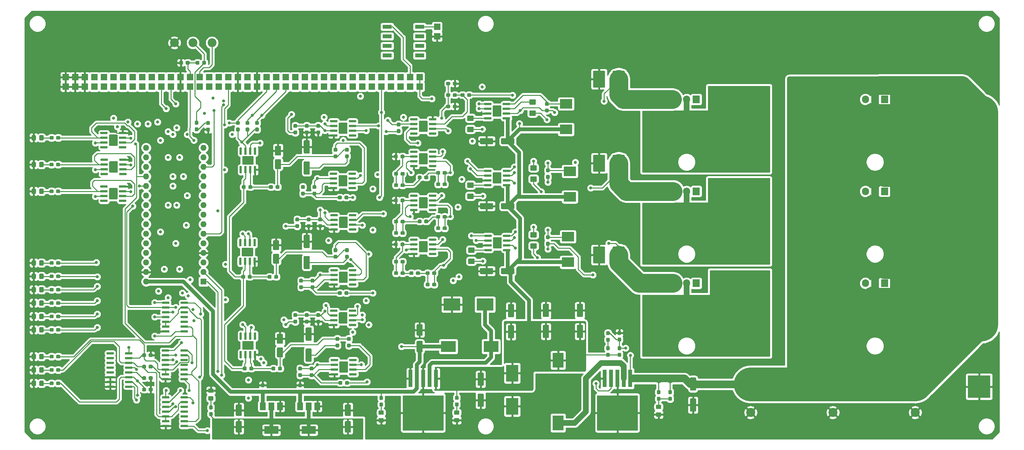
<source format=gbr>
G04 #@! TF.GenerationSoftware,KiCad,Pcbnew,(5.1.5)-3*
G04 #@! TF.CreationDate,2020-11-01T19:56:01+02:00*
G04 #@! TF.ProjectId,BLDC_FUSION_2020,424c4443-5f46-4555-9349-4f4e5f323032,2 Not Ordered*
G04 #@! TF.SameCoordinates,PX6dac2c0PY8583b00*
G04 #@! TF.FileFunction,Copper,L1,Top*
G04 #@! TF.FilePolarity,Positive*
%FSLAX46Y46*%
G04 Gerber Fmt 4.6, Leading zero omitted, Abs format (unit mm)*
G04 Created by KiCad (PCBNEW (5.1.5)-3) date 2020-11-01 19:56:01*
%MOMM*%
%LPD*%
G04 APERTURE LIST*
%ADD10R,1.700000X1.700000*%
%ADD11R,10.800000X9.400000*%
%ADD12R,1.100000X4.600000*%
%ADD13R,4.500000X3.300000*%
%ADD14R,1.600000X1.600000*%
%ADD15O,1.600000X1.600000*%
%ADD16R,2.400000X2.400000*%
%ADD17C,2.400000*%
%ADD18C,0.100000*%
%ADD19R,3.300000X4.500000*%
%ADD20R,3.300000X2.500000*%
%ADD21R,4.000000X3.000000*%
%ADD22R,3.800000X2.000000*%
%ADD23R,1.500000X2.000000*%
%ADD24O,1.905000X2.000000*%
%ADD25R,1.905000X2.000000*%
%ADD26R,6.000000X6.000000*%
%ADD27R,3.000000X4.000000*%
%ADD28R,2.440000X1.120000*%
%ADD29C,2.340000*%
%ADD30C,0.800000*%
%ADD31C,9.000000*%
%ADD32C,2.000000*%
%ADD33C,5.000000*%
%ADD34C,0.250000*%
%ADD35C,1.000000*%
%ADD36C,1.500000*%
%ADD37C,0.254000*%
G04 APERTURE END LIST*
D10*
X102900000Y96820000D03*
D11*
X157988000Y7547000D03*
D12*
X154588000Y16697000D03*
X156288000Y16697000D03*
X157988000Y16697000D03*
X159688000Y16697000D03*
X161388000Y16697000D03*
D10*
X11460000Y94280000D03*
X29240000Y94280000D03*
X72420000Y94280000D03*
X44480000Y94280000D03*
X39400000Y94280000D03*
X47020000Y94280000D03*
X19080000Y94280000D03*
X24160000Y94280000D03*
X34320000Y94280000D03*
X16540000Y94280000D03*
X21620000Y94280000D03*
X26700000Y94280000D03*
X31780000Y94280000D03*
X36860000Y94280000D03*
X69880000Y94280000D03*
X105440000Y94280000D03*
X41940000Y94280000D03*
X14000000Y94280000D03*
X74960000Y94280000D03*
X62260000Y94280000D03*
X67340000Y94280000D03*
X92740000Y94280000D03*
X59720000Y94280000D03*
X97820000Y94280000D03*
X49560000Y94280000D03*
X54640000Y94280000D03*
X82580000Y94280000D03*
X77500000Y94280000D03*
X80040000Y94280000D03*
X87660000Y94280000D03*
X95280000Y94280000D03*
X52100000Y94280000D03*
X100360000Y94280000D03*
X57180000Y94280000D03*
X85120000Y94280000D03*
X90200000Y94280000D03*
X64800000Y94280000D03*
D13*
X122826000Y36368000D03*
X114026000Y36368000D03*
D14*
X48068000Y42464000D03*
D15*
X32828000Y75484000D03*
X48068000Y45004000D03*
X32828000Y72944000D03*
X48068000Y47544000D03*
X32828000Y70404000D03*
X48068000Y50084000D03*
X32828000Y67864000D03*
X48068000Y52624000D03*
X32828000Y65324000D03*
X48068000Y55164000D03*
X32828000Y62784000D03*
X48068000Y57704000D03*
X32828000Y60244000D03*
X48068000Y60244000D03*
X32828000Y57704000D03*
X48068000Y62784000D03*
X32828000Y55164000D03*
X48068000Y65324000D03*
X32828000Y52624000D03*
X48068000Y67864000D03*
X32828000Y50084000D03*
X48068000Y70404000D03*
X32828000Y47544000D03*
X48068000Y72944000D03*
X32828000Y45004000D03*
X48068000Y75484000D03*
X32828000Y42464000D03*
X48068000Y78024000D03*
X32828000Y78024000D03*
D16*
X237044000Y15159000D03*
D17*
X237044000Y7659000D03*
X215200000Y7659000D03*
D16*
X215200000Y15159000D03*
X193356000Y15159000D03*
D17*
X193356000Y7659000D03*
G04 #@! TA.AperFunction,SMDPad,CuDef*
D18*
G36*
X74744779Y66383856D02*
G01*
X74767834Y66380437D01*
X74790443Y66374773D01*
X74812387Y66366921D01*
X74833457Y66356956D01*
X74853448Y66344974D01*
X74872168Y66331090D01*
X74889438Y66315438D01*
X74905090Y66298168D01*
X74918974Y66279448D01*
X74930956Y66259457D01*
X74940921Y66238387D01*
X74948773Y66216443D01*
X74954437Y66193834D01*
X74957856Y66170779D01*
X74959000Y66147500D01*
X74959000Y65572500D01*
X74957856Y65549221D01*
X74954437Y65526166D01*
X74948773Y65503557D01*
X74940921Y65481613D01*
X74930956Y65460543D01*
X74918974Y65440552D01*
X74905090Y65421832D01*
X74889438Y65404562D01*
X74872168Y65388910D01*
X74853448Y65375026D01*
X74833457Y65363044D01*
X74812387Y65353079D01*
X74790443Y65345227D01*
X74767834Y65339563D01*
X74744779Y65336144D01*
X74721500Y65335000D01*
X74246500Y65335000D01*
X74223221Y65336144D01*
X74200166Y65339563D01*
X74177557Y65345227D01*
X74155613Y65353079D01*
X74134543Y65363044D01*
X74114552Y65375026D01*
X74095832Y65388910D01*
X74078562Y65404562D01*
X74062910Y65421832D01*
X74049026Y65440552D01*
X74037044Y65460543D01*
X74027079Y65481613D01*
X74019227Y65503557D01*
X74013563Y65526166D01*
X74010144Y65549221D01*
X74009000Y65572500D01*
X74009000Y66147500D01*
X74010144Y66170779D01*
X74013563Y66193834D01*
X74019227Y66216443D01*
X74027079Y66238387D01*
X74037044Y66259457D01*
X74049026Y66279448D01*
X74062910Y66298168D01*
X74078562Y66315438D01*
X74095832Y66331090D01*
X74114552Y66344974D01*
X74134543Y66356956D01*
X74155613Y66366921D01*
X74177557Y66374773D01*
X74200166Y66380437D01*
X74223221Y66383856D01*
X74246500Y66385000D01*
X74721500Y66385000D01*
X74744779Y66383856D01*
G37*
G04 #@! TD.AperFunction*
G04 #@! TA.AperFunction,SMDPad,CuDef*
G36*
X74744779Y68133856D02*
G01*
X74767834Y68130437D01*
X74790443Y68124773D01*
X74812387Y68116921D01*
X74833457Y68106956D01*
X74853448Y68094974D01*
X74872168Y68081090D01*
X74889438Y68065438D01*
X74905090Y68048168D01*
X74918974Y68029448D01*
X74930956Y68009457D01*
X74940921Y67988387D01*
X74948773Y67966443D01*
X74954437Y67943834D01*
X74957856Y67920779D01*
X74959000Y67897500D01*
X74959000Y67322500D01*
X74957856Y67299221D01*
X74954437Y67276166D01*
X74948773Y67253557D01*
X74940921Y67231613D01*
X74930956Y67210543D01*
X74918974Y67190552D01*
X74905090Y67171832D01*
X74889438Y67154562D01*
X74872168Y67138910D01*
X74853448Y67125026D01*
X74833457Y67113044D01*
X74812387Y67103079D01*
X74790443Y67095227D01*
X74767834Y67089563D01*
X74744779Y67086144D01*
X74721500Y67085000D01*
X74246500Y67085000D01*
X74223221Y67086144D01*
X74200166Y67089563D01*
X74177557Y67095227D01*
X74155613Y67103079D01*
X74134543Y67113044D01*
X74114552Y67125026D01*
X74095832Y67138910D01*
X74078562Y67154562D01*
X74062910Y67171832D01*
X74049026Y67190552D01*
X74037044Y67210543D01*
X74027079Y67231613D01*
X74019227Y67253557D01*
X74013563Y67276166D01*
X74010144Y67299221D01*
X74009000Y67322500D01*
X74009000Y67897500D01*
X74010144Y67920779D01*
X74013563Y67943834D01*
X74019227Y67966443D01*
X74027079Y67988387D01*
X74037044Y68009457D01*
X74049026Y68029448D01*
X74062910Y68048168D01*
X74078562Y68065438D01*
X74095832Y68081090D01*
X74114552Y68094974D01*
X74134543Y68106956D01*
X74155613Y68116921D01*
X74177557Y68124773D01*
X74200166Y68130437D01*
X74223221Y68133856D01*
X74246500Y68135000D01*
X74721500Y68135000D01*
X74744779Y68133856D01*
G37*
G04 #@! TD.AperFunction*
G04 #@! TA.AperFunction,SMDPad,CuDef*
G36*
X74236779Y41491856D02*
G01*
X74259834Y41488437D01*
X74282443Y41482773D01*
X74304387Y41474921D01*
X74325457Y41464956D01*
X74345448Y41452974D01*
X74364168Y41439090D01*
X74381438Y41423438D01*
X74397090Y41406168D01*
X74410974Y41387448D01*
X74422956Y41367457D01*
X74432921Y41346387D01*
X74440773Y41324443D01*
X74446437Y41301834D01*
X74449856Y41278779D01*
X74451000Y41255500D01*
X74451000Y40680500D01*
X74449856Y40657221D01*
X74446437Y40634166D01*
X74440773Y40611557D01*
X74432921Y40589613D01*
X74422956Y40568543D01*
X74410974Y40548552D01*
X74397090Y40529832D01*
X74381438Y40512562D01*
X74364168Y40496910D01*
X74345448Y40483026D01*
X74325457Y40471044D01*
X74304387Y40461079D01*
X74282443Y40453227D01*
X74259834Y40447563D01*
X74236779Y40444144D01*
X74213500Y40443000D01*
X73738500Y40443000D01*
X73715221Y40444144D01*
X73692166Y40447563D01*
X73669557Y40453227D01*
X73647613Y40461079D01*
X73626543Y40471044D01*
X73606552Y40483026D01*
X73587832Y40496910D01*
X73570562Y40512562D01*
X73554910Y40529832D01*
X73541026Y40548552D01*
X73529044Y40568543D01*
X73519079Y40589613D01*
X73511227Y40611557D01*
X73505563Y40634166D01*
X73502144Y40657221D01*
X73501000Y40680500D01*
X73501000Y41255500D01*
X73502144Y41278779D01*
X73505563Y41301834D01*
X73511227Y41324443D01*
X73519079Y41346387D01*
X73529044Y41367457D01*
X73541026Y41387448D01*
X73554910Y41406168D01*
X73570562Y41423438D01*
X73587832Y41439090D01*
X73606552Y41452974D01*
X73626543Y41464956D01*
X73647613Y41474921D01*
X73669557Y41482773D01*
X73692166Y41488437D01*
X73715221Y41491856D01*
X73738500Y41493000D01*
X74213500Y41493000D01*
X74236779Y41491856D01*
G37*
G04 #@! TD.AperFunction*
G04 #@! TA.AperFunction,SMDPad,CuDef*
G36*
X74236779Y43241856D02*
G01*
X74259834Y43238437D01*
X74282443Y43232773D01*
X74304387Y43224921D01*
X74325457Y43214956D01*
X74345448Y43202974D01*
X74364168Y43189090D01*
X74381438Y43173438D01*
X74397090Y43156168D01*
X74410974Y43137448D01*
X74422956Y43117457D01*
X74432921Y43096387D01*
X74440773Y43074443D01*
X74446437Y43051834D01*
X74449856Y43028779D01*
X74451000Y43005500D01*
X74451000Y42430500D01*
X74449856Y42407221D01*
X74446437Y42384166D01*
X74440773Y42361557D01*
X74432921Y42339613D01*
X74422956Y42318543D01*
X74410974Y42298552D01*
X74397090Y42279832D01*
X74381438Y42262562D01*
X74364168Y42246910D01*
X74345448Y42233026D01*
X74325457Y42221044D01*
X74304387Y42211079D01*
X74282443Y42203227D01*
X74259834Y42197563D01*
X74236779Y42194144D01*
X74213500Y42193000D01*
X73738500Y42193000D01*
X73715221Y42194144D01*
X73692166Y42197563D01*
X73669557Y42203227D01*
X73647613Y42211079D01*
X73626543Y42221044D01*
X73606552Y42233026D01*
X73587832Y42246910D01*
X73570562Y42262562D01*
X73554910Y42279832D01*
X73541026Y42298552D01*
X73529044Y42318543D01*
X73519079Y42339613D01*
X73511227Y42361557D01*
X73505563Y42384166D01*
X73502144Y42407221D01*
X73501000Y42430500D01*
X73501000Y43005500D01*
X73502144Y43028779D01*
X73505563Y43051834D01*
X73511227Y43074443D01*
X73519079Y43096387D01*
X73529044Y43117457D01*
X73541026Y43137448D01*
X73554910Y43156168D01*
X73570562Y43173438D01*
X73587832Y43189090D01*
X73606552Y43202974D01*
X73626543Y43214956D01*
X73647613Y43224921D01*
X73669557Y43232773D01*
X73692166Y43238437D01*
X73715221Y43241856D01*
X73738500Y43243000D01*
X74213500Y43243000D01*
X74236779Y43241856D01*
G37*
G04 #@! TD.AperFunction*
G04 #@! TA.AperFunction,SMDPad,CuDef*
G36*
X73982779Y19873856D02*
G01*
X74005834Y19870437D01*
X74028443Y19864773D01*
X74050387Y19856921D01*
X74071457Y19846956D01*
X74091448Y19834974D01*
X74110168Y19821090D01*
X74127438Y19805438D01*
X74143090Y19788168D01*
X74156974Y19769448D01*
X74168956Y19749457D01*
X74178921Y19728387D01*
X74186773Y19706443D01*
X74192437Y19683834D01*
X74195856Y19660779D01*
X74197000Y19637500D01*
X74197000Y19062500D01*
X74195856Y19039221D01*
X74192437Y19016166D01*
X74186773Y18993557D01*
X74178921Y18971613D01*
X74168956Y18950543D01*
X74156974Y18930552D01*
X74143090Y18911832D01*
X74127438Y18894562D01*
X74110168Y18878910D01*
X74091448Y18865026D01*
X74071457Y18853044D01*
X74050387Y18843079D01*
X74028443Y18835227D01*
X74005834Y18829563D01*
X73982779Y18826144D01*
X73959500Y18825000D01*
X73484500Y18825000D01*
X73461221Y18826144D01*
X73438166Y18829563D01*
X73415557Y18835227D01*
X73393613Y18843079D01*
X73372543Y18853044D01*
X73352552Y18865026D01*
X73333832Y18878910D01*
X73316562Y18894562D01*
X73300910Y18911832D01*
X73287026Y18930552D01*
X73275044Y18950543D01*
X73265079Y18971613D01*
X73257227Y18993557D01*
X73251563Y19016166D01*
X73248144Y19039221D01*
X73247000Y19062500D01*
X73247000Y19637500D01*
X73248144Y19660779D01*
X73251563Y19683834D01*
X73257227Y19706443D01*
X73265079Y19728387D01*
X73275044Y19749457D01*
X73287026Y19769448D01*
X73300910Y19788168D01*
X73316562Y19805438D01*
X73333832Y19821090D01*
X73352552Y19834974D01*
X73372543Y19846956D01*
X73393613Y19856921D01*
X73415557Y19864773D01*
X73438166Y19870437D01*
X73461221Y19873856D01*
X73484500Y19875000D01*
X73959500Y19875000D01*
X73982779Y19873856D01*
G37*
G04 #@! TD.AperFunction*
G04 #@! TA.AperFunction,SMDPad,CuDef*
G36*
X73982779Y18123856D02*
G01*
X74005834Y18120437D01*
X74028443Y18114773D01*
X74050387Y18106921D01*
X74071457Y18096956D01*
X74091448Y18084974D01*
X74110168Y18071090D01*
X74127438Y18055438D01*
X74143090Y18038168D01*
X74156974Y18019448D01*
X74168956Y17999457D01*
X74178921Y17978387D01*
X74186773Y17956443D01*
X74192437Y17933834D01*
X74195856Y17910779D01*
X74197000Y17887500D01*
X74197000Y17312500D01*
X74195856Y17289221D01*
X74192437Y17266166D01*
X74186773Y17243557D01*
X74178921Y17221613D01*
X74168956Y17200543D01*
X74156974Y17180552D01*
X74143090Y17161832D01*
X74127438Y17144562D01*
X74110168Y17128910D01*
X74091448Y17115026D01*
X74071457Y17103044D01*
X74050387Y17093079D01*
X74028443Y17085227D01*
X74005834Y17079563D01*
X73982779Y17076144D01*
X73959500Y17075000D01*
X73484500Y17075000D01*
X73461221Y17076144D01*
X73438166Y17079563D01*
X73415557Y17085227D01*
X73393613Y17093079D01*
X73372543Y17103044D01*
X73352552Y17115026D01*
X73333832Y17128910D01*
X73316562Y17144562D01*
X73300910Y17161832D01*
X73287026Y17180552D01*
X73275044Y17200543D01*
X73265079Y17221613D01*
X73257227Y17243557D01*
X73251563Y17266166D01*
X73248144Y17289221D01*
X73247000Y17312500D01*
X73247000Y17887500D01*
X73248144Y17910779D01*
X73251563Y17933834D01*
X73257227Y17956443D01*
X73265079Y17978387D01*
X73275044Y17999457D01*
X73287026Y18019448D01*
X73300910Y18038168D01*
X73316562Y18055438D01*
X73333832Y18071090D01*
X73352552Y18084974D01*
X73372543Y18096956D01*
X73393613Y18106921D01*
X73415557Y18114773D01*
X73438166Y18120437D01*
X73461221Y18123856D01*
X73484500Y18125000D01*
X73959500Y18125000D01*
X73982779Y18123856D01*
G37*
G04 #@! TD.AperFunction*
G04 #@! TA.AperFunction,SMDPad,CuDef*
G36*
X76074504Y74426796D02*
G01*
X76098773Y74423196D01*
X76122571Y74417235D01*
X76145671Y74408970D01*
X76167849Y74398480D01*
X76188893Y74385867D01*
X76208598Y74371253D01*
X76226777Y74354777D01*
X76243253Y74336598D01*
X76257867Y74316893D01*
X76270480Y74295849D01*
X76280970Y74273671D01*
X76289235Y74250571D01*
X76295196Y74226773D01*
X76298796Y74202504D01*
X76300000Y74178000D01*
X76300000Y71178000D01*
X76298796Y71153496D01*
X76295196Y71129227D01*
X76289235Y71105429D01*
X76280970Y71082329D01*
X76270480Y71060151D01*
X76257867Y71039107D01*
X76243253Y71019402D01*
X76226777Y71001223D01*
X76208598Y70984747D01*
X76188893Y70970133D01*
X76167849Y70957520D01*
X76145671Y70947030D01*
X76122571Y70938765D01*
X76098773Y70932804D01*
X76074504Y70929204D01*
X76050000Y70928000D01*
X74950000Y70928000D01*
X74925496Y70929204D01*
X74901227Y70932804D01*
X74877429Y70938765D01*
X74854329Y70947030D01*
X74832151Y70957520D01*
X74811107Y70970133D01*
X74791402Y70984747D01*
X74773223Y71001223D01*
X74756747Y71019402D01*
X74742133Y71039107D01*
X74729520Y71060151D01*
X74719030Y71082329D01*
X74710765Y71105429D01*
X74704804Y71129227D01*
X74701204Y71153496D01*
X74700000Y71178000D01*
X74700000Y74178000D01*
X74701204Y74202504D01*
X74704804Y74226773D01*
X74710765Y74250571D01*
X74719030Y74273671D01*
X74729520Y74295849D01*
X74742133Y74316893D01*
X74756747Y74336598D01*
X74773223Y74354777D01*
X74791402Y74371253D01*
X74811107Y74385867D01*
X74832151Y74398480D01*
X74854329Y74408970D01*
X74877429Y74417235D01*
X74901227Y74423196D01*
X74925496Y74426796D01*
X74950000Y74428000D01*
X76050000Y74428000D01*
X76074504Y74426796D01*
G37*
G04 #@! TD.AperFunction*
G04 #@! TA.AperFunction,SMDPad,CuDef*
G36*
X76074504Y80026796D02*
G01*
X76098773Y80023196D01*
X76122571Y80017235D01*
X76145671Y80008970D01*
X76167849Y79998480D01*
X76188893Y79985867D01*
X76208598Y79971253D01*
X76226777Y79954777D01*
X76243253Y79936598D01*
X76257867Y79916893D01*
X76270480Y79895849D01*
X76280970Y79873671D01*
X76289235Y79850571D01*
X76295196Y79826773D01*
X76298796Y79802504D01*
X76300000Y79778000D01*
X76300000Y76778000D01*
X76298796Y76753496D01*
X76295196Y76729227D01*
X76289235Y76705429D01*
X76280970Y76682329D01*
X76270480Y76660151D01*
X76257867Y76639107D01*
X76243253Y76619402D01*
X76226777Y76601223D01*
X76208598Y76584747D01*
X76188893Y76570133D01*
X76167849Y76557520D01*
X76145671Y76547030D01*
X76122571Y76538765D01*
X76098773Y76532804D01*
X76074504Y76529204D01*
X76050000Y76528000D01*
X74950000Y76528000D01*
X74925496Y76529204D01*
X74901227Y76532804D01*
X74877429Y76538765D01*
X74854329Y76547030D01*
X74832151Y76557520D01*
X74811107Y76570133D01*
X74791402Y76584747D01*
X74773223Y76601223D01*
X74756747Y76619402D01*
X74742133Y76639107D01*
X74729520Y76660151D01*
X74719030Y76682329D01*
X74710765Y76705429D01*
X74704804Y76729227D01*
X74701204Y76753496D01*
X74700000Y76778000D01*
X74700000Y79778000D01*
X74701204Y79802504D01*
X74704804Y79826773D01*
X74710765Y79850571D01*
X74719030Y79873671D01*
X74729520Y79895849D01*
X74742133Y79916893D01*
X74756747Y79936598D01*
X74773223Y79954777D01*
X74791402Y79971253D01*
X74811107Y79985867D01*
X74832151Y79998480D01*
X74854329Y80008970D01*
X74877429Y80017235D01*
X74901227Y80023196D01*
X74925496Y80026796D01*
X74950000Y80028000D01*
X76050000Y80028000D01*
X76074504Y80026796D01*
G37*
G04 #@! TD.AperFunction*
G04 #@! TA.AperFunction,SMDPad,CuDef*
G36*
X76074504Y49286796D02*
G01*
X76098773Y49283196D01*
X76122571Y49277235D01*
X76145671Y49268970D01*
X76167849Y49258480D01*
X76188893Y49245867D01*
X76208598Y49231253D01*
X76226777Y49214777D01*
X76243253Y49196598D01*
X76257867Y49176893D01*
X76270480Y49155849D01*
X76280970Y49133671D01*
X76289235Y49110571D01*
X76295196Y49086773D01*
X76298796Y49062504D01*
X76300000Y49038000D01*
X76300000Y46038000D01*
X76298796Y46013496D01*
X76295196Y45989227D01*
X76289235Y45965429D01*
X76280970Y45942329D01*
X76270480Y45920151D01*
X76257867Y45899107D01*
X76243253Y45879402D01*
X76226777Y45861223D01*
X76208598Y45844747D01*
X76188893Y45830133D01*
X76167849Y45817520D01*
X76145671Y45807030D01*
X76122571Y45798765D01*
X76098773Y45792804D01*
X76074504Y45789204D01*
X76050000Y45788000D01*
X74950000Y45788000D01*
X74925496Y45789204D01*
X74901227Y45792804D01*
X74877429Y45798765D01*
X74854329Y45807030D01*
X74832151Y45817520D01*
X74811107Y45830133D01*
X74791402Y45844747D01*
X74773223Y45861223D01*
X74756747Y45879402D01*
X74742133Y45899107D01*
X74729520Y45920151D01*
X74719030Y45942329D01*
X74710765Y45965429D01*
X74704804Y45989227D01*
X74701204Y46013496D01*
X74700000Y46038000D01*
X74700000Y49038000D01*
X74701204Y49062504D01*
X74704804Y49086773D01*
X74710765Y49110571D01*
X74719030Y49133671D01*
X74729520Y49155849D01*
X74742133Y49176893D01*
X74756747Y49196598D01*
X74773223Y49214777D01*
X74791402Y49231253D01*
X74811107Y49245867D01*
X74832151Y49258480D01*
X74854329Y49268970D01*
X74877429Y49277235D01*
X74901227Y49283196D01*
X74925496Y49286796D01*
X74950000Y49288000D01*
X76050000Y49288000D01*
X76074504Y49286796D01*
G37*
G04 #@! TD.AperFunction*
G04 #@! TA.AperFunction,SMDPad,CuDef*
G36*
X76074504Y54886796D02*
G01*
X76098773Y54883196D01*
X76122571Y54877235D01*
X76145671Y54868970D01*
X76167849Y54858480D01*
X76188893Y54845867D01*
X76208598Y54831253D01*
X76226777Y54814777D01*
X76243253Y54796598D01*
X76257867Y54776893D01*
X76270480Y54755849D01*
X76280970Y54733671D01*
X76289235Y54710571D01*
X76295196Y54686773D01*
X76298796Y54662504D01*
X76300000Y54638000D01*
X76300000Y51638000D01*
X76298796Y51613496D01*
X76295196Y51589227D01*
X76289235Y51565429D01*
X76280970Y51542329D01*
X76270480Y51520151D01*
X76257867Y51499107D01*
X76243253Y51479402D01*
X76226777Y51461223D01*
X76208598Y51444747D01*
X76188893Y51430133D01*
X76167849Y51417520D01*
X76145671Y51407030D01*
X76122571Y51398765D01*
X76098773Y51392804D01*
X76074504Y51389204D01*
X76050000Y51388000D01*
X74950000Y51388000D01*
X74925496Y51389204D01*
X74901227Y51392804D01*
X74877429Y51398765D01*
X74854329Y51407030D01*
X74832151Y51417520D01*
X74811107Y51430133D01*
X74791402Y51444747D01*
X74773223Y51461223D01*
X74756747Y51479402D01*
X74742133Y51499107D01*
X74729520Y51520151D01*
X74719030Y51542329D01*
X74710765Y51565429D01*
X74704804Y51589227D01*
X74701204Y51613496D01*
X74700000Y51638000D01*
X74700000Y54638000D01*
X74701204Y54662504D01*
X74704804Y54686773D01*
X74710765Y54710571D01*
X74719030Y54733671D01*
X74729520Y54755849D01*
X74742133Y54776893D01*
X74756747Y54796598D01*
X74773223Y54814777D01*
X74791402Y54831253D01*
X74811107Y54845867D01*
X74832151Y54858480D01*
X74854329Y54868970D01*
X74877429Y54877235D01*
X74901227Y54883196D01*
X74925496Y54886796D01*
X74950000Y54888000D01*
X76050000Y54888000D01*
X76074504Y54886796D01*
G37*
G04 #@! TD.AperFunction*
G04 #@! TA.AperFunction,SMDPad,CuDef*
G36*
X76582504Y30254796D02*
G01*
X76606773Y30251196D01*
X76630571Y30245235D01*
X76653671Y30236970D01*
X76675849Y30226480D01*
X76696893Y30213867D01*
X76716598Y30199253D01*
X76734777Y30182777D01*
X76751253Y30164598D01*
X76765867Y30144893D01*
X76778480Y30123849D01*
X76788970Y30101671D01*
X76797235Y30078571D01*
X76803196Y30054773D01*
X76806796Y30030504D01*
X76808000Y30006000D01*
X76808000Y27006000D01*
X76806796Y26981496D01*
X76803196Y26957227D01*
X76797235Y26933429D01*
X76788970Y26910329D01*
X76778480Y26888151D01*
X76765867Y26867107D01*
X76751253Y26847402D01*
X76734777Y26829223D01*
X76716598Y26812747D01*
X76696893Y26798133D01*
X76675849Y26785520D01*
X76653671Y26775030D01*
X76630571Y26766765D01*
X76606773Y26760804D01*
X76582504Y26757204D01*
X76558000Y26756000D01*
X75458000Y26756000D01*
X75433496Y26757204D01*
X75409227Y26760804D01*
X75385429Y26766765D01*
X75362329Y26775030D01*
X75340151Y26785520D01*
X75319107Y26798133D01*
X75299402Y26812747D01*
X75281223Y26829223D01*
X75264747Y26847402D01*
X75250133Y26867107D01*
X75237520Y26888151D01*
X75227030Y26910329D01*
X75218765Y26933429D01*
X75212804Y26957227D01*
X75209204Y26981496D01*
X75208000Y27006000D01*
X75208000Y30006000D01*
X75209204Y30030504D01*
X75212804Y30054773D01*
X75218765Y30078571D01*
X75227030Y30101671D01*
X75237520Y30123849D01*
X75250133Y30144893D01*
X75264747Y30164598D01*
X75281223Y30182777D01*
X75299402Y30199253D01*
X75319107Y30213867D01*
X75340151Y30226480D01*
X75362329Y30236970D01*
X75385429Y30245235D01*
X75409227Y30251196D01*
X75433496Y30254796D01*
X75458000Y30256000D01*
X76558000Y30256000D01*
X76582504Y30254796D01*
G37*
G04 #@! TD.AperFunction*
G04 #@! TA.AperFunction,SMDPad,CuDef*
G36*
X76582504Y24654796D02*
G01*
X76606773Y24651196D01*
X76630571Y24645235D01*
X76653671Y24636970D01*
X76675849Y24626480D01*
X76696893Y24613867D01*
X76716598Y24599253D01*
X76734777Y24582777D01*
X76751253Y24564598D01*
X76765867Y24544893D01*
X76778480Y24523849D01*
X76788970Y24501671D01*
X76797235Y24478571D01*
X76803196Y24454773D01*
X76806796Y24430504D01*
X76808000Y24406000D01*
X76808000Y21406000D01*
X76806796Y21381496D01*
X76803196Y21357227D01*
X76797235Y21333429D01*
X76788970Y21310329D01*
X76778480Y21288151D01*
X76765867Y21267107D01*
X76751253Y21247402D01*
X76734777Y21229223D01*
X76716598Y21212747D01*
X76696893Y21198133D01*
X76675849Y21185520D01*
X76653671Y21175030D01*
X76630571Y21166765D01*
X76606773Y21160804D01*
X76582504Y21157204D01*
X76558000Y21156000D01*
X75458000Y21156000D01*
X75433496Y21157204D01*
X75409227Y21160804D01*
X75385429Y21166765D01*
X75362329Y21175030D01*
X75340151Y21185520D01*
X75319107Y21198133D01*
X75299402Y21212747D01*
X75281223Y21229223D01*
X75264747Y21247402D01*
X75250133Y21267107D01*
X75237520Y21288151D01*
X75227030Y21310329D01*
X75218765Y21333429D01*
X75212804Y21357227D01*
X75209204Y21381496D01*
X75208000Y21406000D01*
X75208000Y24406000D01*
X75209204Y24430504D01*
X75212804Y24454773D01*
X75218765Y24478571D01*
X75227030Y24501671D01*
X75237520Y24523849D01*
X75250133Y24544893D01*
X75264747Y24564598D01*
X75281223Y24582777D01*
X75299402Y24599253D01*
X75319107Y24613867D01*
X75340151Y24626480D01*
X75362329Y24636970D01*
X75385429Y24645235D01*
X75409227Y24651196D01*
X75433496Y24654796D01*
X75458000Y24656000D01*
X76558000Y24656000D01*
X76582504Y24654796D01*
G37*
G04 #@! TD.AperFunction*
G04 #@! TA.AperFunction,SMDPad,CuDef*
G36*
X78808779Y82639856D02*
G01*
X78831834Y82636437D01*
X78854443Y82630773D01*
X78876387Y82622921D01*
X78897457Y82612956D01*
X78917448Y82600974D01*
X78936168Y82587090D01*
X78953438Y82571438D01*
X78969090Y82554168D01*
X78982974Y82535448D01*
X78994956Y82515457D01*
X79004921Y82494387D01*
X79012773Y82472443D01*
X79018437Y82449834D01*
X79021856Y82426779D01*
X79023000Y82403500D01*
X79023000Y81828500D01*
X79021856Y81805221D01*
X79018437Y81782166D01*
X79012773Y81759557D01*
X79004921Y81737613D01*
X78994956Y81716543D01*
X78982974Y81696552D01*
X78969090Y81677832D01*
X78953438Y81660562D01*
X78936168Y81644910D01*
X78917448Y81631026D01*
X78897457Y81619044D01*
X78876387Y81609079D01*
X78854443Y81601227D01*
X78831834Y81595563D01*
X78808779Y81592144D01*
X78785500Y81591000D01*
X78310500Y81591000D01*
X78287221Y81592144D01*
X78264166Y81595563D01*
X78241557Y81601227D01*
X78219613Y81609079D01*
X78198543Y81619044D01*
X78178552Y81631026D01*
X78159832Y81644910D01*
X78142562Y81660562D01*
X78126910Y81677832D01*
X78113026Y81696552D01*
X78101044Y81716543D01*
X78091079Y81737613D01*
X78083227Y81759557D01*
X78077563Y81782166D01*
X78074144Y81805221D01*
X78073000Y81828500D01*
X78073000Y82403500D01*
X78074144Y82426779D01*
X78077563Y82449834D01*
X78083227Y82472443D01*
X78091079Y82494387D01*
X78101044Y82515457D01*
X78113026Y82535448D01*
X78126910Y82554168D01*
X78142562Y82571438D01*
X78159832Y82587090D01*
X78178552Y82600974D01*
X78198543Y82612956D01*
X78219613Y82622921D01*
X78241557Y82630773D01*
X78264166Y82636437D01*
X78287221Y82639856D01*
X78310500Y82641000D01*
X78785500Y82641000D01*
X78808779Y82639856D01*
G37*
G04 #@! TD.AperFunction*
G04 #@! TA.AperFunction,SMDPad,CuDef*
G36*
X78808779Y84389856D02*
G01*
X78831834Y84386437D01*
X78854443Y84380773D01*
X78876387Y84372921D01*
X78897457Y84362956D01*
X78917448Y84350974D01*
X78936168Y84337090D01*
X78953438Y84321438D01*
X78969090Y84304168D01*
X78982974Y84285448D01*
X78994956Y84265457D01*
X79004921Y84244387D01*
X79012773Y84222443D01*
X79018437Y84199834D01*
X79021856Y84176779D01*
X79023000Y84153500D01*
X79023000Y83578500D01*
X79021856Y83555221D01*
X79018437Y83532166D01*
X79012773Y83509557D01*
X79004921Y83487613D01*
X78994956Y83466543D01*
X78982974Y83446552D01*
X78969090Y83427832D01*
X78953438Y83410562D01*
X78936168Y83394910D01*
X78917448Y83381026D01*
X78897457Y83369044D01*
X78876387Y83359079D01*
X78854443Y83351227D01*
X78831834Y83345563D01*
X78808779Y83342144D01*
X78785500Y83341000D01*
X78310500Y83341000D01*
X78287221Y83342144D01*
X78264166Y83345563D01*
X78241557Y83351227D01*
X78219613Y83359079D01*
X78198543Y83369044D01*
X78178552Y83381026D01*
X78159832Y83394910D01*
X78142562Y83410562D01*
X78126910Y83427832D01*
X78113026Y83446552D01*
X78101044Y83466543D01*
X78091079Y83487613D01*
X78083227Y83509557D01*
X78077563Y83532166D01*
X78074144Y83555221D01*
X78073000Y83578500D01*
X78073000Y84153500D01*
X78074144Y84176779D01*
X78077563Y84199834D01*
X78083227Y84222443D01*
X78091079Y84244387D01*
X78101044Y84265457D01*
X78113026Y84285448D01*
X78126910Y84304168D01*
X78142562Y84321438D01*
X78159832Y84337090D01*
X78178552Y84350974D01*
X78198543Y84362956D01*
X78219613Y84372921D01*
X78241557Y84380773D01*
X78264166Y84386437D01*
X78287221Y84389856D01*
X78310500Y84391000D01*
X78785500Y84391000D01*
X78808779Y84389856D01*
G37*
G04 #@! TD.AperFunction*
G04 #@! TA.AperFunction,SMDPad,CuDef*
G36*
X79316779Y59497856D02*
G01*
X79339834Y59494437D01*
X79362443Y59488773D01*
X79384387Y59480921D01*
X79405457Y59470956D01*
X79425448Y59458974D01*
X79444168Y59445090D01*
X79461438Y59429438D01*
X79477090Y59412168D01*
X79490974Y59393448D01*
X79502956Y59373457D01*
X79512921Y59352387D01*
X79520773Y59330443D01*
X79526437Y59307834D01*
X79529856Y59284779D01*
X79531000Y59261500D01*
X79531000Y58686500D01*
X79529856Y58663221D01*
X79526437Y58640166D01*
X79520773Y58617557D01*
X79512921Y58595613D01*
X79502956Y58574543D01*
X79490974Y58554552D01*
X79477090Y58535832D01*
X79461438Y58518562D01*
X79444168Y58502910D01*
X79425448Y58489026D01*
X79405457Y58477044D01*
X79384387Y58467079D01*
X79362443Y58459227D01*
X79339834Y58453563D01*
X79316779Y58450144D01*
X79293500Y58449000D01*
X78818500Y58449000D01*
X78795221Y58450144D01*
X78772166Y58453563D01*
X78749557Y58459227D01*
X78727613Y58467079D01*
X78706543Y58477044D01*
X78686552Y58489026D01*
X78667832Y58502910D01*
X78650562Y58518562D01*
X78634910Y58535832D01*
X78621026Y58554552D01*
X78609044Y58574543D01*
X78599079Y58595613D01*
X78591227Y58617557D01*
X78585563Y58640166D01*
X78582144Y58663221D01*
X78581000Y58686500D01*
X78581000Y59261500D01*
X78582144Y59284779D01*
X78585563Y59307834D01*
X78591227Y59330443D01*
X78599079Y59352387D01*
X78609044Y59373457D01*
X78621026Y59393448D01*
X78634910Y59412168D01*
X78650562Y59429438D01*
X78667832Y59445090D01*
X78686552Y59458974D01*
X78706543Y59470956D01*
X78727613Y59480921D01*
X78749557Y59488773D01*
X78772166Y59494437D01*
X78795221Y59497856D01*
X78818500Y59499000D01*
X79293500Y59499000D01*
X79316779Y59497856D01*
G37*
G04 #@! TD.AperFunction*
G04 #@! TA.AperFunction,SMDPad,CuDef*
G36*
X79316779Y57747856D02*
G01*
X79339834Y57744437D01*
X79362443Y57738773D01*
X79384387Y57730921D01*
X79405457Y57720956D01*
X79425448Y57708974D01*
X79444168Y57695090D01*
X79461438Y57679438D01*
X79477090Y57662168D01*
X79490974Y57643448D01*
X79502956Y57623457D01*
X79512921Y57602387D01*
X79520773Y57580443D01*
X79526437Y57557834D01*
X79529856Y57534779D01*
X79531000Y57511500D01*
X79531000Y56936500D01*
X79529856Y56913221D01*
X79526437Y56890166D01*
X79520773Y56867557D01*
X79512921Y56845613D01*
X79502956Y56824543D01*
X79490974Y56804552D01*
X79477090Y56785832D01*
X79461438Y56768562D01*
X79444168Y56752910D01*
X79425448Y56739026D01*
X79405457Y56727044D01*
X79384387Y56717079D01*
X79362443Y56709227D01*
X79339834Y56703563D01*
X79316779Y56700144D01*
X79293500Y56699000D01*
X78818500Y56699000D01*
X78795221Y56700144D01*
X78772166Y56703563D01*
X78749557Y56709227D01*
X78727613Y56717079D01*
X78706543Y56727044D01*
X78686552Y56739026D01*
X78667832Y56752910D01*
X78650562Y56768562D01*
X78634910Y56785832D01*
X78621026Y56804552D01*
X78609044Y56824543D01*
X78599079Y56845613D01*
X78591227Y56867557D01*
X78585563Y56890166D01*
X78582144Y56913221D01*
X78581000Y56936500D01*
X78581000Y57511500D01*
X78582144Y57534779D01*
X78585563Y57557834D01*
X78591227Y57580443D01*
X78599079Y57602387D01*
X78609044Y57623457D01*
X78621026Y57643448D01*
X78634910Y57662168D01*
X78650562Y57679438D01*
X78667832Y57695090D01*
X78686552Y57708974D01*
X78706543Y57720956D01*
X78727613Y57730921D01*
X78749557Y57738773D01*
X78772166Y57744437D01*
X78795221Y57747856D01*
X78818500Y57749000D01*
X79293500Y57749000D01*
X79316779Y57747856D01*
G37*
G04 #@! TD.AperFunction*
G04 #@! TA.AperFunction,SMDPad,CuDef*
G36*
X78808779Y32347856D02*
G01*
X78831834Y32344437D01*
X78854443Y32338773D01*
X78876387Y32330921D01*
X78897457Y32320956D01*
X78917448Y32308974D01*
X78936168Y32295090D01*
X78953438Y32279438D01*
X78969090Y32262168D01*
X78982974Y32243448D01*
X78994956Y32223457D01*
X79004921Y32202387D01*
X79012773Y32180443D01*
X79018437Y32157834D01*
X79021856Y32134779D01*
X79023000Y32111500D01*
X79023000Y31536500D01*
X79021856Y31513221D01*
X79018437Y31490166D01*
X79012773Y31467557D01*
X79004921Y31445613D01*
X78994956Y31424543D01*
X78982974Y31404552D01*
X78969090Y31385832D01*
X78953438Y31368562D01*
X78936168Y31352910D01*
X78917448Y31339026D01*
X78897457Y31327044D01*
X78876387Y31317079D01*
X78854443Y31309227D01*
X78831834Y31303563D01*
X78808779Y31300144D01*
X78785500Y31299000D01*
X78310500Y31299000D01*
X78287221Y31300144D01*
X78264166Y31303563D01*
X78241557Y31309227D01*
X78219613Y31317079D01*
X78198543Y31327044D01*
X78178552Y31339026D01*
X78159832Y31352910D01*
X78142562Y31368562D01*
X78126910Y31385832D01*
X78113026Y31404552D01*
X78101044Y31424543D01*
X78091079Y31445613D01*
X78083227Y31467557D01*
X78077563Y31490166D01*
X78074144Y31513221D01*
X78073000Y31536500D01*
X78073000Y32111500D01*
X78074144Y32134779D01*
X78077563Y32157834D01*
X78083227Y32180443D01*
X78091079Y32202387D01*
X78101044Y32223457D01*
X78113026Y32243448D01*
X78126910Y32262168D01*
X78142562Y32279438D01*
X78159832Y32295090D01*
X78178552Y32308974D01*
X78198543Y32320956D01*
X78219613Y32330921D01*
X78241557Y32338773D01*
X78264166Y32344437D01*
X78287221Y32347856D01*
X78310500Y32349000D01*
X78785500Y32349000D01*
X78808779Y32347856D01*
G37*
G04 #@! TD.AperFunction*
G04 #@! TA.AperFunction,SMDPad,CuDef*
G36*
X78808779Y34097856D02*
G01*
X78831834Y34094437D01*
X78854443Y34088773D01*
X78876387Y34080921D01*
X78897457Y34070956D01*
X78917448Y34058974D01*
X78936168Y34045090D01*
X78953438Y34029438D01*
X78969090Y34012168D01*
X78982974Y33993448D01*
X78994956Y33973457D01*
X79004921Y33952387D01*
X79012773Y33930443D01*
X79018437Y33907834D01*
X79021856Y33884779D01*
X79023000Y33861500D01*
X79023000Y33286500D01*
X79021856Y33263221D01*
X79018437Y33240166D01*
X79012773Y33217557D01*
X79004921Y33195613D01*
X78994956Y33174543D01*
X78982974Y33154552D01*
X78969090Y33135832D01*
X78953438Y33118562D01*
X78936168Y33102910D01*
X78917448Y33089026D01*
X78897457Y33077044D01*
X78876387Y33067079D01*
X78854443Y33059227D01*
X78831834Y33053563D01*
X78808779Y33050144D01*
X78785500Y33049000D01*
X78310500Y33049000D01*
X78287221Y33050144D01*
X78264166Y33053563D01*
X78241557Y33059227D01*
X78219613Y33067079D01*
X78198543Y33077044D01*
X78178552Y33089026D01*
X78159832Y33102910D01*
X78142562Y33118562D01*
X78126910Y33135832D01*
X78113026Y33154552D01*
X78101044Y33174543D01*
X78091079Y33195613D01*
X78083227Y33217557D01*
X78077563Y33240166D01*
X78074144Y33263221D01*
X78073000Y33286500D01*
X78073000Y33861500D01*
X78074144Y33884779D01*
X78077563Y33907834D01*
X78083227Y33930443D01*
X78091079Y33952387D01*
X78101044Y33973457D01*
X78113026Y33993448D01*
X78126910Y34012168D01*
X78142562Y34029438D01*
X78159832Y34045090D01*
X78178552Y34058974D01*
X78198543Y34070956D01*
X78219613Y34080921D01*
X78241557Y34088773D01*
X78264166Y34094437D01*
X78287221Y34097856D01*
X78310500Y34099000D01*
X78785500Y34099000D01*
X78808779Y34097856D01*
G37*
G04 #@! TD.AperFunction*
G04 #@! TA.AperFunction,SMDPad,CuDef*
G36*
X130284504Y30858796D02*
G01*
X130308773Y30855196D01*
X130332571Y30849235D01*
X130355671Y30840970D01*
X130377849Y30830480D01*
X130398893Y30817867D01*
X130418598Y30803253D01*
X130436777Y30786777D01*
X130453253Y30768598D01*
X130467867Y30748893D01*
X130480480Y30727849D01*
X130490970Y30705671D01*
X130499235Y30682571D01*
X130505196Y30658773D01*
X130508796Y30634504D01*
X130510000Y30610000D01*
X130510000Y27610000D01*
X130508796Y27585496D01*
X130505196Y27561227D01*
X130499235Y27537429D01*
X130490970Y27514329D01*
X130480480Y27492151D01*
X130467867Y27471107D01*
X130453253Y27451402D01*
X130436777Y27433223D01*
X130418598Y27416747D01*
X130398893Y27402133D01*
X130377849Y27389520D01*
X130355671Y27379030D01*
X130332571Y27370765D01*
X130308773Y27364804D01*
X130284504Y27361204D01*
X130260000Y27360000D01*
X129160000Y27360000D01*
X129135496Y27361204D01*
X129111227Y27364804D01*
X129087429Y27370765D01*
X129064329Y27379030D01*
X129042151Y27389520D01*
X129021107Y27402133D01*
X129001402Y27416747D01*
X128983223Y27433223D01*
X128966747Y27451402D01*
X128952133Y27471107D01*
X128939520Y27492151D01*
X128929030Y27514329D01*
X128920765Y27537429D01*
X128914804Y27561227D01*
X128911204Y27585496D01*
X128910000Y27610000D01*
X128910000Y30610000D01*
X128911204Y30634504D01*
X128914804Y30658773D01*
X128920765Y30682571D01*
X128929030Y30705671D01*
X128939520Y30727849D01*
X128952133Y30748893D01*
X128966747Y30768598D01*
X128983223Y30786777D01*
X129001402Y30803253D01*
X129021107Y30817867D01*
X129042151Y30830480D01*
X129064329Y30840970D01*
X129087429Y30849235D01*
X129111227Y30855196D01*
X129135496Y30858796D01*
X129160000Y30860000D01*
X130260000Y30860000D01*
X130284504Y30858796D01*
G37*
G04 #@! TD.AperFunction*
G04 #@! TA.AperFunction,SMDPad,CuDef*
G36*
X130284504Y36458796D02*
G01*
X130308773Y36455196D01*
X130332571Y36449235D01*
X130355671Y36440970D01*
X130377849Y36430480D01*
X130398893Y36417867D01*
X130418598Y36403253D01*
X130436777Y36386777D01*
X130453253Y36368598D01*
X130467867Y36348893D01*
X130480480Y36327849D01*
X130490970Y36305671D01*
X130499235Y36282571D01*
X130505196Y36258773D01*
X130508796Y36234504D01*
X130510000Y36210000D01*
X130510000Y33210000D01*
X130508796Y33185496D01*
X130505196Y33161227D01*
X130499235Y33137429D01*
X130490970Y33114329D01*
X130480480Y33092151D01*
X130467867Y33071107D01*
X130453253Y33051402D01*
X130436777Y33033223D01*
X130418598Y33016747D01*
X130398893Y33002133D01*
X130377849Y32989520D01*
X130355671Y32979030D01*
X130332571Y32970765D01*
X130308773Y32964804D01*
X130284504Y32961204D01*
X130260000Y32960000D01*
X129160000Y32960000D01*
X129135496Y32961204D01*
X129111227Y32964804D01*
X129087429Y32970765D01*
X129064329Y32979030D01*
X129042151Y32989520D01*
X129021107Y33002133D01*
X129001402Y33016747D01*
X128983223Y33033223D01*
X128966747Y33051402D01*
X128952133Y33071107D01*
X128939520Y33092151D01*
X128929030Y33114329D01*
X128920765Y33137429D01*
X128914804Y33161227D01*
X128911204Y33185496D01*
X128910000Y33210000D01*
X128910000Y36210000D01*
X128911204Y36234504D01*
X128914804Y36258773D01*
X128920765Y36282571D01*
X128929030Y36305671D01*
X128939520Y36327849D01*
X128952133Y36348893D01*
X128966747Y36368598D01*
X128983223Y36386777D01*
X129001402Y36403253D01*
X129021107Y36417867D01*
X129042151Y36430480D01*
X129064329Y36440970D01*
X129087429Y36449235D01*
X129111227Y36455196D01*
X129135496Y36458796D01*
X129160000Y36460000D01*
X130260000Y36460000D01*
X130284504Y36458796D01*
G37*
G04 #@! TD.AperFunction*
G04 #@! TA.AperFunction,SMDPad,CuDef*
G36*
X106046504Y26690796D02*
G01*
X106070773Y26687196D01*
X106094571Y26681235D01*
X106117671Y26672970D01*
X106139849Y26662480D01*
X106160893Y26649867D01*
X106180598Y26635253D01*
X106198777Y26618777D01*
X106215253Y26600598D01*
X106229867Y26580893D01*
X106242480Y26559849D01*
X106252970Y26537671D01*
X106261235Y26514571D01*
X106267196Y26490773D01*
X106270796Y26466504D01*
X106272000Y26442000D01*
X106272000Y23942000D01*
X106270796Y23917496D01*
X106267196Y23893227D01*
X106261235Y23869429D01*
X106252970Y23846329D01*
X106242480Y23824151D01*
X106229867Y23803107D01*
X106215253Y23783402D01*
X106198777Y23765223D01*
X106180598Y23748747D01*
X106160893Y23734133D01*
X106139849Y23721520D01*
X106117671Y23711030D01*
X106094571Y23702765D01*
X106070773Y23696804D01*
X106046504Y23693204D01*
X106022000Y23692000D01*
X104922000Y23692000D01*
X104897496Y23693204D01*
X104873227Y23696804D01*
X104849429Y23702765D01*
X104826329Y23711030D01*
X104804151Y23721520D01*
X104783107Y23734133D01*
X104763402Y23748747D01*
X104745223Y23765223D01*
X104728747Y23783402D01*
X104714133Y23803107D01*
X104701520Y23824151D01*
X104691030Y23846329D01*
X104682765Y23869429D01*
X104676804Y23893227D01*
X104673204Y23917496D01*
X104672000Y23942000D01*
X104672000Y26442000D01*
X104673204Y26466504D01*
X104676804Y26490773D01*
X104682765Y26514571D01*
X104691030Y26537671D01*
X104701520Y26559849D01*
X104714133Y26580893D01*
X104728747Y26600598D01*
X104745223Y26618777D01*
X104763402Y26635253D01*
X104783107Y26649867D01*
X104804151Y26662480D01*
X104826329Y26672970D01*
X104849429Y26681235D01*
X104873227Y26687196D01*
X104897496Y26690796D01*
X104922000Y26692000D01*
X106022000Y26692000D01*
X106046504Y26690796D01*
G37*
G04 #@! TD.AperFunction*
G04 #@! TA.AperFunction,SMDPad,CuDef*
G36*
X106046504Y31090796D02*
G01*
X106070773Y31087196D01*
X106094571Y31081235D01*
X106117671Y31072970D01*
X106139849Y31062480D01*
X106160893Y31049867D01*
X106180598Y31035253D01*
X106198777Y31018777D01*
X106215253Y31000598D01*
X106229867Y30980893D01*
X106242480Y30959849D01*
X106252970Y30937671D01*
X106261235Y30914571D01*
X106267196Y30890773D01*
X106270796Y30866504D01*
X106272000Y30842000D01*
X106272000Y28342000D01*
X106270796Y28317496D01*
X106267196Y28293227D01*
X106261235Y28269429D01*
X106252970Y28246329D01*
X106242480Y28224151D01*
X106229867Y28203107D01*
X106215253Y28183402D01*
X106198777Y28165223D01*
X106180598Y28148747D01*
X106160893Y28134133D01*
X106139849Y28121520D01*
X106117671Y28111030D01*
X106094571Y28102765D01*
X106070773Y28096804D01*
X106046504Y28093204D01*
X106022000Y28092000D01*
X104922000Y28092000D01*
X104897496Y28093204D01*
X104873227Y28096804D01*
X104849429Y28102765D01*
X104826329Y28111030D01*
X104804151Y28121520D01*
X104783107Y28134133D01*
X104763402Y28148747D01*
X104745223Y28165223D01*
X104728747Y28183402D01*
X104714133Y28203107D01*
X104701520Y28224151D01*
X104691030Y28246329D01*
X104682765Y28269429D01*
X104676804Y28293227D01*
X104673204Y28317496D01*
X104672000Y28342000D01*
X104672000Y30842000D01*
X104673204Y30866504D01*
X104676804Y30890773D01*
X104682765Y30914571D01*
X104691030Y30937671D01*
X104701520Y30959849D01*
X104714133Y30980893D01*
X104728747Y31000598D01*
X104745223Y31018777D01*
X104763402Y31035253D01*
X104783107Y31049867D01*
X104804151Y31062480D01*
X104826329Y31072970D01*
X104849429Y31081235D01*
X104873227Y31087196D01*
X104897496Y31090796D01*
X104922000Y31092000D01*
X106022000Y31092000D01*
X106046504Y31090796D01*
G37*
G04 #@! TD.AperFunction*
G04 #@! TA.AperFunction,SMDPad,CuDef*
G36*
X64076779Y15414856D02*
G01*
X64099834Y15411437D01*
X64122443Y15405773D01*
X64144387Y15397921D01*
X64165457Y15387956D01*
X64185448Y15375974D01*
X64204168Y15362090D01*
X64221438Y15346438D01*
X64237090Y15329168D01*
X64250974Y15310448D01*
X64262956Y15290457D01*
X64272921Y15269387D01*
X64280773Y15247443D01*
X64286437Y15224834D01*
X64289856Y15201779D01*
X64291000Y15178500D01*
X64291000Y14603500D01*
X64289856Y14580221D01*
X64286437Y14557166D01*
X64280773Y14534557D01*
X64272921Y14512613D01*
X64262956Y14491543D01*
X64250974Y14471552D01*
X64237090Y14452832D01*
X64221438Y14435562D01*
X64204168Y14419910D01*
X64185448Y14406026D01*
X64165457Y14394044D01*
X64144387Y14384079D01*
X64122443Y14376227D01*
X64099834Y14370563D01*
X64076779Y14367144D01*
X64053500Y14366000D01*
X63578500Y14366000D01*
X63555221Y14367144D01*
X63532166Y14370563D01*
X63509557Y14376227D01*
X63487613Y14384079D01*
X63466543Y14394044D01*
X63446552Y14406026D01*
X63427832Y14419910D01*
X63410562Y14435562D01*
X63394910Y14452832D01*
X63381026Y14471552D01*
X63369044Y14491543D01*
X63359079Y14512613D01*
X63351227Y14534557D01*
X63345563Y14557166D01*
X63342144Y14580221D01*
X63341000Y14603500D01*
X63341000Y15178500D01*
X63342144Y15201779D01*
X63345563Y15224834D01*
X63351227Y15247443D01*
X63359079Y15269387D01*
X63369044Y15290457D01*
X63381026Y15310448D01*
X63394910Y15329168D01*
X63410562Y15346438D01*
X63427832Y15362090D01*
X63446552Y15375974D01*
X63466543Y15387956D01*
X63487613Y15397921D01*
X63509557Y15405773D01*
X63532166Y15411437D01*
X63555221Y15414856D01*
X63578500Y15416000D01*
X64053500Y15416000D01*
X64076779Y15414856D01*
G37*
G04 #@! TD.AperFunction*
G04 #@! TA.AperFunction,SMDPad,CuDef*
G36*
X64076779Y13664856D02*
G01*
X64099834Y13661437D01*
X64122443Y13655773D01*
X64144387Y13647921D01*
X64165457Y13637956D01*
X64185448Y13625974D01*
X64204168Y13612090D01*
X64221438Y13596438D01*
X64237090Y13579168D01*
X64250974Y13560448D01*
X64262956Y13540457D01*
X64272921Y13519387D01*
X64280773Y13497443D01*
X64286437Y13474834D01*
X64289856Y13451779D01*
X64291000Y13428500D01*
X64291000Y12853500D01*
X64289856Y12830221D01*
X64286437Y12807166D01*
X64280773Y12784557D01*
X64272921Y12762613D01*
X64262956Y12741543D01*
X64250974Y12721552D01*
X64237090Y12702832D01*
X64221438Y12685562D01*
X64204168Y12669910D01*
X64185448Y12656026D01*
X64165457Y12644044D01*
X64144387Y12634079D01*
X64122443Y12626227D01*
X64099834Y12620563D01*
X64076779Y12617144D01*
X64053500Y12616000D01*
X63578500Y12616000D01*
X63555221Y12617144D01*
X63532166Y12620563D01*
X63509557Y12626227D01*
X63487613Y12634079D01*
X63466543Y12644044D01*
X63446552Y12656026D01*
X63427832Y12669910D01*
X63410562Y12685562D01*
X63394910Y12702832D01*
X63381026Y12721552D01*
X63369044Y12741543D01*
X63359079Y12762613D01*
X63351227Y12784557D01*
X63345563Y12807166D01*
X63342144Y12830221D01*
X63341000Y12853500D01*
X63341000Y13428500D01*
X63342144Y13451779D01*
X63345563Y13474834D01*
X63351227Y13497443D01*
X63359079Y13519387D01*
X63369044Y13540457D01*
X63381026Y13560448D01*
X63394910Y13579168D01*
X63410562Y13596438D01*
X63427832Y13612090D01*
X63446552Y13625974D01*
X63466543Y13637956D01*
X63487613Y13647921D01*
X63509557Y13655773D01*
X63532166Y13661437D01*
X63555221Y13664856D01*
X63578500Y13666000D01*
X64053500Y13666000D01*
X64076779Y13664856D01*
G37*
G04 #@! TD.AperFunction*
G04 #@! TA.AperFunction,SMDPad,CuDef*
G36*
X73982779Y13664856D02*
G01*
X74005834Y13661437D01*
X74028443Y13655773D01*
X74050387Y13647921D01*
X74071457Y13637956D01*
X74091448Y13625974D01*
X74110168Y13612090D01*
X74127438Y13596438D01*
X74143090Y13579168D01*
X74156974Y13560448D01*
X74168956Y13540457D01*
X74178921Y13519387D01*
X74186773Y13497443D01*
X74192437Y13474834D01*
X74195856Y13451779D01*
X74197000Y13428500D01*
X74197000Y12853500D01*
X74195856Y12830221D01*
X74192437Y12807166D01*
X74186773Y12784557D01*
X74178921Y12762613D01*
X74168956Y12741543D01*
X74156974Y12721552D01*
X74143090Y12702832D01*
X74127438Y12685562D01*
X74110168Y12669910D01*
X74091448Y12656026D01*
X74071457Y12644044D01*
X74050387Y12634079D01*
X74028443Y12626227D01*
X74005834Y12620563D01*
X73982779Y12617144D01*
X73959500Y12616000D01*
X73484500Y12616000D01*
X73461221Y12617144D01*
X73438166Y12620563D01*
X73415557Y12626227D01*
X73393613Y12634079D01*
X73372543Y12644044D01*
X73352552Y12656026D01*
X73333832Y12669910D01*
X73316562Y12685562D01*
X73300910Y12702832D01*
X73287026Y12721552D01*
X73275044Y12741543D01*
X73265079Y12762613D01*
X73257227Y12784557D01*
X73251563Y12807166D01*
X73248144Y12830221D01*
X73247000Y12853500D01*
X73247000Y13428500D01*
X73248144Y13451779D01*
X73251563Y13474834D01*
X73257227Y13497443D01*
X73265079Y13519387D01*
X73275044Y13540457D01*
X73287026Y13560448D01*
X73300910Y13579168D01*
X73316562Y13596438D01*
X73333832Y13612090D01*
X73352552Y13625974D01*
X73372543Y13637956D01*
X73393613Y13647921D01*
X73415557Y13655773D01*
X73438166Y13661437D01*
X73461221Y13664856D01*
X73484500Y13666000D01*
X73959500Y13666000D01*
X73982779Y13664856D01*
G37*
G04 #@! TD.AperFunction*
G04 #@! TA.AperFunction,SMDPad,CuDef*
G36*
X73982779Y15414856D02*
G01*
X74005834Y15411437D01*
X74028443Y15405773D01*
X74050387Y15397921D01*
X74071457Y15387956D01*
X74091448Y15375974D01*
X74110168Y15362090D01*
X74127438Y15346438D01*
X74143090Y15329168D01*
X74156974Y15310448D01*
X74168956Y15290457D01*
X74178921Y15269387D01*
X74186773Y15247443D01*
X74192437Y15224834D01*
X74195856Y15201779D01*
X74197000Y15178500D01*
X74197000Y14603500D01*
X74195856Y14580221D01*
X74192437Y14557166D01*
X74186773Y14534557D01*
X74178921Y14512613D01*
X74168956Y14491543D01*
X74156974Y14471552D01*
X74143090Y14452832D01*
X74127438Y14435562D01*
X74110168Y14419910D01*
X74091448Y14406026D01*
X74071457Y14394044D01*
X74050387Y14384079D01*
X74028443Y14376227D01*
X74005834Y14370563D01*
X73982779Y14367144D01*
X73959500Y14366000D01*
X73484500Y14366000D01*
X73461221Y14367144D01*
X73438166Y14370563D01*
X73415557Y14376227D01*
X73393613Y14384079D01*
X73372543Y14394044D01*
X73352552Y14406026D01*
X73333832Y14419910D01*
X73316562Y14435562D01*
X73300910Y14452832D01*
X73287026Y14471552D01*
X73275044Y14491543D01*
X73265079Y14512613D01*
X73257227Y14534557D01*
X73251563Y14557166D01*
X73248144Y14580221D01*
X73247000Y14603500D01*
X73247000Y15178500D01*
X73248144Y15201779D01*
X73251563Y15224834D01*
X73257227Y15247443D01*
X73265079Y15269387D01*
X73275044Y15290457D01*
X73287026Y15310448D01*
X73300910Y15329168D01*
X73316562Y15346438D01*
X73333832Y15362090D01*
X73352552Y15375974D01*
X73372543Y15387956D01*
X73393613Y15397921D01*
X73415557Y15405773D01*
X73438166Y15411437D01*
X73461221Y15414856D01*
X73484500Y15416000D01*
X73959500Y15416000D01*
X73982779Y15414856D01*
G37*
G04 #@! TD.AperFunction*
G04 #@! TA.AperFunction,SMDPad,CuDef*
G36*
X58040504Y9754796D02*
G01*
X58064773Y9751196D01*
X58088571Y9745235D01*
X58111671Y9736970D01*
X58133849Y9726480D01*
X58154893Y9713867D01*
X58174598Y9699253D01*
X58192777Y9682777D01*
X58209253Y9664598D01*
X58223867Y9644893D01*
X58236480Y9623849D01*
X58246970Y9601671D01*
X58255235Y9578571D01*
X58261196Y9554773D01*
X58264796Y9530504D01*
X58266000Y9506000D01*
X58266000Y7006000D01*
X58264796Y6981496D01*
X58261196Y6957227D01*
X58255235Y6933429D01*
X58246970Y6910329D01*
X58236480Y6888151D01*
X58223867Y6867107D01*
X58209253Y6847402D01*
X58192777Y6829223D01*
X58174598Y6812747D01*
X58154893Y6798133D01*
X58133849Y6785520D01*
X58111671Y6775030D01*
X58088571Y6766765D01*
X58064773Y6760804D01*
X58040504Y6757204D01*
X58016000Y6756000D01*
X56916000Y6756000D01*
X56891496Y6757204D01*
X56867227Y6760804D01*
X56843429Y6766765D01*
X56820329Y6775030D01*
X56798151Y6785520D01*
X56777107Y6798133D01*
X56757402Y6812747D01*
X56739223Y6829223D01*
X56722747Y6847402D01*
X56708133Y6867107D01*
X56695520Y6888151D01*
X56685030Y6910329D01*
X56676765Y6933429D01*
X56670804Y6957227D01*
X56667204Y6981496D01*
X56666000Y7006000D01*
X56666000Y9506000D01*
X56667204Y9530504D01*
X56670804Y9554773D01*
X56676765Y9578571D01*
X56685030Y9601671D01*
X56695520Y9623849D01*
X56708133Y9644893D01*
X56722747Y9664598D01*
X56739223Y9682777D01*
X56757402Y9699253D01*
X56777107Y9713867D01*
X56798151Y9726480D01*
X56820329Y9736970D01*
X56843429Y9745235D01*
X56867227Y9751196D01*
X56891496Y9754796D01*
X56916000Y9756000D01*
X58016000Y9756000D01*
X58040504Y9754796D01*
G37*
G04 #@! TD.AperFunction*
G04 #@! TA.AperFunction,SMDPad,CuDef*
G36*
X58040504Y5354796D02*
G01*
X58064773Y5351196D01*
X58088571Y5345235D01*
X58111671Y5336970D01*
X58133849Y5326480D01*
X58154893Y5313867D01*
X58174598Y5299253D01*
X58192777Y5282777D01*
X58209253Y5264598D01*
X58223867Y5244893D01*
X58236480Y5223849D01*
X58246970Y5201671D01*
X58255235Y5178571D01*
X58261196Y5154773D01*
X58264796Y5130504D01*
X58266000Y5106000D01*
X58266000Y2606000D01*
X58264796Y2581496D01*
X58261196Y2557227D01*
X58255235Y2533429D01*
X58246970Y2510329D01*
X58236480Y2488151D01*
X58223867Y2467107D01*
X58209253Y2447402D01*
X58192777Y2429223D01*
X58174598Y2412747D01*
X58154893Y2398133D01*
X58133849Y2385520D01*
X58111671Y2375030D01*
X58088571Y2366765D01*
X58064773Y2360804D01*
X58040504Y2357204D01*
X58016000Y2356000D01*
X56916000Y2356000D01*
X56891496Y2357204D01*
X56867227Y2360804D01*
X56843429Y2366765D01*
X56820329Y2375030D01*
X56798151Y2385520D01*
X56777107Y2398133D01*
X56757402Y2412747D01*
X56739223Y2429223D01*
X56722747Y2447402D01*
X56708133Y2467107D01*
X56695520Y2488151D01*
X56685030Y2510329D01*
X56676765Y2533429D01*
X56670804Y2557227D01*
X56667204Y2581496D01*
X56666000Y2606000D01*
X56666000Y5106000D01*
X56667204Y5130504D01*
X56670804Y5154773D01*
X56676765Y5178571D01*
X56685030Y5201671D01*
X56695520Y5223849D01*
X56708133Y5244893D01*
X56722747Y5264598D01*
X56739223Y5282777D01*
X56757402Y5299253D01*
X56777107Y5313867D01*
X56798151Y5326480D01*
X56820329Y5336970D01*
X56843429Y5345235D01*
X56867227Y5351196D01*
X56891496Y5354796D01*
X56916000Y5356000D01*
X58016000Y5356000D01*
X58040504Y5354796D01*
G37*
G04 #@! TD.AperFunction*
G04 #@! TA.AperFunction,SMDPad,CuDef*
G36*
X86996504Y9754796D02*
G01*
X87020773Y9751196D01*
X87044571Y9745235D01*
X87067671Y9736970D01*
X87089849Y9726480D01*
X87110893Y9713867D01*
X87130598Y9699253D01*
X87148777Y9682777D01*
X87165253Y9664598D01*
X87179867Y9644893D01*
X87192480Y9623849D01*
X87202970Y9601671D01*
X87211235Y9578571D01*
X87217196Y9554773D01*
X87220796Y9530504D01*
X87222000Y9506000D01*
X87222000Y7006000D01*
X87220796Y6981496D01*
X87217196Y6957227D01*
X87211235Y6933429D01*
X87202970Y6910329D01*
X87192480Y6888151D01*
X87179867Y6867107D01*
X87165253Y6847402D01*
X87148777Y6829223D01*
X87130598Y6812747D01*
X87110893Y6798133D01*
X87089849Y6785520D01*
X87067671Y6775030D01*
X87044571Y6766765D01*
X87020773Y6760804D01*
X86996504Y6757204D01*
X86972000Y6756000D01*
X85872000Y6756000D01*
X85847496Y6757204D01*
X85823227Y6760804D01*
X85799429Y6766765D01*
X85776329Y6775030D01*
X85754151Y6785520D01*
X85733107Y6798133D01*
X85713402Y6812747D01*
X85695223Y6829223D01*
X85678747Y6847402D01*
X85664133Y6867107D01*
X85651520Y6888151D01*
X85641030Y6910329D01*
X85632765Y6933429D01*
X85626804Y6957227D01*
X85623204Y6981496D01*
X85622000Y7006000D01*
X85622000Y9506000D01*
X85623204Y9530504D01*
X85626804Y9554773D01*
X85632765Y9578571D01*
X85641030Y9601671D01*
X85651520Y9623849D01*
X85664133Y9644893D01*
X85678747Y9664598D01*
X85695223Y9682777D01*
X85713402Y9699253D01*
X85733107Y9713867D01*
X85754151Y9726480D01*
X85776329Y9736970D01*
X85799429Y9745235D01*
X85823227Y9751196D01*
X85847496Y9754796D01*
X85872000Y9756000D01*
X86972000Y9756000D01*
X86996504Y9754796D01*
G37*
G04 #@! TD.AperFunction*
G04 #@! TA.AperFunction,SMDPad,CuDef*
G36*
X86996504Y5354796D02*
G01*
X87020773Y5351196D01*
X87044571Y5345235D01*
X87067671Y5336970D01*
X87089849Y5326480D01*
X87110893Y5313867D01*
X87130598Y5299253D01*
X87148777Y5282777D01*
X87165253Y5264598D01*
X87179867Y5244893D01*
X87192480Y5223849D01*
X87202970Y5201671D01*
X87211235Y5178571D01*
X87217196Y5154773D01*
X87220796Y5130504D01*
X87222000Y5106000D01*
X87222000Y2606000D01*
X87220796Y2581496D01*
X87217196Y2557227D01*
X87211235Y2533429D01*
X87202970Y2510329D01*
X87192480Y2488151D01*
X87179867Y2467107D01*
X87165253Y2447402D01*
X87148777Y2429223D01*
X87130598Y2412747D01*
X87110893Y2398133D01*
X87089849Y2385520D01*
X87067671Y2375030D01*
X87044571Y2366765D01*
X87020773Y2360804D01*
X86996504Y2357204D01*
X86972000Y2356000D01*
X85872000Y2356000D01*
X85847496Y2357204D01*
X85823227Y2360804D01*
X85799429Y2366765D01*
X85776329Y2375030D01*
X85754151Y2385520D01*
X85733107Y2398133D01*
X85713402Y2412747D01*
X85695223Y2429223D01*
X85678747Y2447402D01*
X85664133Y2467107D01*
X85651520Y2488151D01*
X85641030Y2510329D01*
X85632765Y2533429D01*
X85626804Y2557227D01*
X85623204Y2581496D01*
X85622000Y2606000D01*
X85622000Y5106000D01*
X85623204Y5130504D01*
X85626804Y5154773D01*
X85632765Y5178571D01*
X85641030Y5201671D01*
X85651520Y5223849D01*
X85664133Y5244893D01*
X85678747Y5264598D01*
X85695223Y5282777D01*
X85713402Y5299253D01*
X85733107Y5313867D01*
X85754151Y5326480D01*
X85776329Y5336970D01*
X85799429Y5345235D01*
X85823227Y5351196D01*
X85847496Y5354796D01*
X85872000Y5356000D01*
X86972000Y5356000D01*
X86996504Y5354796D01*
G37*
G04 #@! TD.AperFunction*
G04 #@! TA.AperFunction,SMDPad,CuDef*
G36*
X130370504Y80600796D02*
G01*
X130394773Y80597196D01*
X130418571Y80591235D01*
X130441671Y80582970D01*
X130463849Y80572480D01*
X130484893Y80559867D01*
X130504598Y80545253D01*
X130522777Y80528777D01*
X130539253Y80510598D01*
X130553867Y80490893D01*
X130566480Y80469849D01*
X130576970Y80447671D01*
X130585235Y80424571D01*
X130591196Y80400773D01*
X130594796Y80376504D01*
X130596000Y80352000D01*
X130596000Y79252000D01*
X130594796Y79227496D01*
X130591196Y79203227D01*
X130585235Y79179429D01*
X130576970Y79156329D01*
X130566480Y79134151D01*
X130553867Y79113107D01*
X130539253Y79093402D01*
X130522777Y79075223D01*
X130504598Y79058747D01*
X130484893Y79044133D01*
X130463849Y79031520D01*
X130441671Y79021030D01*
X130418571Y79012765D01*
X130394773Y79006804D01*
X130370504Y79003204D01*
X130346000Y79002000D01*
X127346000Y79002000D01*
X127321496Y79003204D01*
X127297227Y79006804D01*
X127273429Y79012765D01*
X127250329Y79021030D01*
X127228151Y79031520D01*
X127207107Y79044133D01*
X127187402Y79058747D01*
X127169223Y79075223D01*
X127152747Y79093402D01*
X127138133Y79113107D01*
X127125520Y79134151D01*
X127115030Y79156329D01*
X127106765Y79179429D01*
X127100804Y79203227D01*
X127097204Y79227496D01*
X127096000Y79252000D01*
X127096000Y80352000D01*
X127097204Y80376504D01*
X127100804Y80400773D01*
X127106765Y80424571D01*
X127115030Y80447671D01*
X127125520Y80469849D01*
X127138133Y80490893D01*
X127152747Y80510598D01*
X127169223Y80528777D01*
X127187402Y80545253D01*
X127207107Y80559867D01*
X127228151Y80572480D01*
X127250329Y80582970D01*
X127273429Y80591235D01*
X127297227Y80597196D01*
X127321496Y80600796D01*
X127346000Y80602000D01*
X130346000Y80602000D01*
X130370504Y80600796D01*
G37*
G04 #@! TD.AperFunction*
G04 #@! TA.AperFunction,SMDPad,CuDef*
G36*
X124770504Y80600796D02*
G01*
X124794773Y80597196D01*
X124818571Y80591235D01*
X124841671Y80582970D01*
X124863849Y80572480D01*
X124884893Y80559867D01*
X124904598Y80545253D01*
X124922777Y80528777D01*
X124939253Y80510598D01*
X124953867Y80490893D01*
X124966480Y80469849D01*
X124976970Y80447671D01*
X124985235Y80424571D01*
X124991196Y80400773D01*
X124994796Y80376504D01*
X124996000Y80352000D01*
X124996000Y79252000D01*
X124994796Y79227496D01*
X124991196Y79203227D01*
X124985235Y79179429D01*
X124976970Y79156329D01*
X124966480Y79134151D01*
X124953867Y79113107D01*
X124939253Y79093402D01*
X124922777Y79075223D01*
X124904598Y79058747D01*
X124884893Y79044133D01*
X124863849Y79031520D01*
X124841671Y79021030D01*
X124818571Y79012765D01*
X124794773Y79006804D01*
X124770504Y79003204D01*
X124746000Y79002000D01*
X121746000Y79002000D01*
X121721496Y79003204D01*
X121697227Y79006804D01*
X121673429Y79012765D01*
X121650329Y79021030D01*
X121628151Y79031520D01*
X121607107Y79044133D01*
X121587402Y79058747D01*
X121569223Y79075223D01*
X121552747Y79093402D01*
X121538133Y79113107D01*
X121525520Y79134151D01*
X121515030Y79156329D01*
X121506765Y79179429D01*
X121500804Y79203227D01*
X121497204Y79227496D01*
X121496000Y79252000D01*
X121496000Y80352000D01*
X121497204Y80376504D01*
X121500804Y80400773D01*
X121506765Y80424571D01*
X121515030Y80447671D01*
X121525520Y80469849D01*
X121538133Y80490893D01*
X121552747Y80510598D01*
X121569223Y80528777D01*
X121587402Y80545253D01*
X121607107Y80559867D01*
X121628151Y80572480D01*
X121650329Y80582970D01*
X121673429Y80591235D01*
X121697227Y80597196D01*
X121721496Y80600796D01*
X121746000Y80602000D01*
X124746000Y80602000D01*
X124770504Y80600796D01*
G37*
G04 #@! TD.AperFunction*
G04 #@! TA.AperFunction,SMDPad,CuDef*
G36*
X124770504Y63328796D02*
G01*
X124794773Y63325196D01*
X124818571Y63319235D01*
X124841671Y63310970D01*
X124863849Y63300480D01*
X124884893Y63287867D01*
X124904598Y63273253D01*
X124922777Y63256777D01*
X124939253Y63238598D01*
X124953867Y63218893D01*
X124966480Y63197849D01*
X124976970Y63175671D01*
X124985235Y63152571D01*
X124991196Y63128773D01*
X124994796Y63104504D01*
X124996000Y63080000D01*
X124996000Y61980000D01*
X124994796Y61955496D01*
X124991196Y61931227D01*
X124985235Y61907429D01*
X124976970Y61884329D01*
X124966480Y61862151D01*
X124953867Y61841107D01*
X124939253Y61821402D01*
X124922777Y61803223D01*
X124904598Y61786747D01*
X124884893Y61772133D01*
X124863849Y61759520D01*
X124841671Y61749030D01*
X124818571Y61740765D01*
X124794773Y61734804D01*
X124770504Y61731204D01*
X124746000Y61730000D01*
X121746000Y61730000D01*
X121721496Y61731204D01*
X121697227Y61734804D01*
X121673429Y61740765D01*
X121650329Y61749030D01*
X121628151Y61759520D01*
X121607107Y61772133D01*
X121587402Y61786747D01*
X121569223Y61803223D01*
X121552747Y61821402D01*
X121538133Y61841107D01*
X121525520Y61862151D01*
X121515030Y61884329D01*
X121506765Y61907429D01*
X121500804Y61931227D01*
X121497204Y61955496D01*
X121496000Y61980000D01*
X121496000Y63080000D01*
X121497204Y63104504D01*
X121500804Y63128773D01*
X121506765Y63152571D01*
X121515030Y63175671D01*
X121525520Y63197849D01*
X121538133Y63218893D01*
X121552747Y63238598D01*
X121569223Y63256777D01*
X121587402Y63273253D01*
X121607107Y63287867D01*
X121628151Y63300480D01*
X121650329Y63310970D01*
X121673429Y63319235D01*
X121697227Y63325196D01*
X121721496Y63328796D01*
X121746000Y63330000D01*
X124746000Y63330000D01*
X124770504Y63328796D01*
G37*
G04 #@! TD.AperFunction*
G04 #@! TA.AperFunction,SMDPad,CuDef*
G36*
X130370504Y63328796D02*
G01*
X130394773Y63325196D01*
X130418571Y63319235D01*
X130441671Y63310970D01*
X130463849Y63300480D01*
X130484893Y63287867D01*
X130504598Y63273253D01*
X130522777Y63256777D01*
X130539253Y63238598D01*
X130553867Y63218893D01*
X130566480Y63197849D01*
X130576970Y63175671D01*
X130585235Y63152571D01*
X130591196Y63128773D01*
X130594796Y63104504D01*
X130596000Y63080000D01*
X130596000Y61980000D01*
X130594796Y61955496D01*
X130591196Y61931227D01*
X130585235Y61907429D01*
X130576970Y61884329D01*
X130566480Y61862151D01*
X130553867Y61841107D01*
X130539253Y61821402D01*
X130522777Y61803223D01*
X130504598Y61786747D01*
X130484893Y61772133D01*
X130463849Y61759520D01*
X130441671Y61749030D01*
X130418571Y61740765D01*
X130394773Y61734804D01*
X130370504Y61731204D01*
X130346000Y61730000D01*
X127346000Y61730000D01*
X127321496Y61731204D01*
X127297227Y61734804D01*
X127273429Y61740765D01*
X127250329Y61749030D01*
X127228151Y61759520D01*
X127207107Y61772133D01*
X127187402Y61786747D01*
X127169223Y61803223D01*
X127152747Y61821402D01*
X127138133Y61841107D01*
X127125520Y61862151D01*
X127115030Y61884329D01*
X127106765Y61907429D01*
X127100804Y61931227D01*
X127097204Y61955496D01*
X127096000Y61980000D01*
X127096000Y63080000D01*
X127097204Y63104504D01*
X127100804Y63128773D01*
X127106765Y63152571D01*
X127115030Y63175671D01*
X127125520Y63197849D01*
X127138133Y63218893D01*
X127152747Y63238598D01*
X127169223Y63256777D01*
X127187402Y63273253D01*
X127207107Y63287867D01*
X127228151Y63300480D01*
X127250329Y63310970D01*
X127273429Y63319235D01*
X127297227Y63325196D01*
X127321496Y63328796D01*
X127346000Y63330000D01*
X130346000Y63330000D01*
X130370504Y63328796D01*
G37*
G04 #@! TD.AperFunction*
G04 #@! TA.AperFunction,SMDPad,CuDef*
G36*
X130370504Y46056796D02*
G01*
X130394773Y46053196D01*
X130418571Y46047235D01*
X130441671Y46038970D01*
X130463849Y46028480D01*
X130484893Y46015867D01*
X130504598Y46001253D01*
X130522777Y45984777D01*
X130539253Y45966598D01*
X130553867Y45946893D01*
X130566480Y45925849D01*
X130576970Y45903671D01*
X130585235Y45880571D01*
X130591196Y45856773D01*
X130594796Y45832504D01*
X130596000Y45808000D01*
X130596000Y44708000D01*
X130594796Y44683496D01*
X130591196Y44659227D01*
X130585235Y44635429D01*
X130576970Y44612329D01*
X130566480Y44590151D01*
X130553867Y44569107D01*
X130539253Y44549402D01*
X130522777Y44531223D01*
X130504598Y44514747D01*
X130484893Y44500133D01*
X130463849Y44487520D01*
X130441671Y44477030D01*
X130418571Y44468765D01*
X130394773Y44462804D01*
X130370504Y44459204D01*
X130346000Y44458000D01*
X127346000Y44458000D01*
X127321496Y44459204D01*
X127297227Y44462804D01*
X127273429Y44468765D01*
X127250329Y44477030D01*
X127228151Y44487520D01*
X127207107Y44500133D01*
X127187402Y44514747D01*
X127169223Y44531223D01*
X127152747Y44549402D01*
X127138133Y44569107D01*
X127125520Y44590151D01*
X127115030Y44612329D01*
X127106765Y44635429D01*
X127100804Y44659227D01*
X127097204Y44683496D01*
X127096000Y44708000D01*
X127096000Y45808000D01*
X127097204Y45832504D01*
X127100804Y45856773D01*
X127106765Y45880571D01*
X127115030Y45903671D01*
X127125520Y45925849D01*
X127138133Y45946893D01*
X127152747Y45966598D01*
X127169223Y45984777D01*
X127187402Y46001253D01*
X127207107Y46015867D01*
X127228151Y46028480D01*
X127250329Y46038970D01*
X127273429Y46047235D01*
X127297227Y46053196D01*
X127321496Y46056796D01*
X127346000Y46058000D01*
X130346000Y46058000D01*
X130370504Y46056796D01*
G37*
G04 #@! TD.AperFunction*
G04 #@! TA.AperFunction,SMDPad,CuDef*
G36*
X124770504Y46056796D02*
G01*
X124794773Y46053196D01*
X124818571Y46047235D01*
X124841671Y46038970D01*
X124863849Y46028480D01*
X124884893Y46015867D01*
X124904598Y46001253D01*
X124922777Y45984777D01*
X124939253Y45966598D01*
X124953867Y45946893D01*
X124966480Y45925849D01*
X124976970Y45903671D01*
X124985235Y45880571D01*
X124991196Y45856773D01*
X124994796Y45832504D01*
X124996000Y45808000D01*
X124996000Y44708000D01*
X124994796Y44683496D01*
X124991196Y44659227D01*
X124985235Y44635429D01*
X124976970Y44612329D01*
X124966480Y44590151D01*
X124953867Y44569107D01*
X124939253Y44549402D01*
X124922777Y44531223D01*
X124904598Y44514747D01*
X124884893Y44500133D01*
X124863849Y44487520D01*
X124841671Y44477030D01*
X124818571Y44468765D01*
X124794773Y44462804D01*
X124770504Y44459204D01*
X124746000Y44458000D01*
X121746000Y44458000D01*
X121721496Y44459204D01*
X121697227Y44462804D01*
X121673429Y44468765D01*
X121650329Y44477030D01*
X121628151Y44487520D01*
X121607107Y44500133D01*
X121587402Y44514747D01*
X121569223Y44531223D01*
X121552747Y44549402D01*
X121538133Y44569107D01*
X121525520Y44590151D01*
X121515030Y44612329D01*
X121506765Y44635429D01*
X121500804Y44659227D01*
X121497204Y44683496D01*
X121496000Y44708000D01*
X121496000Y45808000D01*
X121497204Y45832504D01*
X121500804Y45856773D01*
X121506765Y45880571D01*
X121515030Y45903671D01*
X121525520Y45925849D01*
X121538133Y45946893D01*
X121552747Y45966598D01*
X121569223Y45984777D01*
X121587402Y46001253D01*
X121607107Y46015867D01*
X121628151Y46028480D01*
X121650329Y46038970D01*
X121673429Y46047235D01*
X121697227Y46053196D01*
X121721496Y46056796D01*
X121746000Y46058000D01*
X124746000Y46058000D01*
X124770504Y46056796D01*
G37*
G04 #@! TD.AperFunction*
G04 #@! TA.AperFunction,SMDPad,CuDef*
G36*
X139514779Y88481856D02*
G01*
X139537834Y88478437D01*
X139560443Y88472773D01*
X139582387Y88464921D01*
X139603457Y88454956D01*
X139623448Y88442974D01*
X139642168Y88429090D01*
X139659438Y88413438D01*
X139675090Y88396168D01*
X139688974Y88377448D01*
X139700956Y88357457D01*
X139710921Y88336387D01*
X139718773Y88314443D01*
X139724437Y88291834D01*
X139727856Y88268779D01*
X139729000Y88245500D01*
X139729000Y87670500D01*
X139727856Y87647221D01*
X139724437Y87624166D01*
X139718773Y87601557D01*
X139710921Y87579613D01*
X139700956Y87558543D01*
X139688974Y87538552D01*
X139675090Y87519832D01*
X139659438Y87502562D01*
X139642168Y87486910D01*
X139623448Y87473026D01*
X139603457Y87461044D01*
X139582387Y87451079D01*
X139560443Y87443227D01*
X139537834Y87437563D01*
X139514779Y87434144D01*
X139491500Y87433000D01*
X139016500Y87433000D01*
X138993221Y87434144D01*
X138970166Y87437563D01*
X138947557Y87443227D01*
X138925613Y87451079D01*
X138904543Y87461044D01*
X138884552Y87473026D01*
X138865832Y87486910D01*
X138848562Y87502562D01*
X138832910Y87519832D01*
X138819026Y87538552D01*
X138807044Y87558543D01*
X138797079Y87579613D01*
X138789227Y87601557D01*
X138783563Y87624166D01*
X138780144Y87647221D01*
X138779000Y87670500D01*
X138779000Y88245500D01*
X138780144Y88268779D01*
X138783563Y88291834D01*
X138789227Y88314443D01*
X138797079Y88336387D01*
X138807044Y88357457D01*
X138819026Y88377448D01*
X138832910Y88396168D01*
X138848562Y88413438D01*
X138865832Y88429090D01*
X138884552Y88442974D01*
X138904543Y88454956D01*
X138925613Y88464921D01*
X138947557Y88472773D01*
X138970166Y88478437D01*
X138993221Y88481856D01*
X139016500Y88483000D01*
X139491500Y88483000D01*
X139514779Y88481856D01*
G37*
G04 #@! TD.AperFunction*
G04 #@! TA.AperFunction,SMDPad,CuDef*
G36*
X139514779Y90231856D02*
G01*
X139537834Y90228437D01*
X139560443Y90222773D01*
X139582387Y90214921D01*
X139603457Y90204956D01*
X139623448Y90192974D01*
X139642168Y90179090D01*
X139659438Y90163438D01*
X139675090Y90146168D01*
X139688974Y90127448D01*
X139700956Y90107457D01*
X139710921Y90086387D01*
X139718773Y90064443D01*
X139724437Y90041834D01*
X139727856Y90018779D01*
X139729000Y89995500D01*
X139729000Y89420500D01*
X139727856Y89397221D01*
X139724437Y89374166D01*
X139718773Y89351557D01*
X139710921Y89329613D01*
X139700956Y89308543D01*
X139688974Y89288552D01*
X139675090Y89269832D01*
X139659438Y89252562D01*
X139642168Y89236910D01*
X139623448Y89223026D01*
X139603457Y89211044D01*
X139582387Y89201079D01*
X139560443Y89193227D01*
X139537834Y89187563D01*
X139514779Y89184144D01*
X139491500Y89183000D01*
X139016500Y89183000D01*
X138993221Y89184144D01*
X138970166Y89187563D01*
X138947557Y89193227D01*
X138925613Y89201079D01*
X138904543Y89211044D01*
X138884552Y89223026D01*
X138865832Y89236910D01*
X138848562Y89252562D01*
X138832910Y89269832D01*
X138819026Y89288552D01*
X138807044Y89308543D01*
X138797079Y89329613D01*
X138789227Y89351557D01*
X138783563Y89374166D01*
X138780144Y89397221D01*
X138779000Y89420500D01*
X138779000Y89995500D01*
X138780144Y90018779D01*
X138783563Y90041834D01*
X138789227Y90064443D01*
X138797079Y90086387D01*
X138807044Y90107457D01*
X138819026Y90127448D01*
X138832910Y90146168D01*
X138848562Y90163438D01*
X138865832Y90179090D01*
X138884552Y90192974D01*
X138904543Y90204956D01*
X138925613Y90214921D01*
X138947557Y90222773D01*
X138970166Y90228437D01*
X138993221Y90231856D01*
X139016500Y90233000D01*
X139491500Y90233000D01*
X139514779Y90231856D01*
G37*
G04 #@! TD.AperFunction*
G04 #@! TA.AperFunction,SMDPad,CuDef*
G36*
X139768779Y72564856D02*
G01*
X139791834Y72561437D01*
X139814443Y72555773D01*
X139836387Y72547921D01*
X139857457Y72537956D01*
X139877448Y72525974D01*
X139896168Y72512090D01*
X139913438Y72496438D01*
X139929090Y72479168D01*
X139942974Y72460448D01*
X139954956Y72440457D01*
X139964921Y72419387D01*
X139972773Y72397443D01*
X139978437Y72374834D01*
X139981856Y72351779D01*
X139983000Y72328500D01*
X139983000Y71753500D01*
X139981856Y71730221D01*
X139978437Y71707166D01*
X139972773Y71684557D01*
X139964921Y71662613D01*
X139954956Y71641543D01*
X139942974Y71621552D01*
X139929090Y71602832D01*
X139913438Y71585562D01*
X139896168Y71569910D01*
X139877448Y71556026D01*
X139857457Y71544044D01*
X139836387Y71534079D01*
X139814443Y71526227D01*
X139791834Y71520563D01*
X139768779Y71517144D01*
X139745500Y71516000D01*
X139270500Y71516000D01*
X139247221Y71517144D01*
X139224166Y71520563D01*
X139201557Y71526227D01*
X139179613Y71534079D01*
X139158543Y71544044D01*
X139138552Y71556026D01*
X139119832Y71569910D01*
X139102562Y71585562D01*
X139086910Y71602832D01*
X139073026Y71621552D01*
X139061044Y71641543D01*
X139051079Y71662613D01*
X139043227Y71684557D01*
X139037563Y71707166D01*
X139034144Y71730221D01*
X139033000Y71753500D01*
X139033000Y72328500D01*
X139034144Y72351779D01*
X139037563Y72374834D01*
X139043227Y72397443D01*
X139051079Y72419387D01*
X139061044Y72440457D01*
X139073026Y72460448D01*
X139086910Y72479168D01*
X139102562Y72496438D01*
X139119832Y72512090D01*
X139138552Y72525974D01*
X139158543Y72537956D01*
X139179613Y72547921D01*
X139201557Y72555773D01*
X139224166Y72561437D01*
X139247221Y72564856D01*
X139270500Y72566000D01*
X139745500Y72566000D01*
X139768779Y72564856D01*
G37*
G04 #@! TD.AperFunction*
G04 #@! TA.AperFunction,SMDPad,CuDef*
G36*
X139768779Y70814856D02*
G01*
X139791834Y70811437D01*
X139814443Y70805773D01*
X139836387Y70797921D01*
X139857457Y70787956D01*
X139877448Y70775974D01*
X139896168Y70762090D01*
X139913438Y70746438D01*
X139929090Y70729168D01*
X139942974Y70710448D01*
X139954956Y70690457D01*
X139964921Y70669387D01*
X139972773Y70647443D01*
X139978437Y70624834D01*
X139981856Y70601779D01*
X139983000Y70578500D01*
X139983000Y70003500D01*
X139981856Y69980221D01*
X139978437Y69957166D01*
X139972773Y69934557D01*
X139964921Y69912613D01*
X139954956Y69891543D01*
X139942974Y69871552D01*
X139929090Y69852832D01*
X139913438Y69835562D01*
X139896168Y69819910D01*
X139877448Y69806026D01*
X139857457Y69794044D01*
X139836387Y69784079D01*
X139814443Y69776227D01*
X139791834Y69770563D01*
X139768779Y69767144D01*
X139745500Y69766000D01*
X139270500Y69766000D01*
X139247221Y69767144D01*
X139224166Y69770563D01*
X139201557Y69776227D01*
X139179613Y69784079D01*
X139158543Y69794044D01*
X139138552Y69806026D01*
X139119832Y69819910D01*
X139102562Y69835562D01*
X139086910Y69852832D01*
X139073026Y69871552D01*
X139061044Y69891543D01*
X139051079Y69912613D01*
X139043227Y69934557D01*
X139037563Y69957166D01*
X139034144Y69980221D01*
X139033000Y70003500D01*
X139033000Y70578500D01*
X139034144Y70601779D01*
X139037563Y70624834D01*
X139043227Y70647443D01*
X139051079Y70669387D01*
X139061044Y70690457D01*
X139073026Y70710448D01*
X139086910Y70729168D01*
X139102562Y70746438D01*
X139119832Y70762090D01*
X139138552Y70775974D01*
X139158543Y70787956D01*
X139179613Y70797921D01*
X139201557Y70805773D01*
X139224166Y70811437D01*
X139247221Y70814856D01*
X139270500Y70816000D01*
X139745500Y70816000D01*
X139768779Y70814856D01*
G37*
G04 #@! TD.AperFunction*
G04 #@! TA.AperFunction,SMDPad,CuDef*
G36*
X139768779Y53034856D02*
G01*
X139791834Y53031437D01*
X139814443Y53025773D01*
X139836387Y53017921D01*
X139857457Y53007956D01*
X139877448Y52995974D01*
X139896168Y52982090D01*
X139913438Y52966438D01*
X139929090Y52949168D01*
X139942974Y52930448D01*
X139954956Y52910457D01*
X139964921Y52889387D01*
X139972773Y52867443D01*
X139978437Y52844834D01*
X139981856Y52821779D01*
X139983000Y52798500D01*
X139983000Y52223500D01*
X139981856Y52200221D01*
X139978437Y52177166D01*
X139972773Y52154557D01*
X139964921Y52132613D01*
X139954956Y52111543D01*
X139942974Y52091552D01*
X139929090Y52072832D01*
X139913438Y52055562D01*
X139896168Y52039910D01*
X139877448Y52026026D01*
X139857457Y52014044D01*
X139836387Y52004079D01*
X139814443Y51996227D01*
X139791834Y51990563D01*
X139768779Y51987144D01*
X139745500Y51986000D01*
X139270500Y51986000D01*
X139247221Y51987144D01*
X139224166Y51990563D01*
X139201557Y51996227D01*
X139179613Y52004079D01*
X139158543Y52014044D01*
X139138552Y52026026D01*
X139119832Y52039910D01*
X139102562Y52055562D01*
X139086910Y52072832D01*
X139073026Y52091552D01*
X139061044Y52111543D01*
X139051079Y52132613D01*
X139043227Y52154557D01*
X139037563Y52177166D01*
X139034144Y52200221D01*
X139033000Y52223500D01*
X139033000Y52798500D01*
X139034144Y52821779D01*
X139037563Y52844834D01*
X139043227Y52867443D01*
X139051079Y52889387D01*
X139061044Y52910457D01*
X139073026Y52930448D01*
X139086910Y52949168D01*
X139102562Y52966438D01*
X139119832Y52982090D01*
X139138552Y52995974D01*
X139158543Y53007956D01*
X139179613Y53017921D01*
X139201557Y53025773D01*
X139224166Y53031437D01*
X139247221Y53034856D01*
X139270500Y53036000D01*
X139745500Y53036000D01*
X139768779Y53034856D01*
G37*
G04 #@! TD.AperFunction*
G04 #@! TA.AperFunction,SMDPad,CuDef*
G36*
X139768779Y54784856D02*
G01*
X139791834Y54781437D01*
X139814443Y54775773D01*
X139836387Y54767921D01*
X139857457Y54757956D01*
X139877448Y54745974D01*
X139896168Y54732090D01*
X139913438Y54716438D01*
X139929090Y54699168D01*
X139942974Y54680448D01*
X139954956Y54660457D01*
X139964921Y54639387D01*
X139972773Y54617443D01*
X139978437Y54594834D01*
X139981856Y54571779D01*
X139983000Y54548500D01*
X139983000Y53973500D01*
X139981856Y53950221D01*
X139978437Y53927166D01*
X139972773Y53904557D01*
X139964921Y53882613D01*
X139954956Y53861543D01*
X139942974Y53841552D01*
X139929090Y53822832D01*
X139913438Y53805562D01*
X139896168Y53789910D01*
X139877448Y53776026D01*
X139857457Y53764044D01*
X139836387Y53754079D01*
X139814443Y53746227D01*
X139791834Y53740563D01*
X139768779Y53737144D01*
X139745500Y53736000D01*
X139270500Y53736000D01*
X139247221Y53737144D01*
X139224166Y53740563D01*
X139201557Y53746227D01*
X139179613Y53754079D01*
X139158543Y53764044D01*
X139138552Y53776026D01*
X139119832Y53789910D01*
X139102562Y53805562D01*
X139086910Y53822832D01*
X139073026Y53841552D01*
X139061044Y53861543D01*
X139051079Y53882613D01*
X139043227Y53904557D01*
X139037563Y53927166D01*
X139034144Y53950221D01*
X139033000Y53973500D01*
X139033000Y54548500D01*
X139034144Y54571779D01*
X139037563Y54594834D01*
X139043227Y54617443D01*
X139051079Y54639387D01*
X139061044Y54660457D01*
X139073026Y54680448D01*
X139086910Y54699168D01*
X139102562Y54716438D01*
X139119832Y54732090D01*
X139138552Y54745974D01*
X139158543Y54757956D01*
X139179613Y54767921D01*
X139201557Y54775773D01*
X139224166Y54781437D01*
X139247221Y54784856D01*
X139270500Y54786000D01*
X139745500Y54786000D01*
X139768779Y54784856D01*
G37*
G04 #@! TD.AperFunction*
D19*
X130048000Y9316000D03*
X130048000Y18116000D03*
G04 #@! TA.AperFunction,SMDPad,CuDef*
D18*
G36*
X3361505Y67165796D02*
G01*
X3385773Y67162196D01*
X3409572Y67156235D01*
X3432671Y67147970D01*
X3454850Y67137480D01*
X3475893Y67124868D01*
X3495599Y67110253D01*
X3513777Y67093777D01*
X3530253Y67075599D01*
X3544868Y67055893D01*
X3557480Y67034850D01*
X3567970Y67012671D01*
X3576235Y66989572D01*
X3582196Y66965773D01*
X3585796Y66941505D01*
X3587000Y66917001D01*
X3587000Y66016999D01*
X3585796Y65992495D01*
X3582196Y65968227D01*
X3576235Y65944428D01*
X3567970Y65921329D01*
X3557480Y65899150D01*
X3544868Y65878107D01*
X3530253Y65858401D01*
X3513777Y65840223D01*
X3495599Y65823747D01*
X3475893Y65809132D01*
X3454850Y65796520D01*
X3432671Y65786030D01*
X3409572Y65777765D01*
X3385773Y65771804D01*
X3361505Y65768204D01*
X3337001Y65767000D01*
X2686999Y65767000D01*
X2662495Y65768204D01*
X2638227Y65771804D01*
X2614428Y65777765D01*
X2591329Y65786030D01*
X2569150Y65796520D01*
X2548107Y65809132D01*
X2528401Y65823747D01*
X2510223Y65840223D01*
X2493747Y65858401D01*
X2479132Y65878107D01*
X2466520Y65899150D01*
X2456030Y65921329D01*
X2447765Y65944428D01*
X2441804Y65968227D01*
X2438204Y65992495D01*
X2437000Y66016999D01*
X2437000Y66917001D01*
X2438204Y66941505D01*
X2441804Y66965773D01*
X2447765Y66989572D01*
X2456030Y67012671D01*
X2466520Y67034850D01*
X2479132Y67055893D01*
X2493747Y67075599D01*
X2510223Y67093777D01*
X2528401Y67110253D01*
X2548107Y67124868D01*
X2569150Y67137480D01*
X2591329Y67147970D01*
X2614428Y67156235D01*
X2638227Y67162196D01*
X2662495Y67165796D01*
X2686999Y67167000D01*
X3337001Y67167000D01*
X3361505Y67165796D01*
G37*
G04 #@! TD.AperFunction*
G04 #@! TA.AperFunction,SMDPad,CuDef*
G36*
X5411505Y67165796D02*
G01*
X5435773Y67162196D01*
X5459572Y67156235D01*
X5482671Y67147970D01*
X5504850Y67137480D01*
X5525893Y67124868D01*
X5545599Y67110253D01*
X5563777Y67093777D01*
X5580253Y67075599D01*
X5594868Y67055893D01*
X5607480Y67034850D01*
X5617970Y67012671D01*
X5626235Y66989572D01*
X5632196Y66965773D01*
X5635796Y66941505D01*
X5637000Y66917001D01*
X5637000Y66016999D01*
X5635796Y65992495D01*
X5632196Y65968227D01*
X5626235Y65944428D01*
X5617970Y65921329D01*
X5607480Y65899150D01*
X5594868Y65878107D01*
X5580253Y65858401D01*
X5563777Y65840223D01*
X5545599Y65823747D01*
X5525893Y65809132D01*
X5504850Y65796520D01*
X5482671Y65786030D01*
X5459572Y65777765D01*
X5435773Y65771804D01*
X5411505Y65768204D01*
X5387001Y65767000D01*
X4736999Y65767000D01*
X4712495Y65768204D01*
X4688227Y65771804D01*
X4664428Y65777765D01*
X4641329Y65786030D01*
X4619150Y65796520D01*
X4598107Y65809132D01*
X4578401Y65823747D01*
X4560223Y65840223D01*
X4543747Y65858401D01*
X4529132Y65878107D01*
X4516520Y65899150D01*
X4506030Y65921329D01*
X4497765Y65944428D01*
X4491804Y65968227D01*
X4488204Y65992495D01*
X4487000Y66016999D01*
X4487000Y66917001D01*
X4488204Y66941505D01*
X4491804Y66965773D01*
X4497765Y66989572D01*
X4506030Y67012671D01*
X4516520Y67034850D01*
X4529132Y67055893D01*
X4543747Y67075599D01*
X4560223Y67093777D01*
X4578401Y67110253D01*
X4598107Y67124868D01*
X4619150Y67137480D01*
X4641329Y67147970D01*
X4664428Y67156235D01*
X4688227Y67162196D01*
X4712495Y67165796D01*
X4736999Y67167000D01*
X5387001Y67167000D01*
X5411505Y67165796D01*
G37*
G04 #@! TD.AperFunction*
G04 #@! TA.AperFunction,SMDPad,CuDef*
G36*
X5411505Y30335796D02*
G01*
X5435773Y30332196D01*
X5459572Y30326235D01*
X5482671Y30317970D01*
X5504850Y30307480D01*
X5525893Y30294868D01*
X5545599Y30280253D01*
X5563777Y30263777D01*
X5580253Y30245599D01*
X5594868Y30225893D01*
X5607480Y30204850D01*
X5617970Y30182671D01*
X5626235Y30159572D01*
X5632196Y30135773D01*
X5635796Y30111505D01*
X5637000Y30087001D01*
X5637000Y29186999D01*
X5635796Y29162495D01*
X5632196Y29138227D01*
X5626235Y29114428D01*
X5617970Y29091329D01*
X5607480Y29069150D01*
X5594868Y29048107D01*
X5580253Y29028401D01*
X5563777Y29010223D01*
X5545599Y28993747D01*
X5525893Y28979132D01*
X5504850Y28966520D01*
X5482671Y28956030D01*
X5459572Y28947765D01*
X5435773Y28941804D01*
X5411505Y28938204D01*
X5387001Y28937000D01*
X4736999Y28937000D01*
X4712495Y28938204D01*
X4688227Y28941804D01*
X4664428Y28947765D01*
X4641329Y28956030D01*
X4619150Y28966520D01*
X4598107Y28979132D01*
X4578401Y28993747D01*
X4560223Y29010223D01*
X4543747Y29028401D01*
X4529132Y29048107D01*
X4516520Y29069150D01*
X4506030Y29091329D01*
X4497765Y29114428D01*
X4491804Y29138227D01*
X4488204Y29162495D01*
X4487000Y29186999D01*
X4487000Y30087001D01*
X4488204Y30111505D01*
X4491804Y30135773D01*
X4497765Y30159572D01*
X4506030Y30182671D01*
X4516520Y30204850D01*
X4529132Y30225893D01*
X4543747Y30245599D01*
X4560223Y30263777D01*
X4578401Y30280253D01*
X4598107Y30294868D01*
X4619150Y30307480D01*
X4641329Y30317970D01*
X4664428Y30326235D01*
X4688227Y30332196D01*
X4712495Y30335796D01*
X4736999Y30337000D01*
X5387001Y30337000D01*
X5411505Y30335796D01*
G37*
G04 #@! TD.AperFunction*
G04 #@! TA.AperFunction,SMDPad,CuDef*
G36*
X3361505Y30335796D02*
G01*
X3385773Y30332196D01*
X3409572Y30326235D01*
X3432671Y30317970D01*
X3454850Y30307480D01*
X3475893Y30294868D01*
X3495599Y30280253D01*
X3513777Y30263777D01*
X3530253Y30245599D01*
X3544868Y30225893D01*
X3557480Y30204850D01*
X3567970Y30182671D01*
X3576235Y30159572D01*
X3582196Y30135773D01*
X3585796Y30111505D01*
X3587000Y30087001D01*
X3587000Y29186999D01*
X3585796Y29162495D01*
X3582196Y29138227D01*
X3576235Y29114428D01*
X3567970Y29091329D01*
X3557480Y29069150D01*
X3544868Y29048107D01*
X3530253Y29028401D01*
X3513777Y29010223D01*
X3495599Y28993747D01*
X3475893Y28979132D01*
X3454850Y28966520D01*
X3432671Y28956030D01*
X3409572Y28947765D01*
X3385773Y28941804D01*
X3361505Y28938204D01*
X3337001Y28937000D01*
X2686999Y28937000D01*
X2662495Y28938204D01*
X2638227Y28941804D01*
X2614428Y28947765D01*
X2591329Y28956030D01*
X2569150Y28966520D01*
X2548107Y28979132D01*
X2528401Y28993747D01*
X2510223Y29010223D01*
X2493747Y29028401D01*
X2479132Y29048107D01*
X2466520Y29069150D01*
X2456030Y29091329D01*
X2447765Y29114428D01*
X2441804Y29138227D01*
X2438204Y29162495D01*
X2437000Y29186999D01*
X2437000Y30087001D01*
X2438204Y30111505D01*
X2441804Y30135773D01*
X2447765Y30159572D01*
X2456030Y30182671D01*
X2466520Y30204850D01*
X2479132Y30225893D01*
X2493747Y30245599D01*
X2510223Y30263777D01*
X2528401Y30280253D01*
X2548107Y30294868D01*
X2569150Y30307480D01*
X2591329Y30317970D01*
X2614428Y30326235D01*
X2638227Y30332196D01*
X2662495Y30335796D01*
X2686999Y30337000D01*
X3337001Y30337000D01*
X3361505Y30335796D01*
G37*
G04 #@! TD.AperFunction*
G04 #@! TA.AperFunction,SMDPad,CuDef*
G36*
X5411505Y41003796D02*
G01*
X5435773Y41000196D01*
X5459572Y40994235D01*
X5482671Y40985970D01*
X5504850Y40975480D01*
X5525893Y40962868D01*
X5545599Y40948253D01*
X5563777Y40931777D01*
X5580253Y40913599D01*
X5594868Y40893893D01*
X5607480Y40872850D01*
X5617970Y40850671D01*
X5626235Y40827572D01*
X5632196Y40803773D01*
X5635796Y40779505D01*
X5637000Y40755001D01*
X5637000Y39854999D01*
X5635796Y39830495D01*
X5632196Y39806227D01*
X5626235Y39782428D01*
X5617970Y39759329D01*
X5607480Y39737150D01*
X5594868Y39716107D01*
X5580253Y39696401D01*
X5563777Y39678223D01*
X5545599Y39661747D01*
X5525893Y39647132D01*
X5504850Y39634520D01*
X5482671Y39624030D01*
X5459572Y39615765D01*
X5435773Y39609804D01*
X5411505Y39606204D01*
X5387001Y39605000D01*
X4736999Y39605000D01*
X4712495Y39606204D01*
X4688227Y39609804D01*
X4664428Y39615765D01*
X4641329Y39624030D01*
X4619150Y39634520D01*
X4598107Y39647132D01*
X4578401Y39661747D01*
X4560223Y39678223D01*
X4543747Y39696401D01*
X4529132Y39716107D01*
X4516520Y39737150D01*
X4506030Y39759329D01*
X4497765Y39782428D01*
X4491804Y39806227D01*
X4488204Y39830495D01*
X4487000Y39854999D01*
X4487000Y40755001D01*
X4488204Y40779505D01*
X4491804Y40803773D01*
X4497765Y40827572D01*
X4506030Y40850671D01*
X4516520Y40872850D01*
X4529132Y40893893D01*
X4543747Y40913599D01*
X4560223Y40931777D01*
X4578401Y40948253D01*
X4598107Y40962868D01*
X4619150Y40975480D01*
X4641329Y40985970D01*
X4664428Y40994235D01*
X4688227Y41000196D01*
X4712495Y41003796D01*
X4736999Y41005000D01*
X5387001Y41005000D01*
X5411505Y41003796D01*
G37*
G04 #@! TD.AperFunction*
G04 #@! TA.AperFunction,SMDPad,CuDef*
G36*
X3361505Y41003796D02*
G01*
X3385773Y41000196D01*
X3409572Y40994235D01*
X3432671Y40985970D01*
X3454850Y40975480D01*
X3475893Y40962868D01*
X3495599Y40948253D01*
X3513777Y40931777D01*
X3530253Y40913599D01*
X3544868Y40893893D01*
X3557480Y40872850D01*
X3567970Y40850671D01*
X3576235Y40827572D01*
X3582196Y40803773D01*
X3585796Y40779505D01*
X3587000Y40755001D01*
X3587000Y39854999D01*
X3585796Y39830495D01*
X3582196Y39806227D01*
X3576235Y39782428D01*
X3567970Y39759329D01*
X3557480Y39737150D01*
X3544868Y39716107D01*
X3530253Y39696401D01*
X3513777Y39678223D01*
X3495599Y39661747D01*
X3475893Y39647132D01*
X3454850Y39634520D01*
X3432671Y39624030D01*
X3409572Y39615765D01*
X3385773Y39609804D01*
X3361505Y39606204D01*
X3337001Y39605000D01*
X2686999Y39605000D01*
X2662495Y39606204D01*
X2638227Y39609804D01*
X2614428Y39615765D01*
X2591329Y39624030D01*
X2569150Y39634520D01*
X2548107Y39647132D01*
X2528401Y39661747D01*
X2510223Y39678223D01*
X2493747Y39696401D01*
X2479132Y39716107D01*
X2466520Y39737150D01*
X2456030Y39759329D01*
X2447765Y39782428D01*
X2441804Y39806227D01*
X2438204Y39830495D01*
X2437000Y39854999D01*
X2437000Y40755001D01*
X2438204Y40779505D01*
X2441804Y40803773D01*
X2447765Y40827572D01*
X2456030Y40850671D01*
X2466520Y40872850D01*
X2479132Y40893893D01*
X2493747Y40913599D01*
X2510223Y40931777D01*
X2528401Y40948253D01*
X2548107Y40962868D01*
X2569150Y40975480D01*
X2591329Y40985970D01*
X2614428Y40994235D01*
X2638227Y41000196D01*
X2662495Y41003796D01*
X2686999Y41005000D01*
X3337001Y41005000D01*
X3361505Y41003796D01*
G37*
G04 #@! TD.AperFunction*
G04 #@! TA.AperFunction,SMDPad,CuDef*
G36*
X5411505Y33891796D02*
G01*
X5435773Y33888196D01*
X5459572Y33882235D01*
X5482671Y33873970D01*
X5504850Y33863480D01*
X5525893Y33850868D01*
X5545599Y33836253D01*
X5563777Y33819777D01*
X5580253Y33801599D01*
X5594868Y33781893D01*
X5607480Y33760850D01*
X5617970Y33738671D01*
X5626235Y33715572D01*
X5632196Y33691773D01*
X5635796Y33667505D01*
X5637000Y33643001D01*
X5637000Y32742999D01*
X5635796Y32718495D01*
X5632196Y32694227D01*
X5626235Y32670428D01*
X5617970Y32647329D01*
X5607480Y32625150D01*
X5594868Y32604107D01*
X5580253Y32584401D01*
X5563777Y32566223D01*
X5545599Y32549747D01*
X5525893Y32535132D01*
X5504850Y32522520D01*
X5482671Y32512030D01*
X5459572Y32503765D01*
X5435773Y32497804D01*
X5411505Y32494204D01*
X5387001Y32493000D01*
X4736999Y32493000D01*
X4712495Y32494204D01*
X4688227Y32497804D01*
X4664428Y32503765D01*
X4641329Y32512030D01*
X4619150Y32522520D01*
X4598107Y32535132D01*
X4578401Y32549747D01*
X4560223Y32566223D01*
X4543747Y32584401D01*
X4529132Y32604107D01*
X4516520Y32625150D01*
X4506030Y32647329D01*
X4497765Y32670428D01*
X4491804Y32694227D01*
X4488204Y32718495D01*
X4487000Y32742999D01*
X4487000Y33643001D01*
X4488204Y33667505D01*
X4491804Y33691773D01*
X4497765Y33715572D01*
X4506030Y33738671D01*
X4516520Y33760850D01*
X4529132Y33781893D01*
X4543747Y33801599D01*
X4560223Y33819777D01*
X4578401Y33836253D01*
X4598107Y33850868D01*
X4619150Y33863480D01*
X4641329Y33873970D01*
X4664428Y33882235D01*
X4688227Y33888196D01*
X4712495Y33891796D01*
X4736999Y33893000D01*
X5387001Y33893000D01*
X5411505Y33891796D01*
G37*
G04 #@! TD.AperFunction*
G04 #@! TA.AperFunction,SMDPad,CuDef*
G36*
X3361505Y33891796D02*
G01*
X3385773Y33888196D01*
X3409572Y33882235D01*
X3432671Y33873970D01*
X3454850Y33863480D01*
X3475893Y33850868D01*
X3495599Y33836253D01*
X3513777Y33819777D01*
X3530253Y33801599D01*
X3544868Y33781893D01*
X3557480Y33760850D01*
X3567970Y33738671D01*
X3576235Y33715572D01*
X3582196Y33691773D01*
X3585796Y33667505D01*
X3587000Y33643001D01*
X3587000Y32742999D01*
X3585796Y32718495D01*
X3582196Y32694227D01*
X3576235Y32670428D01*
X3567970Y32647329D01*
X3557480Y32625150D01*
X3544868Y32604107D01*
X3530253Y32584401D01*
X3513777Y32566223D01*
X3495599Y32549747D01*
X3475893Y32535132D01*
X3454850Y32522520D01*
X3432671Y32512030D01*
X3409572Y32503765D01*
X3385773Y32497804D01*
X3361505Y32494204D01*
X3337001Y32493000D01*
X2686999Y32493000D01*
X2662495Y32494204D01*
X2638227Y32497804D01*
X2614428Y32503765D01*
X2591329Y32512030D01*
X2569150Y32522520D01*
X2548107Y32535132D01*
X2528401Y32549747D01*
X2510223Y32566223D01*
X2493747Y32584401D01*
X2479132Y32604107D01*
X2466520Y32625150D01*
X2456030Y32647329D01*
X2447765Y32670428D01*
X2441804Y32694227D01*
X2438204Y32718495D01*
X2437000Y32742999D01*
X2437000Y33643001D01*
X2438204Y33667505D01*
X2441804Y33691773D01*
X2447765Y33715572D01*
X2456030Y33738671D01*
X2466520Y33760850D01*
X2479132Y33781893D01*
X2493747Y33801599D01*
X2510223Y33819777D01*
X2528401Y33836253D01*
X2548107Y33850868D01*
X2569150Y33863480D01*
X2591329Y33873970D01*
X2614428Y33882235D01*
X2638227Y33888196D01*
X2662495Y33891796D01*
X2686999Y33893000D01*
X3337001Y33893000D01*
X3361505Y33891796D01*
G37*
G04 #@! TD.AperFunction*
G04 #@! TA.AperFunction,SMDPad,CuDef*
G36*
X3361505Y44559796D02*
G01*
X3385773Y44556196D01*
X3409572Y44550235D01*
X3432671Y44541970D01*
X3454850Y44531480D01*
X3475893Y44518868D01*
X3495599Y44504253D01*
X3513777Y44487777D01*
X3530253Y44469599D01*
X3544868Y44449893D01*
X3557480Y44428850D01*
X3567970Y44406671D01*
X3576235Y44383572D01*
X3582196Y44359773D01*
X3585796Y44335505D01*
X3587000Y44311001D01*
X3587000Y43410999D01*
X3585796Y43386495D01*
X3582196Y43362227D01*
X3576235Y43338428D01*
X3567970Y43315329D01*
X3557480Y43293150D01*
X3544868Y43272107D01*
X3530253Y43252401D01*
X3513777Y43234223D01*
X3495599Y43217747D01*
X3475893Y43203132D01*
X3454850Y43190520D01*
X3432671Y43180030D01*
X3409572Y43171765D01*
X3385773Y43165804D01*
X3361505Y43162204D01*
X3337001Y43161000D01*
X2686999Y43161000D01*
X2662495Y43162204D01*
X2638227Y43165804D01*
X2614428Y43171765D01*
X2591329Y43180030D01*
X2569150Y43190520D01*
X2548107Y43203132D01*
X2528401Y43217747D01*
X2510223Y43234223D01*
X2493747Y43252401D01*
X2479132Y43272107D01*
X2466520Y43293150D01*
X2456030Y43315329D01*
X2447765Y43338428D01*
X2441804Y43362227D01*
X2438204Y43386495D01*
X2437000Y43410999D01*
X2437000Y44311001D01*
X2438204Y44335505D01*
X2441804Y44359773D01*
X2447765Y44383572D01*
X2456030Y44406671D01*
X2466520Y44428850D01*
X2479132Y44449893D01*
X2493747Y44469599D01*
X2510223Y44487777D01*
X2528401Y44504253D01*
X2548107Y44518868D01*
X2569150Y44531480D01*
X2591329Y44541970D01*
X2614428Y44550235D01*
X2638227Y44556196D01*
X2662495Y44559796D01*
X2686999Y44561000D01*
X3337001Y44561000D01*
X3361505Y44559796D01*
G37*
G04 #@! TD.AperFunction*
G04 #@! TA.AperFunction,SMDPad,CuDef*
G36*
X5411505Y44559796D02*
G01*
X5435773Y44556196D01*
X5459572Y44550235D01*
X5482671Y44541970D01*
X5504850Y44531480D01*
X5525893Y44518868D01*
X5545599Y44504253D01*
X5563777Y44487777D01*
X5580253Y44469599D01*
X5594868Y44449893D01*
X5607480Y44428850D01*
X5617970Y44406671D01*
X5626235Y44383572D01*
X5632196Y44359773D01*
X5635796Y44335505D01*
X5637000Y44311001D01*
X5637000Y43410999D01*
X5635796Y43386495D01*
X5632196Y43362227D01*
X5626235Y43338428D01*
X5617970Y43315329D01*
X5607480Y43293150D01*
X5594868Y43272107D01*
X5580253Y43252401D01*
X5563777Y43234223D01*
X5545599Y43217747D01*
X5525893Y43203132D01*
X5504850Y43190520D01*
X5482671Y43180030D01*
X5459572Y43171765D01*
X5435773Y43165804D01*
X5411505Y43162204D01*
X5387001Y43161000D01*
X4736999Y43161000D01*
X4712495Y43162204D01*
X4688227Y43165804D01*
X4664428Y43171765D01*
X4641329Y43180030D01*
X4619150Y43190520D01*
X4598107Y43203132D01*
X4578401Y43217747D01*
X4560223Y43234223D01*
X4543747Y43252401D01*
X4529132Y43272107D01*
X4516520Y43293150D01*
X4506030Y43315329D01*
X4497765Y43338428D01*
X4491804Y43362227D01*
X4488204Y43386495D01*
X4487000Y43410999D01*
X4487000Y44311001D01*
X4488204Y44335505D01*
X4491804Y44359773D01*
X4497765Y44383572D01*
X4506030Y44406671D01*
X4516520Y44428850D01*
X4529132Y44449893D01*
X4543747Y44469599D01*
X4560223Y44487777D01*
X4578401Y44504253D01*
X4598107Y44518868D01*
X4619150Y44531480D01*
X4641329Y44541970D01*
X4664428Y44550235D01*
X4688227Y44556196D01*
X4712495Y44559796D01*
X4736999Y44561000D01*
X5387001Y44561000D01*
X5411505Y44559796D01*
G37*
G04 #@! TD.AperFunction*
G04 #@! TA.AperFunction,SMDPad,CuDef*
G36*
X3361505Y37447796D02*
G01*
X3385773Y37444196D01*
X3409572Y37438235D01*
X3432671Y37429970D01*
X3454850Y37419480D01*
X3475893Y37406868D01*
X3495599Y37392253D01*
X3513777Y37375777D01*
X3530253Y37357599D01*
X3544868Y37337893D01*
X3557480Y37316850D01*
X3567970Y37294671D01*
X3576235Y37271572D01*
X3582196Y37247773D01*
X3585796Y37223505D01*
X3587000Y37199001D01*
X3587000Y36298999D01*
X3585796Y36274495D01*
X3582196Y36250227D01*
X3576235Y36226428D01*
X3567970Y36203329D01*
X3557480Y36181150D01*
X3544868Y36160107D01*
X3530253Y36140401D01*
X3513777Y36122223D01*
X3495599Y36105747D01*
X3475893Y36091132D01*
X3454850Y36078520D01*
X3432671Y36068030D01*
X3409572Y36059765D01*
X3385773Y36053804D01*
X3361505Y36050204D01*
X3337001Y36049000D01*
X2686999Y36049000D01*
X2662495Y36050204D01*
X2638227Y36053804D01*
X2614428Y36059765D01*
X2591329Y36068030D01*
X2569150Y36078520D01*
X2548107Y36091132D01*
X2528401Y36105747D01*
X2510223Y36122223D01*
X2493747Y36140401D01*
X2479132Y36160107D01*
X2466520Y36181150D01*
X2456030Y36203329D01*
X2447765Y36226428D01*
X2441804Y36250227D01*
X2438204Y36274495D01*
X2437000Y36298999D01*
X2437000Y37199001D01*
X2438204Y37223505D01*
X2441804Y37247773D01*
X2447765Y37271572D01*
X2456030Y37294671D01*
X2466520Y37316850D01*
X2479132Y37337893D01*
X2493747Y37357599D01*
X2510223Y37375777D01*
X2528401Y37392253D01*
X2548107Y37406868D01*
X2569150Y37419480D01*
X2591329Y37429970D01*
X2614428Y37438235D01*
X2638227Y37444196D01*
X2662495Y37447796D01*
X2686999Y37449000D01*
X3337001Y37449000D01*
X3361505Y37447796D01*
G37*
G04 #@! TD.AperFunction*
G04 #@! TA.AperFunction,SMDPad,CuDef*
G36*
X5411505Y37447796D02*
G01*
X5435773Y37444196D01*
X5459572Y37438235D01*
X5482671Y37429970D01*
X5504850Y37419480D01*
X5525893Y37406868D01*
X5545599Y37392253D01*
X5563777Y37375777D01*
X5580253Y37357599D01*
X5594868Y37337893D01*
X5607480Y37316850D01*
X5617970Y37294671D01*
X5626235Y37271572D01*
X5632196Y37247773D01*
X5635796Y37223505D01*
X5637000Y37199001D01*
X5637000Y36298999D01*
X5635796Y36274495D01*
X5632196Y36250227D01*
X5626235Y36226428D01*
X5617970Y36203329D01*
X5607480Y36181150D01*
X5594868Y36160107D01*
X5580253Y36140401D01*
X5563777Y36122223D01*
X5545599Y36105747D01*
X5525893Y36091132D01*
X5504850Y36078520D01*
X5482671Y36068030D01*
X5459572Y36059765D01*
X5435773Y36053804D01*
X5411505Y36050204D01*
X5387001Y36049000D01*
X4736999Y36049000D01*
X4712495Y36050204D01*
X4688227Y36053804D01*
X4664428Y36059765D01*
X4641329Y36068030D01*
X4619150Y36078520D01*
X4598107Y36091132D01*
X4578401Y36105747D01*
X4560223Y36122223D01*
X4543747Y36140401D01*
X4529132Y36160107D01*
X4516520Y36181150D01*
X4506030Y36203329D01*
X4497765Y36226428D01*
X4491804Y36250227D01*
X4488204Y36274495D01*
X4487000Y36298999D01*
X4487000Y37199001D01*
X4488204Y37223505D01*
X4491804Y37247773D01*
X4497765Y37271572D01*
X4506030Y37294671D01*
X4516520Y37316850D01*
X4529132Y37337893D01*
X4543747Y37357599D01*
X4560223Y37375777D01*
X4578401Y37392253D01*
X4598107Y37406868D01*
X4619150Y37419480D01*
X4641329Y37429970D01*
X4664428Y37438235D01*
X4688227Y37444196D01*
X4712495Y37447796D01*
X4736999Y37449000D01*
X5387001Y37449000D01*
X5411505Y37447796D01*
G37*
G04 #@! TD.AperFunction*
G04 #@! TA.AperFunction,SMDPad,CuDef*
G36*
X3361505Y48115796D02*
G01*
X3385773Y48112196D01*
X3409572Y48106235D01*
X3432671Y48097970D01*
X3454850Y48087480D01*
X3475893Y48074868D01*
X3495599Y48060253D01*
X3513777Y48043777D01*
X3530253Y48025599D01*
X3544868Y48005893D01*
X3557480Y47984850D01*
X3567970Y47962671D01*
X3576235Y47939572D01*
X3582196Y47915773D01*
X3585796Y47891505D01*
X3587000Y47867001D01*
X3587000Y46966999D01*
X3585796Y46942495D01*
X3582196Y46918227D01*
X3576235Y46894428D01*
X3567970Y46871329D01*
X3557480Y46849150D01*
X3544868Y46828107D01*
X3530253Y46808401D01*
X3513777Y46790223D01*
X3495599Y46773747D01*
X3475893Y46759132D01*
X3454850Y46746520D01*
X3432671Y46736030D01*
X3409572Y46727765D01*
X3385773Y46721804D01*
X3361505Y46718204D01*
X3337001Y46717000D01*
X2686999Y46717000D01*
X2662495Y46718204D01*
X2638227Y46721804D01*
X2614428Y46727765D01*
X2591329Y46736030D01*
X2569150Y46746520D01*
X2548107Y46759132D01*
X2528401Y46773747D01*
X2510223Y46790223D01*
X2493747Y46808401D01*
X2479132Y46828107D01*
X2466520Y46849150D01*
X2456030Y46871329D01*
X2447765Y46894428D01*
X2441804Y46918227D01*
X2438204Y46942495D01*
X2437000Y46966999D01*
X2437000Y47867001D01*
X2438204Y47891505D01*
X2441804Y47915773D01*
X2447765Y47939572D01*
X2456030Y47962671D01*
X2466520Y47984850D01*
X2479132Y48005893D01*
X2493747Y48025599D01*
X2510223Y48043777D01*
X2528401Y48060253D01*
X2548107Y48074868D01*
X2569150Y48087480D01*
X2591329Y48097970D01*
X2614428Y48106235D01*
X2638227Y48112196D01*
X2662495Y48115796D01*
X2686999Y48117000D01*
X3337001Y48117000D01*
X3361505Y48115796D01*
G37*
G04 #@! TD.AperFunction*
G04 #@! TA.AperFunction,SMDPad,CuDef*
G36*
X5411505Y48115796D02*
G01*
X5435773Y48112196D01*
X5459572Y48106235D01*
X5482671Y48097970D01*
X5504850Y48087480D01*
X5525893Y48074868D01*
X5545599Y48060253D01*
X5563777Y48043777D01*
X5580253Y48025599D01*
X5594868Y48005893D01*
X5607480Y47984850D01*
X5617970Y47962671D01*
X5626235Y47939572D01*
X5632196Y47915773D01*
X5635796Y47891505D01*
X5637000Y47867001D01*
X5637000Y46966999D01*
X5635796Y46942495D01*
X5632196Y46918227D01*
X5626235Y46894428D01*
X5617970Y46871329D01*
X5607480Y46849150D01*
X5594868Y46828107D01*
X5580253Y46808401D01*
X5563777Y46790223D01*
X5545599Y46773747D01*
X5525893Y46759132D01*
X5504850Y46746520D01*
X5482671Y46736030D01*
X5459572Y46727765D01*
X5435773Y46721804D01*
X5411505Y46718204D01*
X5387001Y46717000D01*
X4736999Y46717000D01*
X4712495Y46718204D01*
X4688227Y46721804D01*
X4664428Y46727765D01*
X4641329Y46736030D01*
X4619150Y46746520D01*
X4598107Y46759132D01*
X4578401Y46773747D01*
X4560223Y46790223D01*
X4543747Y46808401D01*
X4529132Y46828107D01*
X4516520Y46849150D01*
X4506030Y46871329D01*
X4497765Y46894428D01*
X4491804Y46918227D01*
X4488204Y46942495D01*
X4487000Y46966999D01*
X4487000Y47867001D01*
X4488204Y47891505D01*
X4491804Y47915773D01*
X4497765Y47939572D01*
X4506030Y47962671D01*
X4516520Y47984850D01*
X4529132Y48005893D01*
X4543747Y48025599D01*
X4560223Y48043777D01*
X4578401Y48060253D01*
X4598107Y48074868D01*
X4619150Y48087480D01*
X4641329Y48097970D01*
X4664428Y48106235D01*
X4688227Y48112196D01*
X4712495Y48115796D01*
X4736999Y48117000D01*
X5387001Y48117000D01*
X5411505Y48115796D01*
G37*
G04 #@! TD.AperFunction*
G04 #@! TA.AperFunction,SMDPad,CuDef*
G36*
X5411505Y74277796D02*
G01*
X5435773Y74274196D01*
X5459572Y74268235D01*
X5482671Y74259970D01*
X5504850Y74249480D01*
X5525893Y74236868D01*
X5545599Y74222253D01*
X5563777Y74205777D01*
X5580253Y74187599D01*
X5594868Y74167893D01*
X5607480Y74146850D01*
X5617970Y74124671D01*
X5626235Y74101572D01*
X5632196Y74077773D01*
X5635796Y74053505D01*
X5637000Y74029001D01*
X5637000Y73128999D01*
X5635796Y73104495D01*
X5632196Y73080227D01*
X5626235Y73056428D01*
X5617970Y73033329D01*
X5607480Y73011150D01*
X5594868Y72990107D01*
X5580253Y72970401D01*
X5563777Y72952223D01*
X5545599Y72935747D01*
X5525893Y72921132D01*
X5504850Y72908520D01*
X5482671Y72898030D01*
X5459572Y72889765D01*
X5435773Y72883804D01*
X5411505Y72880204D01*
X5387001Y72879000D01*
X4736999Y72879000D01*
X4712495Y72880204D01*
X4688227Y72883804D01*
X4664428Y72889765D01*
X4641329Y72898030D01*
X4619150Y72908520D01*
X4598107Y72921132D01*
X4578401Y72935747D01*
X4560223Y72952223D01*
X4543747Y72970401D01*
X4529132Y72990107D01*
X4516520Y73011150D01*
X4506030Y73033329D01*
X4497765Y73056428D01*
X4491804Y73080227D01*
X4488204Y73104495D01*
X4487000Y73128999D01*
X4487000Y74029001D01*
X4488204Y74053505D01*
X4491804Y74077773D01*
X4497765Y74101572D01*
X4506030Y74124671D01*
X4516520Y74146850D01*
X4529132Y74167893D01*
X4543747Y74187599D01*
X4560223Y74205777D01*
X4578401Y74222253D01*
X4598107Y74236868D01*
X4619150Y74249480D01*
X4641329Y74259970D01*
X4664428Y74268235D01*
X4688227Y74274196D01*
X4712495Y74277796D01*
X4736999Y74279000D01*
X5387001Y74279000D01*
X5411505Y74277796D01*
G37*
G04 #@! TD.AperFunction*
G04 #@! TA.AperFunction,SMDPad,CuDef*
G36*
X3361505Y74277796D02*
G01*
X3385773Y74274196D01*
X3409572Y74268235D01*
X3432671Y74259970D01*
X3454850Y74249480D01*
X3475893Y74236868D01*
X3495599Y74222253D01*
X3513777Y74205777D01*
X3530253Y74187599D01*
X3544868Y74167893D01*
X3557480Y74146850D01*
X3567970Y74124671D01*
X3576235Y74101572D01*
X3582196Y74077773D01*
X3585796Y74053505D01*
X3587000Y74029001D01*
X3587000Y73128999D01*
X3585796Y73104495D01*
X3582196Y73080227D01*
X3576235Y73056428D01*
X3567970Y73033329D01*
X3557480Y73011150D01*
X3544868Y72990107D01*
X3530253Y72970401D01*
X3513777Y72952223D01*
X3495599Y72935747D01*
X3475893Y72921132D01*
X3454850Y72908520D01*
X3432671Y72898030D01*
X3409572Y72889765D01*
X3385773Y72883804D01*
X3361505Y72880204D01*
X3337001Y72879000D01*
X2686999Y72879000D01*
X2662495Y72880204D01*
X2638227Y72883804D01*
X2614428Y72889765D01*
X2591329Y72898030D01*
X2569150Y72908520D01*
X2548107Y72921132D01*
X2528401Y72935747D01*
X2510223Y72952223D01*
X2493747Y72970401D01*
X2479132Y72990107D01*
X2466520Y73011150D01*
X2456030Y73033329D01*
X2447765Y73056428D01*
X2441804Y73080227D01*
X2438204Y73104495D01*
X2437000Y73128999D01*
X2437000Y74029001D01*
X2438204Y74053505D01*
X2441804Y74077773D01*
X2447765Y74101572D01*
X2456030Y74124671D01*
X2466520Y74146850D01*
X2479132Y74167893D01*
X2493747Y74187599D01*
X2510223Y74205777D01*
X2528401Y74222253D01*
X2548107Y74236868D01*
X2569150Y74249480D01*
X2591329Y74259970D01*
X2614428Y74268235D01*
X2638227Y74274196D01*
X2662495Y74277796D01*
X2686999Y74279000D01*
X3337001Y74279000D01*
X3361505Y74277796D01*
G37*
G04 #@! TD.AperFunction*
G04 #@! TA.AperFunction,SMDPad,CuDef*
G36*
X5411505Y19667796D02*
G01*
X5435773Y19664196D01*
X5459572Y19658235D01*
X5482671Y19649970D01*
X5504850Y19639480D01*
X5525893Y19626868D01*
X5545599Y19612253D01*
X5563777Y19595777D01*
X5580253Y19577599D01*
X5594868Y19557893D01*
X5607480Y19536850D01*
X5617970Y19514671D01*
X5626235Y19491572D01*
X5632196Y19467773D01*
X5635796Y19443505D01*
X5637000Y19419001D01*
X5637000Y18518999D01*
X5635796Y18494495D01*
X5632196Y18470227D01*
X5626235Y18446428D01*
X5617970Y18423329D01*
X5607480Y18401150D01*
X5594868Y18380107D01*
X5580253Y18360401D01*
X5563777Y18342223D01*
X5545599Y18325747D01*
X5525893Y18311132D01*
X5504850Y18298520D01*
X5482671Y18288030D01*
X5459572Y18279765D01*
X5435773Y18273804D01*
X5411505Y18270204D01*
X5387001Y18269000D01*
X4736999Y18269000D01*
X4712495Y18270204D01*
X4688227Y18273804D01*
X4664428Y18279765D01*
X4641329Y18288030D01*
X4619150Y18298520D01*
X4598107Y18311132D01*
X4578401Y18325747D01*
X4560223Y18342223D01*
X4543747Y18360401D01*
X4529132Y18380107D01*
X4516520Y18401150D01*
X4506030Y18423329D01*
X4497765Y18446428D01*
X4491804Y18470227D01*
X4488204Y18494495D01*
X4487000Y18518999D01*
X4487000Y19419001D01*
X4488204Y19443505D01*
X4491804Y19467773D01*
X4497765Y19491572D01*
X4506030Y19514671D01*
X4516520Y19536850D01*
X4529132Y19557893D01*
X4543747Y19577599D01*
X4560223Y19595777D01*
X4578401Y19612253D01*
X4598107Y19626868D01*
X4619150Y19639480D01*
X4641329Y19649970D01*
X4664428Y19658235D01*
X4688227Y19664196D01*
X4712495Y19667796D01*
X4736999Y19669000D01*
X5387001Y19669000D01*
X5411505Y19667796D01*
G37*
G04 #@! TD.AperFunction*
G04 #@! TA.AperFunction,SMDPad,CuDef*
G36*
X3361505Y19667796D02*
G01*
X3385773Y19664196D01*
X3409572Y19658235D01*
X3432671Y19649970D01*
X3454850Y19639480D01*
X3475893Y19626868D01*
X3495599Y19612253D01*
X3513777Y19595777D01*
X3530253Y19577599D01*
X3544868Y19557893D01*
X3557480Y19536850D01*
X3567970Y19514671D01*
X3576235Y19491572D01*
X3582196Y19467773D01*
X3585796Y19443505D01*
X3587000Y19419001D01*
X3587000Y18518999D01*
X3585796Y18494495D01*
X3582196Y18470227D01*
X3576235Y18446428D01*
X3567970Y18423329D01*
X3557480Y18401150D01*
X3544868Y18380107D01*
X3530253Y18360401D01*
X3513777Y18342223D01*
X3495599Y18325747D01*
X3475893Y18311132D01*
X3454850Y18298520D01*
X3432671Y18288030D01*
X3409572Y18279765D01*
X3385773Y18273804D01*
X3361505Y18270204D01*
X3337001Y18269000D01*
X2686999Y18269000D01*
X2662495Y18270204D01*
X2638227Y18273804D01*
X2614428Y18279765D01*
X2591329Y18288030D01*
X2569150Y18298520D01*
X2548107Y18311132D01*
X2528401Y18325747D01*
X2510223Y18342223D01*
X2493747Y18360401D01*
X2479132Y18380107D01*
X2466520Y18401150D01*
X2456030Y18423329D01*
X2447765Y18446428D01*
X2441804Y18470227D01*
X2438204Y18494495D01*
X2437000Y18518999D01*
X2437000Y19419001D01*
X2438204Y19443505D01*
X2441804Y19467773D01*
X2447765Y19491572D01*
X2456030Y19514671D01*
X2466520Y19536850D01*
X2479132Y19557893D01*
X2493747Y19577599D01*
X2510223Y19595777D01*
X2528401Y19612253D01*
X2548107Y19626868D01*
X2569150Y19639480D01*
X2591329Y19649970D01*
X2614428Y19658235D01*
X2638227Y19664196D01*
X2662495Y19667796D01*
X2686999Y19669000D01*
X3337001Y19669000D01*
X3361505Y19667796D01*
G37*
G04 #@! TD.AperFunction*
G04 #@! TA.AperFunction,SMDPad,CuDef*
G36*
X3361505Y23223796D02*
G01*
X3385773Y23220196D01*
X3409572Y23214235D01*
X3432671Y23205970D01*
X3454850Y23195480D01*
X3475893Y23182868D01*
X3495599Y23168253D01*
X3513777Y23151777D01*
X3530253Y23133599D01*
X3544868Y23113893D01*
X3557480Y23092850D01*
X3567970Y23070671D01*
X3576235Y23047572D01*
X3582196Y23023773D01*
X3585796Y22999505D01*
X3587000Y22975001D01*
X3587000Y22074999D01*
X3585796Y22050495D01*
X3582196Y22026227D01*
X3576235Y22002428D01*
X3567970Y21979329D01*
X3557480Y21957150D01*
X3544868Y21936107D01*
X3530253Y21916401D01*
X3513777Y21898223D01*
X3495599Y21881747D01*
X3475893Y21867132D01*
X3454850Y21854520D01*
X3432671Y21844030D01*
X3409572Y21835765D01*
X3385773Y21829804D01*
X3361505Y21826204D01*
X3337001Y21825000D01*
X2686999Y21825000D01*
X2662495Y21826204D01*
X2638227Y21829804D01*
X2614428Y21835765D01*
X2591329Y21844030D01*
X2569150Y21854520D01*
X2548107Y21867132D01*
X2528401Y21881747D01*
X2510223Y21898223D01*
X2493747Y21916401D01*
X2479132Y21936107D01*
X2466520Y21957150D01*
X2456030Y21979329D01*
X2447765Y22002428D01*
X2441804Y22026227D01*
X2438204Y22050495D01*
X2437000Y22074999D01*
X2437000Y22975001D01*
X2438204Y22999505D01*
X2441804Y23023773D01*
X2447765Y23047572D01*
X2456030Y23070671D01*
X2466520Y23092850D01*
X2479132Y23113893D01*
X2493747Y23133599D01*
X2510223Y23151777D01*
X2528401Y23168253D01*
X2548107Y23182868D01*
X2569150Y23195480D01*
X2591329Y23205970D01*
X2614428Y23214235D01*
X2638227Y23220196D01*
X2662495Y23223796D01*
X2686999Y23225000D01*
X3337001Y23225000D01*
X3361505Y23223796D01*
G37*
G04 #@! TD.AperFunction*
G04 #@! TA.AperFunction,SMDPad,CuDef*
G36*
X5411505Y23223796D02*
G01*
X5435773Y23220196D01*
X5459572Y23214235D01*
X5482671Y23205970D01*
X5504850Y23195480D01*
X5525893Y23182868D01*
X5545599Y23168253D01*
X5563777Y23151777D01*
X5580253Y23133599D01*
X5594868Y23113893D01*
X5607480Y23092850D01*
X5617970Y23070671D01*
X5626235Y23047572D01*
X5632196Y23023773D01*
X5635796Y22999505D01*
X5637000Y22975001D01*
X5637000Y22074999D01*
X5635796Y22050495D01*
X5632196Y22026227D01*
X5626235Y22002428D01*
X5617970Y21979329D01*
X5607480Y21957150D01*
X5594868Y21936107D01*
X5580253Y21916401D01*
X5563777Y21898223D01*
X5545599Y21881747D01*
X5525893Y21867132D01*
X5504850Y21854520D01*
X5482671Y21844030D01*
X5459572Y21835765D01*
X5435773Y21829804D01*
X5411505Y21826204D01*
X5387001Y21825000D01*
X4736999Y21825000D01*
X4712495Y21826204D01*
X4688227Y21829804D01*
X4664428Y21835765D01*
X4641329Y21844030D01*
X4619150Y21854520D01*
X4598107Y21867132D01*
X4578401Y21881747D01*
X4560223Y21898223D01*
X4543747Y21916401D01*
X4529132Y21936107D01*
X4516520Y21957150D01*
X4506030Y21979329D01*
X4497765Y22002428D01*
X4491804Y22026227D01*
X4488204Y22050495D01*
X4487000Y22074999D01*
X4487000Y22975001D01*
X4488204Y22999505D01*
X4491804Y23023773D01*
X4497765Y23047572D01*
X4506030Y23070671D01*
X4516520Y23092850D01*
X4529132Y23113893D01*
X4543747Y23133599D01*
X4560223Y23151777D01*
X4578401Y23168253D01*
X4598107Y23182868D01*
X4619150Y23195480D01*
X4641329Y23205970D01*
X4664428Y23214235D01*
X4688227Y23220196D01*
X4712495Y23223796D01*
X4736999Y23225000D01*
X5387001Y23225000D01*
X5411505Y23223796D01*
G37*
G04 #@! TD.AperFunction*
G04 #@! TA.AperFunction,SMDPad,CuDef*
G36*
X5429505Y16111796D02*
G01*
X5453773Y16108196D01*
X5477572Y16102235D01*
X5500671Y16093970D01*
X5522850Y16083480D01*
X5543893Y16070868D01*
X5563599Y16056253D01*
X5581777Y16039777D01*
X5598253Y16021599D01*
X5612868Y16001893D01*
X5625480Y15980850D01*
X5635970Y15958671D01*
X5644235Y15935572D01*
X5650196Y15911773D01*
X5653796Y15887505D01*
X5655000Y15863001D01*
X5655000Y14962999D01*
X5653796Y14938495D01*
X5650196Y14914227D01*
X5644235Y14890428D01*
X5635970Y14867329D01*
X5625480Y14845150D01*
X5612868Y14824107D01*
X5598253Y14804401D01*
X5581777Y14786223D01*
X5563599Y14769747D01*
X5543893Y14755132D01*
X5522850Y14742520D01*
X5500671Y14732030D01*
X5477572Y14723765D01*
X5453773Y14717804D01*
X5429505Y14714204D01*
X5405001Y14713000D01*
X4754999Y14713000D01*
X4730495Y14714204D01*
X4706227Y14717804D01*
X4682428Y14723765D01*
X4659329Y14732030D01*
X4637150Y14742520D01*
X4616107Y14755132D01*
X4596401Y14769747D01*
X4578223Y14786223D01*
X4561747Y14804401D01*
X4547132Y14824107D01*
X4534520Y14845150D01*
X4524030Y14867329D01*
X4515765Y14890428D01*
X4509804Y14914227D01*
X4506204Y14938495D01*
X4505000Y14962999D01*
X4505000Y15863001D01*
X4506204Y15887505D01*
X4509804Y15911773D01*
X4515765Y15935572D01*
X4524030Y15958671D01*
X4534520Y15980850D01*
X4547132Y16001893D01*
X4561747Y16021599D01*
X4578223Y16039777D01*
X4596401Y16056253D01*
X4616107Y16070868D01*
X4637150Y16083480D01*
X4659329Y16093970D01*
X4682428Y16102235D01*
X4706227Y16108196D01*
X4730495Y16111796D01*
X4754999Y16113000D01*
X5405001Y16113000D01*
X5429505Y16111796D01*
G37*
G04 #@! TD.AperFunction*
G04 #@! TA.AperFunction,SMDPad,CuDef*
G36*
X3379505Y16111796D02*
G01*
X3403773Y16108196D01*
X3427572Y16102235D01*
X3450671Y16093970D01*
X3472850Y16083480D01*
X3493893Y16070868D01*
X3513599Y16056253D01*
X3531777Y16039777D01*
X3548253Y16021599D01*
X3562868Y16001893D01*
X3575480Y15980850D01*
X3585970Y15958671D01*
X3594235Y15935572D01*
X3600196Y15911773D01*
X3603796Y15887505D01*
X3605000Y15863001D01*
X3605000Y14962999D01*
X3603796Y14938495D01*
X3600196Y14914227D01*
X3594235Y14890428D01*
X3585970Y14867329D01*
X3575480Y14845150D01*
X3562868Y14824107D01*
X3548253Y14804401D01*
X3531777Y14786223D01*
X3513599Y14769747D01*
X3493893Y14755132D01*
X3472850Y14742520D01*
X3450671Y14732030D01*
X3427572Y14723765D01*
X3403773Y14717804D01*
X3379505Y14714204D01*
X3355001Y14713000D01*
X2704999Y14713000D01*
X2680495Y14714204D01*
X2656227Y14717804D01*
X2632428Y14723765D01*
X2609329Y14732030D01*
X2587150Y14742520D01*
X2566107Y14755132D01*
X2546401Y14769747D01*
X2528223Y14786223D01*
X2511747Y14804401D01*
X2497132Y14824107D01*
X2484520Y14845150D01*
X2474030Y14867329D01*
X2465765Y14890428D01*
X2459804Y14914227D01*
X2456204Y14938495D01*
X2455000Y14962999D01*
X2455000Y15863001D01*
X2456204Y15887505D01*
X2459804Y15911773D01*
X2465765Y15935572D01*
X2474030Y15958671D01*
X2484520Y15980850D01*
X2497132Y16001893D01*
X2511747Y16021599D01*
X2528223Y16039777D01*
X2546401Y16056253D01*
X2566107Y16070868D01*
X2587150Y16083480D01*
X2609329Y16093970D01*
X2632428Y16102235D01*
X2656227Y16108196D01*
X2680495Y16111796D01*
X2704999Y16113000D01*
X3355001Y16113000D01*
X3379505Y16111796D01*
G37*
G04 #@! TD.AperFunction*
G04 #@! TA.AperFunction,SMDPad,CuDef*
G36*
X3361505Y81389796D02*
G01*
X3385773Y81386196D01*
X3409572Y81380235D01*
X3432671Y81371970D01*
X3454850Y81361480D01*
X3475893Y81348868D01*
X3495599Y81334253D01*
X3513777Y81317777D01*
X3530253Y81299599D01*
X3544868Y81279893D01*
X3557480Y81258850D01*
X3567970Y81236671D01*
X3576235Y81213572D01*
X3582196Y81189773D01*
X3585796Y81165505D01*
X3587000Y81141001D01*
X3587000Y80240999D01*
X3585796Y80216495D01*
X3582196Y80192227D01*
X3576235Y80168428D01*
X3567970Y80145329D01*
X3557480Y80123150D01*
X3544868Y80102107D01*
X3530253Y80082401D01*
X3513777Y80064223D01*
X3495599Y80047747D01*
X3475893Y80033132D01*
X3454850Y80020520D01*
X3432671Y80010030D01*
X3409572Y80001765D01*
X3385773Y79995804D01*
X3361505Y79992204D01*
X3337001Y79991000D01*
X2686999Y79991000D01*
X2662495Y79992204D01*
X2638227Y79995804D01*
X2614428Y80001765D01*
X2591329Y80010030D01*
X2569150Y80020520D01*
X2548107Y80033132D01*
X2528401Y80047747D01*
X2510223Y80064223D01*
X2493747Y80082401D01*
X2479132Y80102107D01*
X2466520Y80123150D01*
X2456030Y80145329D01*
X2447765Y80168428D01*
X2441804Y80192227D01*
X2438204Y80216495D01*
X2437000Y80240999D01*
X2437000Y81141001D01*
X2438204Y81165505D01*
X2441804Y81189773D01*
X2447765Y81213572D01*
X2456030Y81236671D01*
X2466520Y81258850D01*
X2479132Y81279893D01*
X2493747Y81299599D01*
X2510223Y81317777D01*
X2528401Y81334253D01*
X2548107Y81348868D01*
X2569150Y81361480D01*
X2591329Y81371970D01*
X2614428Y81380235D01*
X2638227Y81386196D01*
X2662495Y81389796D01*
X2686999Y81391000D01*
X3337001Y81391000D01*
X3361505Y81389796D01*
G37*
G04 #@! TD.AperFunction*
G04 #@! TA.AperFunction,SMDPad,CuDef*
G36*
X5411505Y81389796D02*
G01*
X5435773Y81386196D01*
X5459572Y81380235D01*
X5482671Y81371970D01*
X5504850Y81361480D01*
X5525893Y81348868D01*
X5545599Y81334253D01*
X5563777Y81317777D01*
X5580253Y81299599D01*
X5594868Y81279893D01*
X5607480Y81258850D01*
X5617970Y81236671D01*
X5626235Y81213572D01*
X5632196Y81189773D01*
X5635796Y81165505D01*
X5637000Y81141001D01*
X5637000Y80240999D01*
X5635796Y80216495D01*
X5632196Y80192227D01*
X5626235Y80168428D01*
X5617970Y80145329D01*
X5607480Y80123150D01*
X5594868Y80102107D01*
X5580253Y80082401D01*
X5563777Y80064223D01*
X5545599Y80047747D01*
X5525893Y80033132D01*
X5504850Y80020520D01*
X5482671Y80010030D01*
X5459572Y80001765D01*
X5435773Y79995804D01*
X5411505Y79992204D01*
X5387001Y79991000D01*
X4736999Y79991000D01*
X4712495Y79992204D01*
X4688227Y79995804D01*
X4664428Y80001765D01*
X4641329Y80010030D01*
X4619150Y80020520D01*
X4598107Y80033132D01*
X4578401Y80047747D01*
X4560223Y80064223D01*
X4543747Y80082401D01*
X4529132Y80102107D01*
X4516520Y80123150D01*
X4506030Y80145329D01*
X4497765Y80168428D01*
X4491804Y80192227D01*
X4488204Y80216495D01*
X4487000Y80240999D01*
X4487000Y81141001D01*
X4488204Y81165505D01*
X4491804Y81189773D01*
X4497765Y81213572D01*
X4506030Y81236671D01*
X4516520Y81258850D01*
X4529132Y81279893D01*
X4543747Y81299599D01*
X4560223Y81317777D01*
X4578401Y81334253D01*
X4598107Y81348868D01*
X4619150Y81361480D01*
X4641329Y81371970D01*
X4664428Y81380235D01*
X4688227Y81386196D01*
X4712495Y81389796D01*
X4736999Y81391000D01*
X5387001Y81391000D01*
X5411505Y81389796D01*
G37*
G04 #@! TD.AperFunction*
D20*
X144334000Y89708000D03*
X144334000Y82908000D03*
X145350000Y64972000D03*
X145350000Y71772000D03*
X144842000Y54402000D03*
X144842000Y47602000D03*
D10*
X39400000Y96820000D03*
X36860000Y96820000D03*
X34320000Y96820000D03*
X31780000Y96820000D03*
X29240000Y96820000D03*
X26700000Y96820000D03*
X24160000Y96820000D03*
X21620000Y96820000D03*
X19080000Y96820000D03*
X16540000Y96820000D03*
X14000000Y96820000D03*
X11460000Y96820000D03*
X47020000Y96820000D03*
X44480000Y96820000D03*
X41940000Y96820000D03*
X105440000Y96820000D03*
X72420000Y96820000D03*
X69880000Y96820000D03*
X67340000Y96820000D03*
X64800000Y96820000D03*
X62260000Y96820000D03*
X59720000Y96820000D03*
X57180000Y96820000D03*
X54640000Y96820000D03*
X52100000Y96820000D03*
X49560000Y96820000D03*
X100360000Y96820000D03*
X97820000Y96820000D03*
X95280000Y96820000D03*
X92740000Y96820000D03*
X90200000Y96820000D03*
X87660000Y96820000D03*
X85120000Y96820000D03*
X82580000Y96820000D03*
X80040000Y96820000D03*
X77500000Y96820000D03*
X74960000Y96820000D03*
D21*
X124432000Y25212000D03*
X113092000Y25192000D03*
G04 #@! TA.AperFunction,SMDPad,CuDef*
D18*
G36*
X86006505Y70759796D02*
G01*
X86030773Y70756196D01*
X86054572Y70750235D01*
X86077671Y70741970D01*
X86099850Y70731480D01*
X86120893Y70718868D01*
X86140599Y70704253D01*
X86158777Y70687777D01*
X86175253Y70669599D01*
X86189868Y70649893D01*
X86202480Y70628850D01*
X86212970Y70606671D01*
X86221235Y70583572D01*
X86227196Y70559773D01*
X86230796Y70535505D01*
X86232000Y70511001D01*
X86232000Y68010999D01*
X86230796Y67986495D01*
X86227196Y67962227D01*
X86221235Y67938428D01*
X86212970Y67915329D01*
X86202480Y67893150D01*
X86189868Y67872107D01*
X86175253Y67852401D01*
X86158777Y67834223D01*
X86140599Y67817747D01*
X86120893Y67803132D01*
X86099850Y67790520D01*
X86077671Y67780030D01*
X86054572Y67771765D01*
X86030773Y67765804D01*
X86006505Y67762204D01*
X85982001Y67761000D01*
X84191999Y67761000D01*
X84167495Y67762204D01*
X84143227Y67765804D01*
X84119428Y67771765D01*
X84096329Y67780030D01*
X84074150Y67790520D01*
X84053107Y67803132D01*
X84033401Y67817747D01*
X84015223Y67834223D01*
X83998747Y67852401D01*
X83984132Y67872107D01*
X83971520Y67893150D01*
X83961030Y67915329D01*
X83952765Y67938428D01*
X83946804Y67962227D01*
X83943204Y67986495D01*
X83942000Y68010999D01*
X83942000Y70511001D01*
X83943204Y70535505D01*
X83946804Y70559773D01*
X83952765Y70583572D01*
X83961030Y70606671D01*
X83971520Y70628850D01*
X83984132Y70649893D01*
X83998747Y70669599D01*
X84015223Y70687777D01*
X84033401Y70704253D01*
X84053107Y70718868D01*
X84074150Y70731480D01*
X84096329Y70741970D01*
X84119428Y70750235D01*
X84143227Y70756196D01*
X84167495Y70759796D01*
X84191999Y70761000D01*
X85982001Y70761000D01*
X86006505Y70759796D01*
G37*
G04 #@! TD.AperFunction*
G04 #@! TA.AperFunction,SMDPad,CuDef*
G36*
X83451703Y71465278D02*
G01*
X83466264Y71463118D01*
X83480543Y71459541D01*
X83494403Y71454582D01*
X83507710Y71448288D01*
X83520336Y71440720D01*
X83532159Y71431952D01*
X83543066Y71422066D01*
X83552952Y71411159D01*
X83561720Y71399336D01*
X83569288Y71386710D01*
X83575582Y71373403D01*
X83580541Y71359543D01*
X83584118Y71345264D01*
X83586278Y71330703D01*
X83587000Y71316000D01*
X83587000Y71016000D01*
X83586278Y71001297D01*
X83584118Y70986736D01*
X83580541Y70972457D01*
X83575582Y70958597D01*
X83569288Y70945290D01*
X83561720Y70932664D01*
X83552952Y70920841D01*
X83543066Y70909934D01*
X83532159Y70900048D01*
X83520336Y70891280D01*
X83507710Y70883712D01*
X83494403Y70877418D01*
X83480543Y70872459D01*
X83466264Y70868882D01*
X83451703Y70866722D01*
X83437000Y70866000D01*
X81787000Y70866000D01*
X81772297Y70866722D01*
X81757736Y70868882D01*
X81743457Y70872459D01*
X81729597Y70877418D01*
X81716290Y70883712D01*
X81703664Y70891280D01*
X81691841Y70900048D01*
X81680934Y70909934D01*
X81671048Y70920841D01*
X81662280Y70932664D01*
X81654712Y70945290D01*
X81648418Y70958597D01*
X81643459Y70972457D01*
X81639882Y70986736D01*
X81637722Y71001297D01*
X81637000Y71016000D01*
X81637000Y71316000D01*
X81637722Y71330703D01*
X81639882Y71345264D01*
X81643459Y71359543D01*
X81648418Y71373403D01*
X81654712Y71386710D01*
X81662280Y71399336D01*
X81671048Y71411159D01*
X81680934Y71422066D01*
X81691841Y71431952D01*
X81703664Y71440720D01*
X81716290Y71448288D01*
X81729597Y71454582D01*
X81743457Y71459541D01*
X81757736Y71463118D01*
X81772297Y71465278D01*
X81787000Y71466000D01*
X83437000Y71466000D01*
X83451703Y71465278D01*
G37*
G04 #@! TD.AperFunction*
G04 #@! TA.AperFunction,SMDPad,CuDef*
G36*
X83451703Y70195278D02*
G01*
X83466264Y70193118D01*
X83480543Y70189541D01*
X83494403Y70184582D01*
X83507710Y70178288D01*
X83520336Y70170720D01*
X83532159Y70161952D01*
X83543066Y70152066D01*
X83552952Y70141159D01*
X83561720Y70129336D01*
X83569288Y70116710D01*
X83575582Y70103403D01*
X83580541Y70089543D01*
X83584118Y70075264D01*
X83586278Y70060703D01*
X83587000Y70046000D01*
X83587000Y69746000D01*
X83586278Y69731297D01*
X83584118Y69716736D01*
X83580541Y69702457D01*
X83575582Y69688597D01*
X83569288Y69675290D01*
X83561720Y69662664D01*
X83552952Y69650841D01*
X83543066Y69639934D01*
X83532159Y69630048D01*
X83520336Y69621280D01*
X83507710Y69613712D01*
X83494403Y69607418D01*
X83480543Y69602459D01*
X83466264Y69598882D01*
X83451703Y69596722D01*
X83437000Y69596000D01*
X81787000Y69596000D01*
X81772297Y69596722D01*
X81757736Y69598882D01*
X81743457Y69602459D01*
X81729597Y69607418D01*
X81716290Y69613712D01*
X81703664Y69621280D01*
X81691841Y69630048D01*
X81680934Y69639934D01*
X81671048Y69650841D01*
X81662280Y69662664D01*
X81654712Y69675290D01*
X81648418Y69688597D01*
X81643459Y69702457D01*
X81639882Y69716736D01*
X81637722Y69731297D01*
X81637000Y69746000D01*
X81637000Y70046000D01*
X81637722Y70060703D01*
X81639882Y70075264D01*
X81643459Y70089543D01*
X81648418Y70103403D01*
X81654712Y70116710D01*
X81662280Y70129336D01*
X81671048Y70141159D01*
X81680934Y70152066D01*
X81691841Y70161952D01*
X81703664Y70170720D01*
X81716290Y70178288D01*
X81729597Y70184582D01*
X81743457Y70189541D01*
X81757736Y70193118D01*
X81772297Y70195278D01*
X81787000Y70196000D01*
X83437000Y70196000D01*
X83451703Y70195278D01*
G37*
G04 #@! TD.AperFunction*
G04 #@! TA.AperFunction,SMDPad,CuDef*
G36*
X83451703Y68925278D02*
G01*
X83466264Y68923118D01*
X83480543Y68919541D01*
X83494403Y68914582D01*
X83507710Y68908288D01*
X83520336Y68900720D01*
X83532159Y68891952D01*
X83543066Y68882066D01*
X83552952Y68871159D01*
X83561720Y68859336D01*
X83569288Y68846710D01*
X83575582Y68833403D01*
X83580541Y68819543D01*
X83584118Y68805264D01*
X83586278Y68790703D01*
X83587000Y68776000D01*
X83587000Y68476000D01*
X83586278Y68461297D01*
X83584118Y68446736D01*
X83580541Y68432457D01*
X83575582Y68418597D01*
X83569288Y68405290D01*
X83561720Y68392664D01*
X83552952Y68380841D01*
X83543066Y68369934D01*
X83532159Y68360048D01*
X83520336Y68351280D01*
X83507710Y68343712D01*
X83494403Y68337418D01*
X83480543Y68332459D01*
X83466264Y68328882D01*
X83451703Y68326722D01*
X83437000Y68326000D01*
X81787000Y68326000D01*
X81772297Y68326722D01*
X81757736Y68328882D01*
X81743457Y68332459D01*
X81729597Y68337418D01*
X81716290Y68343712D01*
X81703664Y68351280D01*
X81691841Y68360048D01*
X81680934Y68369934D01*
X81671048Y68380841D01*
X81662280Y68392664D01*
X81654712Y68405290D01*
X81648418Y68418597D01*
X81643459Y68432457D01*
X81639882Y68446736D01*
X81637722Y68461297D01*
X81637000Y68476000D01*
X81637000Y68776000D01*
X81637722Y68790703D01*
X81639882Y68805264D01*
X81643459Y68819543D01*
X81648418Y68833403D01*
X81654712Y68846710D01*
X81662280Y68859336D01*
X81671048Y68871159D01*
X81680934Y68882066D01*
X81691841Y68891952D01*
X81703664Y68900720D01*
X81716290Y68908288D01*
X81729597Y68914582D01*
X81743457Y68919541D01*
X81757736Y68923118D01*
X81772297Y68925278D01*
X81787000Y68926000D01*
X83437000Y68926000D01*
X83451703Y68925278D01*
G37*
G04 #@! TD.AperFunction*
G04 #@! TA.AperFunction,SMDPad,CuDef*
G36*
X83451703Y67655278D02*
G01*
X83466264Y67653118D01*
X83480543Y67649541D01*
X83494403Y67644582D01*
X83507710Y67638288D01*
X83520336Y67630720D01*
X83532159Y67621952D01*
X83543066Y67612066D01*
X83552952Y67601159D01*
X83561720Y67589336D01*
X83569288Y67576710D01*
X83575582Y67563403D01*
X83580541Y67549543D01*
X83584118Y67535264D01*
X83586278Y67520703D01*
X83587000Y67506000D01*
X83587000Y67206000D01*
X83586278Y67191297D01*
X83584118Y67176736D01*
X83580541Y67162457D01*
X83575582Y67148597D01*
X83569288Y67135290D01*
X83561720Y67122664D01*
X83552952Y67110841D01*
X83543066Y67099934D01*
X83532159Y67090048D01*
X83520336Y67081280D01*
X83507710Y67073712D01*
X83494403Y67067418D01*
X83480543Y67062459D01*
X83466264Y67058882D01*
X83451703Y67056722D01*
X83437000Y67056000D01*
X81787000Y67056000D01*
X81772297Y67056722D01*
X81757736Y67058882D01*
X81743457Y67062459D01*
X81729597Y67067418D01*
X81716290Y67073712D01*
X81703664Y67081280D01*
X81691841Y67090048D01*
X81680934Y67099934D01*
X81671048Y67110841D01*
X81662280Y67122664D01*
X81654712Y67135290D01*
X81648418Y67148597D01*
X81643459Y67162457D01*
X81639882Y67176736D01*
X81637722Y67191297D01*
X81637000Y67206000D01*
X81637000Y67506000D01*
X81637722Y67520703D01*
X81639882Y67535264D01*
X81643459Y67549543D01*
X81648418Y67563403D01*
X81654712Y67576710D01*
X81662280Y67589336D01*
X81671048Y67601159D01*
X81680934Y67612066D01*
X81691841Y67621952D01*
X81703664Y67630720D01*
X81716290Y67638288D01*
X81729597Y67644582D01*
X81743457Y67649541D01*
X81757736Y67653118D01*
X81772297Y67655278D01*
X81787000Y67656000D01*
X83437000Y67656000D01*
X83451703Y67655278D01*
G37*
G04 #@! TD.AperFunction*
G04 #@! TA.AperFunction,SMDPad,CuDef*
G36*
X88401703Y67655278D02*
G01*
X88416264Y67653118D01*
X88430543Y67649541D01*
X88444403Y67644582D01*
X88457710Y67638288D01*
X88470336Y67630720D01*
X88482159Y67621952D01*
X88493066Y67612066D01*
X88502952Y67601159D01*
X88511720Y67589336D01*
X88519288Y67576710D01*
X88525582Y67563403D01*
X88530541Y67549543D01*
X88534118Y67535264D01*
X88536278Y67520703D01*
X88537000Y67506000D01*
X88537000Y67206000D01*
X88536278Y67191297D01*
X88534118Y67176736D01*
X88530541Y67162457D01*
X88525582Y67148597D01*
X88519288Y67135290D01*
X88511720Y67122664D01*
X88502952Y67110841D01*
X88493066Y67099934D01*
X88482159Y67090048D01*
X88470336Y67081280D01*
X88457710Y67073712D01*
X88444403Y67067418D01*
X88430543Y67062459D01*
X88416264Y67058882D01*
X88401703Y67056722D01*
X88387000Y67056000D01*
X86737000Y67056000D01*
X86722297Y67056722D01*
X86707736Y67058882D01*
X86693457Y67062459D01*
X86679597Y67067418D01*
X86666290Y67073712D01*
X86653664Y67081280D01*
X86641841Y67090048D01*
X86630934Y67099934D01*
X86621048Y67110841D01*
X86612280Y67122664D01*
X86604712Y67135290D01*
X86598418Y67148597D01*
X86593459Y67162457D01*
X86589882Y67176736D01*
X86587722Y67191297D01*
X86587000Y67206000D01*
X86587000Y67506000D01*
X86587722Y67520703D01*
X86589882Y67535264D01*
X86593459Y67549543D01*
X86598418Y67563403D01*
X86604712Y67576710D01*
X86612280Y67589336D01*
X86621048Y67601159D01*
X86630934Y67612066D01*
X86641841Y67621952D01*
X86653664Y67630720D01*
X86666290Y67638288D01*
X86679597Y67644582D01*
X86693457Y67649541D01*
X86707736Y67653118D01*
X86722297Y67655278D01*
X86737000Y67656000D01*
X88387000Y67656000D01*
X88401703Y67655278D01*
G37*
G04 #@! TD.AperFunction*
G04 #@! TA.AperFunction,SMDPad,CuDef*
G36*
X88401703Y68925278D02*
G01*
X88416264Y68923118D01*
X88430543Y68919541D01*
X88444403Y68914582D01*
X88457710Y68908288D01*
X88470336Y68900720D01*
X88482159Y68891952D01*
X88493066Y68882066D01*
X88502952Y68871159D01*
X88511720Y68859336D01*
X88519288Y68846710D01*
X88525582Y68833403D01*
X88530541Y68819543D01*
X88534118Y68805264D01*
X88536278Y68790703D01*
X88537000Y68776000D01*
X88537000Y68476000D01*
X88536278Y68461297D01*
X88534118Y68446736D01*
X88530541Y68432457D01*
X88525582Y68418597D01*
X88519288Y68405290D01*
X88511720Y68392664D01*
X88502952Y68380841D01*
X88493066Y68369934D01*
X88482159Y68360048D01*
X88470336Y68351280D01*
X88457710Y68343712D01*
X88444403Y68337418D01*
X88430543Y68332459D01*
X88416264Y68328882D01*
X88401703Y68326722D01*
X88387000Y68326000D01*
X86737000Y68326000D01*
X86722297Y68326722D01*
X86707736Y68328882D01*
X86693457Y68332459D01*
X86679597Y68337418D01*
X86666290Y68343712D01*
X86653664Y68351280D01*
X86641841Y68360048D01*
X86630934Y68369934D01*
X86621048Y68380841D01*
X86612280Y68392664D01*
X86604712Y68405290D01*
X86598418Y68418597D01*
X86593459Y68432457D01*
X86589882Y68446736D01*
X86587722Y68461297D01*
X86587000Y68476000D01*
X86587000Y68776000D01*
X86587722Y68790703D01*
X86589882Y68805264D01*
X86593459Y68819543D01*
X86598418Y68833403D01*
X86604712Y68846710D01*
X86612280Y68859336D01*
X86621048Y68871159D01*
X86630934Y68882066D01*
X86641841Y68891952D01*
X86653664Y68900720D01*
X86666290Y68908288D01*
X86679597Y68914582D01*
X86693457Y68919541D01*
X86707736Y68923118D01*
X86722297Y68925278D01*
X86737000Y68926000D01*
X88387000Y68926000D01*
X88401703Y68925278D01*
G37*
G04 #@! TD.AperFunction*
G04 #@! TA.AperFunction,SMDPad,CuDef*
G36*
X88401703Y70195278D02*
G01*
X88416264Y70193118D01*
X88430543Y70189541D01*
X88444403Y70184582D01*
X88457710Y70178288D01*
X88470336Y70170720D01*
X88482159Y70161952D01*
X88493066Y70152066D01*
X88502952Y70141159D01*
X88511720Y70129336D01*
X88519288Y70116710D01*
X88525582Y70103403D01*
X88530541Y70089543D01*
X88534118Y70075264D01*
X88536278Y70060703D01*
X88537000Y70046000D01*
X88537000Y69746000D01*
X88536278Y69731297D01*
X88534118Y69716736D01*
X88530541Y69702457D01*
X88525582Y69688597D01*
X88519288Y69675290D01*
X88511720Y69662664D01*
X88502952Y69650841D01*
X88493066Y69639934D01*
X88482159Y69630048D01*
X88470336Y69621280D01*
X88457710Y69613712D01*
X88444403Y69607418D01*
X88430543Y69602459D01*
X88416264Y69598882D01*
X88401703Y69596722D01*
X88387000Y69596000D01*
X86737000Y69596000D01*
X86722297Y69596722D01*
X86707736Y69598882D01*
X86693457Y69602459D01*
X86679597Y69607418D01*
X86666290Y69613712D01*
X86653664Y69621280D01*
X86641841Y69630048D01*
X86630934Y69639934D01*
X86621048Y69650841D01*
X86612280Y69662664D01*
X86604712Y69675290D01*
X86598418Y69688597D01*
X86593459Y69702457D01*
X86589882Y69716736D01*
X86587722Y69731297D01*
X86587000Y69746000D01*
X86587000Y70046000D01*
X86587722Y70060703D01*
X86589882Y70075264D01*
X86593459Y70089543D01*
X86598418Y70103403D01*
X86604712Y70116710D01*
X86612280Y70129336D01*
X86621048Y70141159D01*
X86630934Y70152066D01*
X86641841Y70161952D01*
X86653664Y70170720D01*
X86666290Y70178288D01*
X86679597Y70184582D01*
X86693457Y70189541D01*
X86707736Y70193118D01*
X86722297Y70195278D01*
X86737000Y70196000D01*
X88387000Y70196000D01*
X88401703Y70195278D01*
G37*
G04 #@! TD.AperFunction*
G04 #@! TA.AperFunction,SMDPad,CuDef*
G36*
X88401703Y71465278D02*
G01*
X88416264Y71463118D01*
X88430543Y71459541D01*
X88444403Y71454582D01*
X88457710Y71448288D01*
X88470336Y71440720D01*
X88482159Y71431952D01*
X88493066Y71422066D01*
X88502952Y71411159D01*
X88511720Y71399336D01*
X88519288Y71386710D01*
X88525582Y71373403D01*
X88530541Y71359543D01*
X88534118Y71345264D01*
X88536278Y71330703D01*
X88537000Y71316000D01*
X88537000Y71016000D01*
X88536278Y71001297D01*
X88534118Y70986736D01*
X88530541Y70972457D01*
X88525582Y70958597D01*
X88519288Y70945290D01*
X88511720Y70932664D01*
X88502952Y70920841D01*
X88493066Y70909934D01*
X88482159Y70900048D01*
X88470336Y70891280D01*
X88457710Y70883712D01*
X88444403Y70877418D01*
X88430543Y70872459D01*
X88416264Y70868882D01*
X88401703Y70866722D01*
X88387000Y70866000D01*
X86737000Y70866000D01*
X86722297Y70866722D01*
X86707736Y70868882D01*
X86693457Y70872459D01*
X86679597Y70877418D01*
X86666290Y70883712D01*
X86653664Y70891280D01*
X86641841Y70900048D01*
X86630934Y70909934D01*
X86621048Y70920841D01*
X86612280Y70932664D01*
X86604712Y70945290D01*
X86598418Y70958597D01*
X86593459Y70972457D01*
X86589882Y70986736D01*
X86587722Y71001297D01*
X86587000Y71016000D01*
X86587000Y71316000D01*
X86587722Y71330703D01*
X86589882Y71345264D01*
X86593459Y71359543D01*
X86598418Y71373403D01*
X86604712Y71386710D01*
X86612280Y71399336D01*
X86621048Y71411159D01*
X86630934Y71422066D01*
X86641841Y71431952D01*
X86653664Y71440720D01*
X86666290Y71448288D01*
X86679597Y71454582D01*
X86693457Y71459541D01*
X86707736Y71463118D01*
X86722297Y71465278D01*
X86737000Y71466000D01*
X88387000Y71466000D01*
X88401703Y71465278D01*
G37*
G04 #@! TD.AperFunction*
G04 #@! TA.AperFunction,SMDPad,CuDef*
G36*
X88531703Y45811278D02*
G01*
X88546264Y45809118D01*
X88560543Y45805541D01*
X88574403Y45800582D01*
X88587710Y45794288D01*
X88600336Y45786720D01*
X88612159Y45777952D01*
X88623066Y45768066D01*
X88632952Y45757159D01*
X88641720Y45745336D01*
X88649288Y45732710D01*
X88655582Y45719403D01*
X88660541Y45705543D01*
X88664118Y45691264D01*
X88666278Y45676703D01*
X88667000Y45662000D01*
X88667000Y45362000D01*
X88666278Y45347297D01*
X88664118Y45332736D01*
X88660541Y45318457D01*
X88655582Y45304597D01*
X88649288Y45291290D01*
X88641720Y45278664D01*
X88632952Y45266841D01*
X88623066Y45255934D01*
X88612159Y45246048D01*
X88600336Y45237280D01*
X88587710Y45229712D01*
X88574403Y45223418D01*
X88560543Y45218459D01*
X88546264Y45214882D01*
X88531703Y45212722D01*
X88517000Y45212000D01*
X86867000Y45212000D01*
X86852297Y45212722D01*
X86837736Y45214882D01*
X86823457Y45218459D01*
X86809597Y45223418D01*
X86796290Y45229712D01*
X86783664Y45237280D01*
X86771841Y45246048D01*
X86760934Y45255934D01*
X86751048Y45266841D01*
X86742280Y45278664D01*
X86734712Y45291290D01*
X86728418Y45304597D01*
X86723459Y45318457D01*
X86719882Y45332736D01*
X86717722Y45347297D01*
X86717000Y45362000D01*
X86717000Y45662000D01*
X86717722Y45676703D01*
X86719882Y45691264D01*
X86723459Y45705543D01*
X86728418Y45719403D01*
X86734712Y45732710D01*
X86742280Y45745336D01*
X86751048Y45757159D01*
X86760934Y45768066D01*
X86771841Y45777952D01*
X86783664Y45786720D01*
X86796290Y45794288D01*
X86809597Y45800582D01*
X86823457Y45805541D01*
X86837736Y45809118D01*
X86852297Y45811278D01*
X86867000Y45812000D01*
X88517000Y45812000D01*
X88531703Y45811278D01*
G37*
G04 #@! TD.AperFunction*
G04 #@! TA.AperFunction,SMDPad,CuDef*
G36*
X88531703Y44541278D02*
G01*
X88546264Y44539118D01*
X88560543Y44535541D01*
X88574403Y44530582D01*
X88587710Y44524288D01*
X88600336Y44516720D01*
X88612159Y44507952D01*
X88623066Y44498066D01*
X88632952Y44487159D01*
X88641720Y44475336D01*
X88649288Y44462710D01*
X88655582Y44449403D01*
X88660541Y44435543D01*
X88664118Y44421264D01*
X88666278Y44406703D01*
X88667000Y44392000D01*
X88667000Y44092000D01*
X88666278Y44077297D01*
X88664118Y44062736D01*
X88660541Y44048457D01*
X88655582Y44034597D01*
X88649288Y44021290D01*
X88641720Y44008664D01*
X88632952Y43996841D01*
X88623066Y43985934D01*
X88612159Y43976048D01*
X88600336Y43967280D01*
X88587710Y43959712D01*
X88574403Y43953418D01*
X88560543Y43948459D01*
X88546264Y43944882D01*
X88531703Y43942722D01*
X88517000Y43942000D01*
X86867000Y43942000D01*
X86852297Y43942722D01*
X86837736Y43944882D01*
X86823457Y43948459D01*
X86809597Y43953418D01*
X86796290Y43959712D01*
X86783664Y43967280D01*
X86771841Y43976048D01*
X86760934Y43985934D01*
X86751048Y43996841D01*
X86742280Y44008664D01*
X86734712Y44021290D01*
X86728418Y44034597D01*
X86723459Y44048457D01*
X86719882Y44062736D01*
X86717722Y44077297D01*
X86717000Y44092000D01*
X86717000Y44392000D01*
X86717722Y44406703D01*
X86719882Y44421264D01*
X86723459Y44435543D01*
X86728418Y44449403D01*
X86734712Y44462710D01*
X86742280Y44475336D01*
X86751048Y44487159D01*
X86760934Y44498066D01*
X86771841Y44507952D01*
X86783664Y44516720D01*
X86796290Y44524288D01*
X86809597Y44530582D01*
X86823457Y44535541D01*
X86837736Y44539118D01*
X86852297Y44541278D01*
X86867000Y44542000D01*
X88517000Y44542000D01*
X88531703Y44541278D01*
G37*
G04 #@! TD.AperFunction*
G04 #@! TA.AperFunction,SMDPad,CuDef*
G36*
X88531703Y43271278D02*
G01*
X88546264Y43269118D01*
X88560543Y43265541D01*
X88574403Y43260582D01*
X88587710Y43254288D01*
X88600336Y43246720D01*
X88612159Y43237952D01*
X88623066Y43228066D01*
X88632952Y43217159D01*
X88641720Y43205336D01*
X88649288Y43192710D01*
X88655582Y43179403D01*
X88660541Y43165543D01*
X88664118Y43151264D01*
X88666278Y43136703D01*
X88667000Y43122000D01*
X88667000Y42822000D01*
X88666278Y42807297D01*
X88664118Y42792736D01*
X88660541Y42778457D01*
X88655582Y42764597D01*
X88649288Y42751290D01*
X88641720Y42738664D01*
X88632952Y42726841D01*
X88623066Y42715934D01*
X88612159Y42706048D01*
X88600336Y42697280D01*
X88587710Y42689712D01*
X88574403Y42683418D01*
X88560543Y42678459D01*
X88546264Y42674882D01*
X88531703Y42672722D01*
X88517000Y42672000D01*
X86867000Y42672000D01*
X86852297Y42672722D01*
X86837736Y42674882D01*
X86823457Y42678459D01*
X86809597Y42683418D01*
X86796290Y42689712D01*
X86783664Y42697280D01*
X86771841Y42706048D01*
X86760934Y42715934D01*
X86751048Y42726841D01*
X86742280Y42738664D01*
X86734712Y42751290D01*
X86728418Y42764597D01*
X86723459Y42778457D01*
X86719882Y42792736D01*
X86717722Y42807297D01*
X86717000Y42822000D01*
X86717000Y43122000D01*
X86717722Y43136703D01*
X86719882Y43151264D01*
X86723459Y43165543D01*
X86728418Y43179403D01*
X86734712Y43192710D01*
X86742280Y43205336D01*
X86751048Y43217159D01*
X86760934Y43228066D01*
X86771841Y43237952D01*
X86783664Y43246720D01*
X86796290Y43254288D01*
X86809597Y43260582D01*
X86823457Y43265541D01*
X86837736Y43269118D01*
X86852297Y43271278D01*
X86867000Y43272000D01*
X88517000Y43272000D01*
X88531703Y43271278D01*
G37*
G04 #@! TD.AperFunction*
G04 #@! TA.AperFunction,SMDPad,CuDef*
G36*
X88531703Y42001278D02*
G01*
X88546264Y41999118D01*
X88560543Y41995541D01*
X88574403Y41990582D01*
X88587710Y41984288D01*
X88600336Y41976720D01*
X88612159Y41967952D01*
X88623066Y41958066D01*
X88632952Y41947159D01*
X88641720Y41935336D01*
X88649288Y41922710D01*
X88655582Y41909403D01*
X88660541Y41895543D01*
X88664118Y41881264D01*
X88666278Y41866703D01*
X88667000Y41852000D01*
X88667000Y41552000D01*
X88666278Y41537297D01*
X88664118Y41522736D01*
X88660541Y41508457D01*
X88655582Y41494597D01*
X88649288Y41481290D01*
X88641720Y41468664D01*
X88632952Y41456841D01*
X88623066Y41445934D01*
X88612159Y41436048D01*
X88600336Y41427280D01*
X88587710Y41419712D01*
X88574403Y41413418D01*
X88560543Y41408459D01*
X88546264Y41404882D01*
X88531703Y41402722D01*
X88517000Y41402000D01*
X86867000Y41402000D01*
X86852297Y41402722D01*
X86837736Y41404882D01*
X86823457Y41408459D01*
X86809597Y41413418D01*
X86796290Y41419712D01*
X86783664Y41427280D01*
X86771841Y41436048D01*
X86760934Y41445934D01*
X86751048Y41456841D01*
X86742280Y41468664D01*
X86734712Y41481290D01*
X86728418Y41494597D01*
X86723459Y41508457D01*
X86719882Y41522736D01*
X86717722Y41537297D01*
X86717000Y41552000D01*
X86717000Y41852000D01*
X86717722Y41866703D01*
X86719882Y41881264D01*
X86723459Y41895543D01*
X86728418Y41909403D01*
X86734712Y41922710D01*
X86742280Y41935336D01*
X86751048Y41947159D01*
X86760934Y41958066D01*
X86771841Y41967952D01*
X86783664Y41976720D01*
X86796290Y41984288D01*
X86809597Y41990582D01*
X86823457Y41995541D01*
X86837736Y41999118D01*
X86852297Y42001278D01*
X86867000Y42002000D01*
X88517000Y42002000D01*
X88531703Y42001278D01*
G37*
G04 #@! TD.AperFunction*
G04 #@! TA.AperFunction,SMDPad,CuDef*
G36*
X83581703Y42001278D02*
G01*
X83596264Y41999118D01*
X83610543Y41995541D01*
X83624403Y41990582D01*
X83637710Y41984288D01*
X83650336Y41976720D01*
X83662159Y41967952D01*
X83673066Y41958066D01*
X83682952Y41947159D01*
X83691720Y41935336D01*
X83699288Y41922710D01*
X83705582Y41909403D01*
X83710541Y41895543D01*
X83714118Y41881264D01*
X83716278Y41866703D01*
X83717000Y41852000D01*
X83717000Y41552000D01*
X83716278Y41537297D01*
X83714118Y41522736D01*
X83710541Y41508457D01*
X83705582Y41494597D01*
X83699288Y41481290D01*
X83691720Y41468664D01*
X83682952Y41456841D01*
X83673066Y41445934D01*
X83662159Y41436048D01*
X83650336Y41427280D01*
X83637710Y41419712D01*
X83624403Y41413418D01*
X83610543Y41408459D01*
X83596264Y41404882D01*
X83581703Y41402722D01*
X83567000Y41402000D01*
X81917000Y41402000D01*
X81902297Y41402722D01*
X81887736Y41404882D01*
X81873457Y41408459D01*
X81859597Y41413418D01*
X81846290Y41419712D01*
X81833664Y41427280D01*
X81821841Y41436048D01*
X81810934Y41445934D01*
X81801048Y41456841D01*
X81792280Y41468664D01*
X81784712Y41481290D01*
X81778418Y41494597D01*
X81773459Y41508457D01*
X81769882Y41522736D01*
X81767722Y41537297D01*
X81767000Y41552000D01*
X81767000Y41852000D01*
X81767722Y41866703D01*
X81769882Y41881264D01*
X81773459Y41895543D01*
X81778418Y41909403D01*
X81784712Y41922710D01*
X81792280Y41935336D01*
X81801048Y41947159D01*
X81810934Y41958066D01*
X81821841Y41967952D01*
X81833664Y41976720D01*
X81846290Y41984288D01*
X81859597Y41990582D01*
X81873457Y41995541D01*
X81887736Y41999118D01*
X81902297Y42001278D01*
X81917000Y42002000D01*
X83567000Y42002000D01*
X83581703Y42001278D01*
G37*
G04 #@! TD.AperFunction*
G04 #@! TA.AperFunction,SMDPad,CuDef*
G36*
X83581703Y43271278D02*
G01*
X83596264Y43269118D01*
X83610543Y43265541D01*
X83624403Y43260582D01*
X83637710Y43254288D01*
X83650336Y43246720D01*
X83662159Y43237952D01*
X83673066Y43228066D01*
X83682952Y43217159D01*
X83691720Y43205336D01*
X83699288Y43192710D01*
X83705582Y43179403D01*
X83710541Y43165543D01*
X83714118Y43151264D01*
X83716278Y43136703D01*
X83717000Y43122000D01*
X83717000Y42822000D01*
X83716278Y42807297D01*
X83714118Y42792736D01*
X83710541Y42778457D01*
X83705582Y42764597D01*
X83699288Y42751290D01*
X83691720Y42738664D01*
X83682952Y42726841D01*
X83673066Y42715934D01*
X83662159Y42706048D01*
X83650336Y42697280D01*
X83637710Y42689712D01*
X83624403Y42683418D01*
X83610543Y42678459D01*
X83596264Y42674882D01*
X83581703Y42672722D01*
X83567000Y42672000D01*
X81917000Y42672000D01*
X81902297Y42672722D01*
X81887736Y42674882D01*
X81873457Y42678459D01*
X81859597Y42683418D01*
X81846290Y42689712D01*
X81833664Y42697280D01*
X81821841Y42706048D01*
X81810934Y42715934D01*
X81801048Y42726841D01*
X81792280Y42738664D01*
X81784712Y42751290D01*
X81778418Y42764597D01*
X81773459Y42778457D01*
X81769882Y42792736D01*
X81767722Y42807297D01*
X81767000Y42822000D01*
X81767000Y43122000D01*
X81767722Y43136703D01*
X81769882Y43151264D01*
X81773459Y43165543D01*
X81778418Y43179403D01*
X81784712Y43192710D01*
X81792280Y43205336D01*
X81801048Y43217159D01*
X81810934Y43228066D01*
X81821841Y43237952D01*
X81833664Y43246720D01*
X81846290Y43254288D01*
X81859597Y43260582D01*
X81873457Y43265541D01*
X81887736Y43269118D01*
X81902297Y43271278D01*
X81917000Y43272000D01*
X83567000Y43272000D01*
X83581703Y43271278D01*
G37*
G04 #@! TD.AperFunction*
G04 #@! TA.AperFunction,SMDPad,CuDef*
G36*
X83581703Y44541278D02*
G01*
X83596264Y44539118D01*
X83610543Y44535541D01*
X83624403Y44530582D01*
X83637710Y44524288D01*
X83650336Y44516720D01*
X83662159Y44507952D01*
X83673066Y44498066D01*
X83682952Y44487159D01*
X83691720Y44475336D01*
X83699288Y44462710D01*
X83705582Y44449403D01*
X83710541Y44435543D01*
X83714118Y44421264D01*
X83716278Y44406703D01*
X83717000Y44392000D01*
X83717000Y44092000D01*
X83716278Y44077297D01*
X83714118Y44062736D01*
X83710541Y44048457D01*
X83705582Y44034597D01*
X83699288Y44021290D01*
X83691720Y44008664D01*
X83682952Y43996841D01*
X83673066Y43985934D01*
X83662159Y43976048D01*
X83650336Y43967280D01*
X83637710Y43959712D01*
X83624403Y43953418D01*
X83610543Y43948459D01*
X83596264Y43944882D01*
X83581703Y43942722D01*
X83567000Y43942000D01*
X81917000Y43942000D01*
X81902297Y43942722D01*
X81887736Y43944882D01*
X81873457Y43948459D01*
X81859597Y43953418D01*
X81846290Y43959712D01*
X81833664Y43967280D01*
X81821841Y43976048D01*
X81810934Y43985934D01*
X81801048Y43996841D01*
X81792280Y44008664D01*
X81784712Y44021290D01*
X81778418Y44034597D01*
X81773459Y44048457D01*
X81769882Y44062736D01*
X81767722Y44077297D01*
X81767000Y44092000D01*
X81767000Y44392000D01*
X81767722Y44406703D01*
X81769882Y44421264D01*
X81773459Y44435543D01*
X81778418Y44449403D01*
X81784712Y44462710D01*
X81792280Y44475336D01*
X81801048Y44487159D01*
X81810934Y44498066D01*
X81821841Y44507952D01*
X81833664Y44516720D01*
X81846290Y44524288D01*
X81859597Y44530582D01*
X81873457Y44535541D01*
X81887736Y44539118D01*
X81902297Y44541278D01*
X81917000Y44542000D01*
X83567000Y44542000D01*
X83581703Y44541278D01*
G37*
G04 #@! TD.AperFunction*
G04 #@! TA.AperFunction,SMDPad,CuDef*
G36*
X83581703Y45811278D02*
G01*
X83596264Y45809118D01*
X83610543Y45805541D01*
X83624403Y45800582D01*
X83637710Y45794288D01*
X83650336Y45786720D01*
X83662159Y45777952D01*
X83673066Y45768066D01*
X83682952Y45757159D01*
X83691720Y45745336D01*
X83699288Y45732710D01*
X83705582Y45719403D01*
X83710541Y45705543D01*
X83714118Y45691264D01*
X83716278Y45676703D01*
X83717000Y45662000D01*
X83717000Y45362000D01*
X83716278Y45347297D01*
X83714118Y45332736D01*
X83710541Y45318457D01*
X83705582Y45304597D01*
X83699288Y45291290D01*
X83691720Y45278664D01*
X83682952Y45266841D01*
X83673066Y45255934D01*
X83662159Y45246048D01*
X83650336Y45237280D01*
X83637710Y45229712D01*
X83624403Y45223418D01*
X83610543Y45218459D01*
X83596264Y45214882D01*
X83581703Y45212722D01*
X83567000Y45212000D01*
X81917000Y45212000D01*
X81902297Y45212722D01*
X81887736Y45214882D01*
X81873457Y45218459D01*
X81859597Y45223418D01*
X81846290Y45229712D01*
X81833664Y45237280D01*
X81821841Y45246048D01*
X81810934Y45255934D01*
X81801048Y45266841D01*
X81792280Y45278664D01*
X81784712Y45291290D01*
X81778418Y45304597D01*
X81773459Y45318457D01*
X81769882Y45332736D01*
X81767722Y45347297D01*
X81767000Y45362000D01*
X81767000Y45662000D01*
X81767722Y45676703D01*
X81769882Y45691264D01*
X81773459Y45705543D01*
X81778418Y45719403D01*
X81784712Y45732710D01*
X81792280Y45745336D01*
X81801048Y45757159D01*
X81810934Y45768066D01*
X81821841Y45777952D01*
X81833664Y45786720D01*
X81846290Y45794288D01*
X81859597Y45800582D01*
X81873457Y45805541D01*
X81887736Y45809118D01*
X81902297Y45811278D01*
X81917000Y45812000D01*
X83567000Y45812000D01*
X83581703Y45811278D01*
G37*
G04 #@! TD.AperFunction*
G04 #@! TA.AperFunction,SMDPad,CuDef*
G36*
X86136505Y45105796D02*
G01*
X86160773Y45102196D01*
X86184572Y45096235D01*
X86207671Y45087970D01*
X86229850Y45077480D01*
X86250893Y45064868D01*
X86270599Y45050253D01*
X86288777Y45033777D01*
X86305253Y45015599D01*
X86319868Y44995893D01*
X86332480Y44974850D01*
X86342970Y44952671D01*
X86351235Y44929572D01*
X86357196Y44905773D01*
X86360796Y44881505D01*
X86362000Y44857001D01*
X86362000Y42356999D01*
X86360796Y42332495D01*
X86357196Y42308227D01*
X86351235Y42284428D01*
X86342970Y42261329D01*
X86332480Y42239150D01*
X86319868Y42218107D01*
X86305253Y42198401D01*
X86288777Y42180223D01*
X86270599Y42163747D01*
X86250893Y42149132D01*
X86229850Y42136520D01*
X86207671Y42126030D01*
X86184572Y42117765D01*
X86160773Y42111804D01*
X86136505Y42108204D01*
X86112001Y42107000D01*
X84321999Y42107000D01*
X84297495Y42108204D01*
X84273227Y42111804D01*
X84249428Y42117765D01*
X84226329Y42126030D01*
X84204150Y42136520D01*
X84183107Y42149132D01*
X84163401Y42163747D01*
X84145223Y42180223D01*
X84128747Y42198401D01*
X84114132Y42218107D01*
X84101520Y42239150D01*
X84091030Y42261329D01*
X84082765Y42284428D01*
X84076804Y42308227D01*
X84073204Y42332495D01*
X84072000Y42356999D01*
X84072000Y44857001D01*
X84073204Y44881505D01*
X84076804Y44905773D01*
X84082765Y44929572D01*
X84091030Y44952671D01*
X84101520Y44974850D01*
X84114132Y44995893D01*
X84128747Y45015599D01*
X84145223Y45033777D01*
X84163401Y45050253D01*
X84183107Y45064868D01*
X84204150Y45077480D01*
X84226329Y45087970D01*
X84249428Y45096235D01*
X84273227Y45102196D01*
X84297495Y45105796D01*
X84321999Y45107000D01*
X86112001Y45107000D01*
X86136505Y45105796D01*
G37*
G04 #@! TD.AperFunction*
G04 #@! TA.AperFunction,SMDPad,CuDef*
G36*
X86212505Y21229796D02*
G01*
X86236773Y21226196D01*
X86260572Y21220235D01*
X86283671Y21211970D01*
X86305850Y21201480D01*
X86326893Y21188868D01*
X86346599Y21174253D01*
X86364777Y21157777D01*
X86381253Y21139599D01*
X86395868Y21119893D01*
X86408480Y21098850D01*
X86418970Y21076671D01*
X86427235Y21053572D01*
X86433196Y21029773D01*
X86436796Y21005505D01*
X86438000Y20981001D01*
X86438000Y18480999D01*
X86436796Y18456495D01*
X86433196Y18432227D01*
X86427235Y18408428D01*
X86418970Y18385329D01*
X86408480Y18363150D01*
X86395868Y18342107D01*
X86381253Y18322401D01*
X86364777Y18304223D01*
X86346599Y18287747D01*
X86326893Y18273132D01*
X86305850Y18260520D01*
X86283671Y18250030D01*
X86260572Y18241765D01*
X86236773Y18235804D01*
X86212505Y18232204D01*
X86188001Y18231000D01*
X84397999Y18231000D01*
X84373495Y18232204D01*
X84349227Y18235804D01*
X84325428Y18241765D01*
X84302329Y18250030D01*
X84280150Y18260520D01*
X84259107Y18273132D01*
X84239401Y18287747D01*
X84221223Y18304223D01*
X84204747Y18322401D01*
X84190132Y18342107D01*
X84177520Y18363150D01*
X84167030Y18385329D01*
X84158765Y18408428D01*
X84152804Y18432227D01*
X84149204Y18456495D01*
X84148000Y18480999D01*
X84148000Y20981001D01*
X84149204Y21005505D01*
X84152804Y21029773D01*
X84158765Y21053572D01*
X84167030Y21076671D01*
X84177520Y21098850D01*
X84190132Y21119893D01*
X84204747Y21139599D01*
X84221223Y21157777D01*
X84239401Y21174253D01*
X84259107Y21188868D01*
X84280150Y21201480D01*
X84302329Y21211970D01*
X84325428Y21220235D01*
X84349227Y21226196D01*
X84373495Y21229796D01*
X84397999Y21231000D01*
X86188001Y21231000D01*
X86212505Y21229796D01*
G37*
G04 #@! TD.AperFunction*
G04 #@! TA.AperFunction,SMDPad,CuDef*
G36*
X83657703Y21935278D02*
G01*
X83672264Y21933118D01*
X83686543Y21929541D01*
X83700403Y21924582D01*
X83713710Y21918288D01*
X83726336Y21910720D01*
X83738159Y21901952D01*
X83749066Y21892066D01*
X83758952Y21881159D01*
X83767720Y21869336D01*
X83775288Y21856710D01*
X83781582Y21843403D01*
X83786541Y21829543D01*
X83790118Y21815264D01*
X83792278Y21800703D01*
X83793000Y21786000D01*
X83793000Y21486000D01*
X83792278Y21471297D01*
X83790118Y21456736D01*
X83786541Y21442457D01*
X83781582Y21428597D01*
X83775288Y21415290D01*
X83767720Y21402664D01*
X83758952Y21390841D01*
X83749066Y21379934D01*
X83738159Y21370048D01*
X83726336Y21361280D01*
X83713710Y21353712D01*
X83700403Y21347418D01*
X83686543Y21342459D01*
X83672264Y21338882D01*
X83657703Y21336722D01*
X83643000Y21336000D01*
X81993000Y21336000D01*
X81978297Y21336722D01*
X81963736Y21338882D01*
X81949457Y21342459D01*
X81935597Y21347418D01*
X81922290Y21353712D01*
X81909664Y21361280D01*
X81897841Y21370048D01*
X81886934Y21379934D01*
X81877048Y21390841D01*
X81868280Y21402664D01*
X81860712Y21415290D01*
X81854418Y21428597D01*
X81849459Y21442457D01*
X81845882Y21456736D01*
X81843722Y21471297D01*
X81843000Y21486000D01*
X81843000Y21786000D01*
X81843722Y21800703D01*
X81845882Y21815264D01*
X81849459Y21829543D01*
X81854418Y21843403D01*
X81860712Y21856710D01*
X81868280Y21869336D01*
X81877048Y21881159D01*
X81886934Y21892066D01*
X81897841Y21901952D01*
X81909664Y21910720D01*
X81922290Y21918288D01*
X81935597Y21924582D01*
X81949457Y21929541D01*
X81963736Y21933118D01*
X81978297Y21935278D01*
X81993000Y21936000D01*
X83643000Y21936000D01*
X83657703Y21935278D01*
G37*
G04 #@! TD.AperFunction*
G04 #@! TA.AperFunction,SMDPad,CuDef*
G36*
X83657703Y20665278D02*
G01*
X83672264Y20663118D01*
X83686543Y20659541D01*
X83700403Y20654582D01*
X83713710Y20648288D01*
X83726336Y20640720D01*
X83738159Y20631952D01*
X83749066Y20622066D01*
X83758952Y20611159D01*
X83767720Y20599336D01*
X83775288Y20586710D01*
X83781582Y20573403D01*
X83786541Y20559543D01*
X83790118Y20545264D01*
X83792278Y20530703D01*
X83793000Y20516000D01*
X83793000Y20216000D01*
X83792278Y20201297D01*
X83790118Y20186736D01*
X83786541Y20172457D01*
X83781582Y20158597D01*
X83775288Y20145290D01*
X83767720Y20132664D01*
X83758952Y20120841D01*
X83749066Y20109934D01*
X83738159Y20100048D01*
X83726336Y20091280D01*
X83713710Y20083712D01*
X83700403Y20077418D01*
X83686543Y20072459D01*
X83672264Y20068882D01*
X83657703Y20066722D01*
X83643000Y20066000D01*
X81993000Y20066000D01*
X81978297Y20066722D01*
X81963736Y20068882D01*
X81949457Y20072459D01*
X81935597Y20077418D01*
X81922290Y20083712D01*
X81909664Y20091280D01*
X81897841Y20100048D01*
X81886934Y20109934D01*
X81877048Y20120841D01*
X81868280Y20132664D01*
X81860712Y20145290D01*
X81854418Y20158597D01*
X81849459Y20172457D01*
X81845882Y20186736D01*
X81843722Y20201297D01*
X81843000Y20216000D01*
X81843000Y20516000D01*
X81843722Y20530703D01*
X81845882Y20545264D01*
X81849459Y20559543D01*
X81854418Y20573403D01*
X81860712Y20586710D01*
X81868280Y20599336D01*
X81877048Y20611159D01*
X81886934Y20622066D01*
X81897841Y20631952D01*
X81909664Y20640720D01*
X81922290Y20648288D01*
X81935597Y20654582D01*
X81949457Y20659541D01*
X81963736Y20663118D01*
X81978297Y20665278D01*
X81993000Y20666000D01*
X83643000Y20666000D01*
X83657703Y20665278D01*
G37*
G04 #@! TD.AperFunction*
G04 #@! TA.AperFunction,SMDPad,CuDef*
G36*
X83657703Y19395278D02*
G01*
X83672264Y19393118D01*
X83686543Y19389541D01*
X83700403Y19384582D01*
X83713710Y19378288D01*
X83726336Y19370720D01*
X83738159Y19361952D01*
X83749066Y19352066D01*
X83758952Y19341159D01*
X83767720Y19329336D01*
X83775288Y19316710D01*
X83781582Y19303403D01*
X83786541Y19289543D01*
X83790118Y19275264D01*
X83792278Y19260703D01*
X83793000Y19246000D01*
X83793000Y18946000D01*
X83792278Y18931297D01*
X83790118Y18916736D01*
X83786541Y18902457D01*
X83781582Y18888597D01*
X83775288Y18875290D01*
X83767720Y18862664D01*
X83758952Y18850841D01*
X83749066Y18839934D01*
X83738159Y18830048D01*
X83726336Y18821280D01*
X83713710Y18813712D01*
X83700403Y18807418D01*
X83686543Y18802459D01*
X83672264Y18798882D01*
X83657703Y18796722D01*
X83643000Y18796000D01*
X81993000Y18796000D01*
X81978297Y18796722D01*
X81963736Y18798882D01*
X81949457Y18802459D01*
X81935597Y18807418D01*
X81922290Y18813712D01*
X81909664Y18821280D01*
X81897841Y18830048D01*
X81886934Y18839934D01*
X81877048Y18850841D01*
X81868280Y18862664D01*
X81860712Y18875290D01*
X81854418Y18888597D01*
X81849459Y18902457D01*
X81845882Y18916736D01*
X81843722Y18931297D01*
X81843000Y18946000D01*
X81843000Y19246000D01*
X81843722Y19260703D01*
X81845882Y19275264D01*
X81849459Y19289543D01*
X81854418Y19303403D01*
X81860712Y19316710D01*
X81868280Y19329336D01*
X81877048Y19341159D01*
X81886934Y19352066D01*
X81897841Y19361952D01*
X81909664Y19370720D01*
X81922290Y19378288D01*
X81935597Y19384582D01*
X81949457Y19389541D01*
X81963736Y19393118D01*
X81978297Y19395278D01*
X81993000Y19396000D01*
X83643000Y19396000D01*
X83657703Y19395278D01*
G37*
G04 #@! TD.AperFunction*
G04 #@! TA.AperFunction,SMDPad,CuDef*
G36*
X83657703Y18125278D02*
G01*
X83672264Y18123118D01*
X83686543Y18119541D01*
X83700403Y18114582D01*
X83713710Y18108288D01*
X83726336Y18100720D01*
X83738159Y18091952D01*
X83749066Y18082066D01*
X83758952Y18071159D01*
X83767720Y18059336D01*
X83775288Y18046710D01*
X83781582Y18033403D01*
X83786541Y18019543D01*
X83790118Y18005264D01*
X83792278Y17990703D01*
X83793000Y17976000D01*
X83793000Y17676000D01*
X83792278Y17661297D01*
X83790118Y17646736D01*
X83786541Y17632457D01*
X83781582Y17618597D01*
X83775288Y17605290D01*
X83767720Y17592664D01*
X83758952Y17580841D01*
X83749066Y17569934D01*
X83738159Y17560048D01*
X83726336Y17551280D01*
X83713710Y17543712D01*
X83700403Y17537418D01*
X83686543Y17532459D01*
X83672264Y17528882D01*
X83657703Y17526722D01*
X83643000Y17526000D01*
X81993000Y17526000D01*
X81978297Y17526722D01*
X81963736Y17528882D01*
X81949457Y17532459D01*
X81935597Y17537418D01*
X81922290Y17543712D01*
X81909664Y17551280D01*
X81897841Y17560048D01*
X81886934Y17569934D01*
X81877048Y17580841D01*
X81868280Y17592664D01*
X81860712Y17605290D01*
X81854418Y17618597D01*
X81849459Y17632457D01*
X81845882Y17646736D01*
X81843722Y17661297D01*
X81843000Y17676000D01*
X81843000Y17976000D01*
X81843722Y17990703D01*
X81845882Y18005264D01*
X81849459Y18019543D01*
X81854418Y18033403D01*
X81860712Y18046710D01*
X81868280Y18059336D01*
X81877048Y18071159D01*
X81886934Y18082066D01*
X81897841Y18091952D01*
X81909664Y18100720D01*
X81922290Y18108288D01*
X81935597Y18114582D01*
X81949457Y18119541D01*
X81963736Y18123118D01*
X81978297Y18125278D01*
X81993000Y18126000D01*
X83643000Y18126000D01*
X83657703Y18125278D01*
G37*
G04 #@! TD.AperFunction*
G04 #@! TA.AperFunction,SMDPad,CuDef*
G36*
X88607703Y18125278D02*
G01*
X88622264Y18123118D01*
X88636543Y18119541D01*
X88650403Y18114582D01*
X88663710Y18108288D01*
X88676336Y18100720D01*
X88688159Y18091952D01*
X88699066Y18082066D01*
X88708952Y18071159D01*
X88717720Y18059336D01*
X88725288Y18046710D01*
X88731582Y18033403D01*
X88736541Y18019543D01*
X88740118Y18005264D01*
X88742278Y17990703D01*
X88743000Y17976000D01*
X88743000Y17676000D01*
X88742278Y17661297D01*
X88740118Y17646736D01*
X88736541Y17632457D01*
X88731582Y17618597D01*
X88725288Y17605290D01*
X88717720Y17592664D01*
X88708952Y17580841D01*
X88699066Y17569934D01*
X88688159Y17560048D01*
X88676336Y17551280D01*
X88663710Y17543712D01*
X88650403Y17537418D01*
X88636543Y17532459D01*
X88622264Y17528882D01*
X88607703Y17526722D01*
X88593000Y17526000D01*
X86943000Y17526000D01*
X86928297Y17526722D01*
X86913736Y17528882D01*
X86899457Y17532459D01*
X86885597Y17537418D01*
X86872290Y17543712D01*
X86859664Y17551280D01*
X86847841Y17560048D01*
X86836934Y17569934D01*
X86827048Y17580841D01*
X86818280Y17592664D01*
X86810712Y17605290D01*
X86804418Y17618597D01*
X86799459Y17632457D01*
X86795882Y17646736D01*
X86793722Y17661297D01*
X86793000Y17676000D01*
X86793000Y17976000D01*
X86793722Y17990703D01*
X86795882Y18005264D01*
X86799459Y18019543D01*
X86804418Y18033403D01*
X86810712Y18046710D01*
X86818280Y18059336D01*
X86827048Y18071159D01*
X86836934Y18082066D01*
X86847841Y18091952D01*
X86859664Y18100720D01*
X86872290Y18108288D01*
X86885597Y18114582D01*
X86899457Y18119541D01*
X86913736Y18123118D01*
X86928297Y18125278D01*
X86943000Y18126000D01*
X88593000Y18126000D01*
X88607703Y18125278D01*
G37*
G04 #@! TD.AperFunction*
G04 #@! TA.AperFunction,SMDPad,CuDef*
G36*
X88607703Y19395278D02*
G01*
X88622264Y19393118D01*
X88636543Y19389541D01*
X88650403Y19384582D01*
X88663710Y19378288D01*
X88676336Y19370720D01*
X88688159Y19361952D01*
X88699066Y19352066D01*
X88708952Y19341159D01*
X88717720Y19329336D01*
X88725288Y19316710D01*
X88731582Y19303403D01*
X88736541Y19289543D01*
X88740118Y19275264D01*
X88742278Y19260703D01*
X88743000Y19246000D01*
X88743000Y18946000D01*
X88742278Y18931297D01*
X88740118Y18916736D01*
X88736541Y18902457D01*
X88731582Y18888597D01*
X88725288Y18875290D01*
X88717720Y18862664D01*
X88708952Y18850841D01*
X88699066Y18839934D01*
X88688159Y18830048D01*
X88676336Y18821280D01*
X88663710Y18813712D01*
X88650403Y18807418D01*
X88636543Y18802459D01*
X88622264Y18798882D01*
X88607703Y18796722D01*
X88593000Y18796000D01*
X86943000Y18796000D01*
X86928297Y18796722D01*
X86913736Y18798882D01*
X86899457Y18802459D01*
X86885597Y18807418D01*
X86872290Y18813712D01*
X86859664Y18821280D01*
X86847841Y18830048D01*
X86836934Y18839934D01*
X86827048Y18850841D01*
X86818280Y18862664D01*
X86810712Y18875290D01*
X86804418Y18888597D01*
X86799459Y18902457D01*
X86795882Y18916736D01*
X86793722Y18931297D01*
X86793000Y18946000D01*
X86793000Y19246000D01*
X86793722Y19260703D01*
X86795882Y19275264D01*
X86799459Y19289543D01*
X86804418Y19303403D01*
X86810712Y19316710D01*
X86818280Y19329336D01*
X86827048Y19341159D01*
X86836934Y19352066D01*
X86847841Y19361952D01*
X86859664Y19370720D01*
X86872290Y19378288D01*
X86885597Y19384582D01*
X86899457Y19389541D01*
X86913736Y19393118D01*
X86928297Y19395278D01*
X86943000Y19396000D01*
X88593000Y19396000D01*
X88607703Y19395278D01*
G37*
G04 #@! TD.AperFunction*
G04 #@! TA.AperFunction,SMDPad,CuDef*
G36*
X88607703Y20665278D02*
G01*
X88622264Y20663118D01*
X88636543Y20659541D01*
X88650403Y20654582D01*
X88663710Y20648288D01*
X88676336Y20640720D01*
X88688159Y20631952D01*
X88699066Y20622066D01*
X88708952Y20611159D01*
X88717720Y20599336D01*
X88725288Y20586710D01*
X88731582Y20573403D01*
X88736541Y20559543D01*
X88740118Y20545264D01*
X88742278Y20530703D01*
X88743000Y20516000D01*
X88743000Y20216000D01*
X88742278Y20201297D01*
X88740118Y20186736D01*
X88736541Y20172457D01*
X88731582Y20158597D01*
X88725288Y20145290D01*
X88717720Y20132664D01*
X88708952Y20120841D01*
X88699066Y20109934D01*
X88688159Y20100048D01*
X88676336Y20091280D01*
X88663710Y20083712D01*
X88650403Y20077418D01*
X88636543Y20072459D01*
X88622264Y20068882D01*
X88607703Y20066722D01*
X88593000Y20066000D01*
X86943000Y20066000D01*
X86928297Y20066722D01*
X86913736Y20068882D01*
X86899457Y20072459D01*
X86885597Y20077418D01*
X86872290Y20083712D01*
X86859664Y20091280D01*
X86847841Y20100048D01*
X86836934Y20109934D01*
X86827048Y20120841D01*
X86818280Y20132664D01*
X86810712Y20145290D01*
X86804418Y20158597D01*
X86799459Y20172457D01*
X86795882Y20186736D01*
X86793722Y20201297D01*
X86793000Y20216000D01*
X86793000Y20516000D01*
X86793722Y20530703D01*
X86795882Y20545264D01*
X86799459Y20559543D01*
X86804418Y20573403D01*
X86810712Y20586710D01*
X86818280Y20599336D01*
X86827048Y20611159D01*
X86836934Y20622066D01*
X86847841Y20631952D01*
X86859664Y20640720D01*
X86872290Y20648288D01*
X86885597Y20654582D01*
X86899457Y20659541D01*
X86913736Y20663118D01*
X86928297Y20665278D01*
X86943000Y20666000D01*
X88593000Y20666000D01*
X88607703Y20665278D01*
G37*
G04 #@! TD.AperFunction*
G04 #@! TA.AperFunction,SMDPad,CuDef*
G36*
X88607703Y21935278D02*
G01*
X88622264Y21933118D01*
X88636543Y21929541D01*
X88650403Y21924582D01*
X88663710Y21918288D01*
X88676336Y21910720D01*
X88688159Y21901952D01*
X88699066Y21892066D01*
X88708952Y21881159D01*
X88717720Y21869336D01*
X88725288Y21856710D01*
X88731582Y21843403D01*
X88736541Y21829543D01*
X88740118Y21815264D01*
X88742278Y21800703D01*
X88743000Y21786000D01*
X88743000Y21486000D01*
X88742278Y21471297D01*
X88740118Y21456736D01*
X88736541Y21442457D01*
X88731582Y21428597D01*
X88725288Y21415290D01*
X88717720Y21402664D01*
X88708952Y21390841D01*
X88699066Y21379934D01*
X88688159Y21370048D01*
X88676336Y21361280D01*
X88663710Y21353712D01*
X88650403Y21347418D01*
X88636543Y21342459D01*
X88622264Y21338882D01*
X88607703Y21336722D01*
X88593000Y21336000D01*
X86943000Y21336000D01*
X86928297Y21336722D01*
X86913736Y21338882D01*
X86899457Y21342459D01*
X86885597Y21347418D01*
X86872290Y21353712D01*
X86859664Y21361280D01*
X86847841Y21370048D01*
X86836934Y21379934D01*
X86827048Y21390841D01*
X86818280Y21402664D01*
X86810712Y21415290D01*
X86804418Y21428597D01*
X86799459Y21442457D01*
X86795882Y21456736D01*
X86793722Y21471297D01*
X86793000Y21486000D01*
X86793000Y21786000D01*
X86793722Y21800703D01*
X86795882Y21815264D01*
X86799459Y21829543D01*
X86804418Y21843403D01*
X86810712Y21856710D01*
X86818280Y21869336D01*
X86827048Y21881159D01*
X86836934Y21892066D01*
X86847841Y21901952D01*
X86859664Y21910720D01*
X86872290Y21918288D01*
X86885597Y21924582D01*
X86899457Y21929541D01*
X86913736Y21933118D01*
X86928297Y21935278D01*
X86943000Y21936000D01*
X88593000Y21936000D01*
X88607703Y21935278D01*
G37*
G04 #@! TD.AperFunction*
G04 #@! TA.AperFunction,SMDPad,CuDef*
G36*
X104787703Y82133278D02*
G01*
X104802264Y82131118D01*
X104816543Y82127541D01*
X104830403Y82122582D01*
X104843710Y82116288D01*
X104856336Y82108720D01*
X104868159Y82099952D01*
X104879066Y82090066D01*
X104888952Y82079159D01*
X104897720Y82067336D01*
X104905288Y82054710D01*
X104911582Y82041403D01*
X104916541Y82027543D01*
X104920118Y82013264D01*
X104922278Y81998703D01*
X104923000Y81984000D01*
X104923000Y81684000D01*
X104922278Y81669297D01*
X104920118Y81654736D01*
X104916541Y81640457D01*
X104911582Y81626597D01*
X104905288Y81613290D01*
X104897720Y81600664D01*
X104888952Y81588841D01*
X104879066Y81577934D01*
X104868159Y81568048D01*
X104856336Y81559280D01*
X104843710Y81551712D01*
X104830403Y81545418D01*
X104816543Y81540459D01*
X104802264Y81536882D01*
X104787703Y81534722D01*
X104773000Y81534000D01*
X103123000Y81534000D01*
X103108297Y81534722D01*
X103093736Y81536882D01*
X103079457Y81540459D01*
X103065597Y81545418D01*
X103052290Y81551712D01*
X103039664Y81559280D01*
X103027841Y81568048D01*
X103016934Y81577934D01*
X103007048Y81588841D01*
X102998280Y81600664D01*
X102990712Y81613290D01*
X102984418Y81626597D01*
X102979459Y81640457D01*
X102975882Y81654736D01*
X102973722Y81669297D01*
X102973000Y81684000D01*
X102973000Y81984000D01*
X102973722Y81998703D01*
X102975882Y82013264D01*
X102979459Y82027543D01*
X102984418Y82041403D01*
X102990712Y82054710D01*
X102998280Y82067336D01*
X103007048Y82079159D01*
X103016934Y82090066D01*
X103027841Y82099952D01*
X103039664Y82108720D01*
X103052290Y82116288D01*
X103065597Y82122582D01*
X103079457Y82127541D01*
X103093736Y82131118D01*
X103108297Y82133278D01*
X103123000Y82134000D01*
X104773000Y82134000D01*
X104787703Y82133278D01*
G37*
G04 #@! TD.AperFunction*
G04 #@! TA.AperFunction,SMDPad,CuDef*
G36*
X104787703Y83403278D02*
G01*
X104802264Y83401118D01*
X104816543Y83397541D01*
X104830403Y83392582D01*
X104843710Y83386288D01*
X104856336Y83378720D01*
X104868159Y83369952D01*
X104879066Y83360066D01*
X104888952Y83349159D01*
X104897720Y83337336D01*
X104905288Y83324710D01*
X104911582Y83311403D01*
X104916541Y83297543D01*
X104920118Y83283264D01*
X104922278Y83268703D01*
X104923000Y83254000D01*
X104923000Y82954000D01*
X104922278Y82939297D01*
X104920118Y82924736D01*
X104916541Y82910457D01*
X104911582Y82896597D01*
X104905288Y82883290D01*
X104897720Y82870664D01*
X104888952Y82858841D01*
X104879066Y82847934D01*
X104868159Y82838048D01*
X104856336Y82829280D01*
X104843710Y82821712D01*
X104830403Y82815418D01*
X104816543Y82810459D01*
X104802264Y82806882D01*
X104787703Y82804722D01*
X104773000Y82804000D01*
X103123000Y82804000D01*
X103108297Y82804722D01*
X103093736Y82806882D01*
X103079457Y82810459D01*
X103065597Y82815418D01*
X103052290Y82821712D01*
X103039664Y82829280D01*
X103027841Y82838048D01*
X103016934Y82847934D01*
X103007048Y82858841D01*
X102998280Y82870664D01*
X102990712Y82883290D01*
X102984418Y82896597D01*
X102979459Y82910457D01*
X102975882Y82924736D01*
X102973722Y82939297D01*
X102973000Y82954000D01*
X102973000Y83254000D01*
X102973722Y83268703D01*
X102975882Y83283264D01*
X102979459Y83297543D01*
X102984418Y83311403D01*
X102990712Y83324710D01*
X102998280Y83337336D01*
X103007048Y83349159D01*
X103016934Y83360066D01*
X103027841Y83369952D01*
X103039664Y83378720D01*
X103052290Y83386288D01*
X103065597Y83392582D01*
X103079457Y83397541D01*
X103093736Y83401118D01*
X103108297Y83403278D01*
X103123000Y83404000D01*
X104773000Y83404000D01*
X104787703Y83403278D01*
G37*
G04 #@! TD.AperFunction*
G04 #@! TA.AperFunction,SMDPad,CuDef*
G36*
X104787703Y84673278D02*
G01*
X104802264Y84671118D01*
X104816543Y84667541D01*
X104830403Y84662582D01*
X104843710Y84656288D01*
X104856336Y84648720D01*
X104868159Y84639952D01*
X104879066Y84630066D01*
X104888952Y84619159D01*
X104897720Y84607336D01*
X104905288Y84594710D01*
X104911582Y84581403D01*
X104916541Y84567543D01*
X104920118Y84553264D01*
X104922278Y84538703D01*
X104923000Y84524000D01*
X104923000Y84224000D01*
X104922278Y84209297D01*
X104920118Y84194736D01*
X104916541Y84180457D01*
X104911582Y84166597D01*
X104905288Y84153290D01*
X104897720Y84140664D01*
X104888952Y84128841D01*
X104879066Y84117934D01*
X104868159Y84108048D01*
X104856336Y84099280D01*
X104843710Y84091712D01*
X104830403Y84085418D01*
X104816543Y84080459D01*
X104802264Y84076882D01*
X104787703Y84074722D01*
X104773000Y84074000D01*
X103123000Y84074000D01*
X103108297Y84074722D01*
X103093736Y84076882D01*
X103079457Y84080459D01*
X103065597Y84085418D01*
X103052290Y84091712D01*
X103039664Y84099280D01*
X103027841Y84108048D01*
X103016934Y84117934D01*
X103007048Y84128841D01*
X102998280Y84140664D01*
X102990712Y84153290D01*
X102984418Y84166597D01*
X102979459Y84180457D01*
X102975882Y84194736D01*
X102973722Y84209297D01*
X102973000Y84224000D01*
X102973000Y84524000D01*
X102973722Y84538703D01*
X102975882Y84553264D01*
X102979459Y84567543D01*
X102984418Y84581403D01*
X102990712Y84594710D01*
X102998280Y84607336D01*
X103007048Y84619159D01*
X103016934Y84630066D01*
X103027841Y84639952D01*
X103039664Y84648720D01*
X103052290Y84656288D01*
X103065597Y84662582D01*
X103079457Y84667541D01*
X103093736Y84671118D01*
X103108297Y84673278D01*
X103123000Y84674000D01*
X104773000Y84674000D01*
X104787703Y84673278D01*
G37*
G04 #@! TD.AperFunction*
G04 #@! TA.AperFunction,SMDPad,CuDef*
G36*
X104787703Y85943278D02*
G01*
X104802264Y85941118D01*
X104816543Y85937541D01*
X104830403Y85932582D01*
X104843710Y85926288D01*
X104856336Y85918720D01*
X104868159Y85909952D01*
X104879066Y85900066D01*
X104888952Y85889159D01*
X104897720Y85877336D01*
X104905288Y85864710D01*
X104911582Y85851403D01*
X104916541Y85837543D01*
X104920118Y85823264D01*
X104922278Y85808703D01*
X104923000Y85794000D01*
X104923000Y85494000D01*
X104922278Y85479297D01*
X104920118Y85464736D01*
X104916541Y85450457D01*
X104911582Y85436597D01*
X104905288Y85423290D01*
X104897720Y85410664D01*
X104888952Y85398841D01*
X104879066Y85387934D01*
X104868159Y85378048D01*
X104856336Y85369280D01*
X104843710Y85361712D01*
X104830403Y85355418D01*
X104816543Y85350459D01*
X104802264Y85346882D01*
X104787703Y85344722D01*
X104773000Y85344000D01*
X103123000Y85344000D01*
X103108297Y85344722D01*
X103093736Y85346882D01*
X103079457Y85350459D01*
X103065597Y85355418D01*
X103052290Y85361712D01*
X103039664Y85369280D01*
X103027841Y85378048D01*
X103016934Y85387934D01*
X103007048Y85398841D01*
X102998280Y85410664D01*
X102990712Y85423290D01*
X102984418Y85436597D01*
X102979459Y85450457D01*
X102975882Y85464736D01*
X102973722Y85479297D01*
X102973000Y85494000D01*
X102973000Y85794000D01*
X102973722Y85808703D01*
X102975882Y85823264D01*
X102979459Y85837543D01*
X102984418Y85851403D01*
X102990712Y85864710D01*
X102998280Y85877336D01*
X103007048Y85889159D01*
X103016934Y85900066D01*
X103027841Y85909952D01*
X103039664Y85918720D01*
X103052290Y85926288D01*
X103065597Y85932582D01*
X103079457Y85937541D01*
X103093736Y85941118D01*
X103108297Y85943278D01*
X103123000Y85944000D01*
X104773000Y85944000D01*
X104787703Y85943278D01*
G37*
G04 #@! TD.AperFunction*
G04 #@! TA.AperFunction,SMDPad,CuDef*
G36*
X109737703Y85943278D02*
G01*
X109752264Y85941118D01*
X109766543Y85937541D01*
X109780403Y85932582D01*
X109793710Y85926288D01*
X109806336Y85918720D01*
X109818159Y85909952D01*
X109829066Y85900066D01*
X109838952Y85889159D01*
X109847720Y85877336D01*
X109855288Y85864710D01*
X109861582Y85851403D01*
X109866541Y85837543D01*
X109870118Y85823264D01*
X109872278Y85808703D01*
X109873000Y85794000D01*
X109873000Y85494000D01*
X109872278Y85479297D01*
X109870118Y85464736D01*
X109866541Y85450457D01*
X109861582Y85436597D01*
X109855288Y85423290D01*
X109847720Y85410664D01*
X109838952Y85398841D01*
X109829066Y85387934D01*
X109818159Y85378048D01*
X109806336Y85369280D01*
X109793710Y85361712D01*
X109780403Y85355418D01*
X109766543Y85350459D01*
X109752264Y85346882D01*
X109737703Y85344722D01*
X109723000Y85344000D01*
X108073000Y85344000D01*
X108058297Y85344722D01*
X108043736Y85346882D01*
X108029457Y85350459D01*
X108015597Y85355418D01*
X108002290Y85361712D01*
X107989664Y85369280D01*
X107977841Y85378048D01*
X107966934Y85387934D01*
X107957048Y85398841D01*
X107948280Y85410664D01*
X107940712Y85423290D01*
X107934418Y85436597D01*
X107929459Y85450457D01*
X107925882Y85464736D01*
X107923722Y85479297D01*
X107923000Y85494000D01*
X107923000Y85794000D01*
X107923722Y85808703D01*
X107925882Y85823264D01*
X107929459Y85837543D01*
X107934418Y85851403D01*
X107940712Y85864710D01*
X107948280Y85877336D01*
X107957048Y85889159D01*
X107966934Y85900066D01*
X107977841Y85909952D01*
X107989664Y85918720D01*
X108002290Y85926288D01*
X108015597Y85932582D01*
X108029457Y85937541D01*
X108043736Y85941118D01*
X108058297Y85943278D01*
X108073000Y85944000D01*
X109723000Y85944000D01*
X109737703Y85943278D01*
G37*
G04 #@! TD.AperFunction*
G04 #@! TA.AperFunction,SMDPad,CuDef*
G36*
X109737703Y84673278D02*
G01*
X109752264Y84671118D01*
X109766543Y84667541D01*
X109780403Y84662582D01*
X109793710Y84656288D01*
X109806336Y84648720D01*
X109818159Y84639952D01*
X109829066Y84630066D01*
X109838952Y84619159D01*
X109847720Y84607336D01*
X109855288Y84594710D01*
X109861582Y84581403D01*
X109866541Y84567543D01*
X109870118Y84553264D01*
X109872278Y84538703D01*
X109873000Y84524000D01*
X109873000Y84224000D01*
X109872278Y84209297D01*
X109870118Y84194736D01*
X109866541Y84180457D01*
X109861582Y84166597D01*
X109855288Y84153290D01*
X109847720Y84140664D01*
X109838952Y84128841D01*
X109829066Y84117934D01*
X109818159Y84108048D01*
X109806336Y84099280D01*
X109793710Y84091712D01*
X109780403Y84085418D01*
X109766543Y84080459D01*
X109752264Y84076882D01*
X109737703Y84074722D01*
X109723000Y84074000D01*
X108073000Y84074000D01*
X108058297Y84074722D01*
X108043736Y84076882D01*
X108029457Y84080459D01*
X108015597Y84085418D01*
X108002290Y84091712D01*
X107989664Y84099280D01*
X107977841Y84108048D01*
X107966934Y84117934D01*
X107957048Y84128841D01*
X107948280Y84140664D01*
X107940712Y84153290D01*
X107934418Y84166597D01*
X107929459Y84180457D01*
X107925882Y84194736D01*
X107923722Y84209297D01*
X107923000Y84224000D01*
X107923000Y84524000D01*
X107923722Y84538703D01*
X107925882Y84553264D01*
X107929459Y84567543D01*
X107934418Y84581403D01*
X107940712Y84594710D01*
X107948280Y84607336D01*
X107957048Y84619159D01*
X107966934Y84630066D01*
X107977841Y84639952D01*
X107989664Y84648720D01*
X108002290Y84656288D01*
X108015597Y84662582D01*
X108029457Y84667541D01*
X108043736Y84671118D01*
X108058297Y84673278D01*
X108073000Y84674000D01*
X109723000Y84674000D01*
X109737703Y84673278D01*
G37*
G04 #@! TD.AperFunction*
G04 #@! TA.AperFunction,SMDPad,CuDef*
G36*
X109737703Y83403278D02*
G01*
X109752264Y83401118D01*
X109766543Y83397541D01*
X109780403Y83392582D01*
X109793710Y83386288D01*
X109806336Y83378720D01*
X109818159Y83369952D01*
X109829066Y83360066D01*
X109838952Y83349159D01*
X109847720Y83337336D01*
X109855288Y83324710D01*
X109861582Y83311403D01*
X109866541Y83297543D01*
X109870118Y83283264D01*
X109872278Y83268703D01*
X109873000Y83254000D01*
X109873000Y82954000D01*
X109872278Y82939297D01*
X109870118Y82924736D01*
X109866541Y82910457D01*
X109861582Y82896597D01*
X109855288Y82883290D01*
X109847720Y82870664D01*
X109838952Y82858841D01*
X109829066Y82847934D01*
X109818159Y82838048D01*
X109806336Y82829280D01*
X109793710Y82821712D01*
X109780403Y82815418D01*
X109766543Y82810459D01*
X109752264Y82806882D01*
X109737703Y82804722D01*
X109723000Y82804000D01*
X108073000Y82804000D01*
X108058297Y82804722D01*
X108043736Y82806882D01*
X108029457Y82810459D01*
X108015597Y82815418D01*
X108002290Y82821712D01*
X107989664Y82829280D01*
X107977841Y82838048D01*
X107966934Y82847934D01*
X107957048Y82858841D01*
X107948280Y82870664D01*
X107940712Y82883290D01*
X107934418Y82896597D01*
X107929459Y82910457D01*
X107925882Y82924736D01*
X107923722Y82939297D01*
X107923000Y82954000D01*
X107923000Y83254000D01*
X107923722Y83268703D01*
X107925882Y83283264D01*
X107929459Y83297543D01*
X107934418Y83311403D01*
X107940712Y83324710D01*
X107948280Y83337336D01*
X107957048Y83349159D01*
X107966934Y83360066D01*
X107977841Y83369952D01*
X107989664Y83378720D01*
X108002290Y83386288D01*
X108015597Y83392582D01*
X108029457Y83397541D01*
X108043736Y83401118D01*
X108058297Y83403278D01*
X108073000Y83404000D01*
X109723000Y83404000D01*
X109737703Y83403278D01*
G37*
G04 #@! TD.AperFunction*
G04 #@! TA.AperFunction,SMDPad,CuDef*
G36*
X109737703Y82133278D02*
G01*
X109752264Y82131118D01*
X109766543Y82127541D01*
X109780403Y82122582D01*
X109793710Y82116288D01*
X109806336Y82108720D01*
X109818159Y82099952D01*
X109829066Y82090066D01*
X109838952Y82079159D01*
X109847720Y82067336D01*
X109855288Y82054710D01*
X109861582Y82041403D01*
X109866541Y82027543D01*
X109870118Y82013264D01*
X109872278Y81998703D01*
X109873000Y81984000D01*
X109873000Y81684000D01*
X109872278Y81669297D01*
X109870118Y81654736D01*
X109866541Y81640457D01*
X109861582Y81626597D01*
X109855288Y81613290D01*
X109847720Y81600664D01*
X109838952Y81588841D01*
X109829066Y81577934D01*
X109818159Y81568048D01*
X109806336Y81559280D01*
X109793710Y81551712D01*
X109780403Y81545418D01*
X109766543Y81540459D01*
X109752264Y81536882D01*
X109737703Y81534722D01*
X109723000Y81534000D01*
X108073000Y81534000D01*
X108058297Y81534722D01*
X108043736Y81536882D01*
X108029457Y81540459D01*
X108015597Y81545418D01*
X108002290Y81551712D01*
X107989664Y81559280D01*
X107977841Y81568048D01*
X107966934Y81577934D01*
X107957048Y81588841D01*
X107948280Y81600664D01*
X107940712Y81613290D01*
X107934418Y81626597D01*
X107929459Y81640457D01*
X107925882Y81654736D01*
X107923722Y81669297D01*
X107923000Y81684000D01*
X107923000Y81984000D01*
X107923722Y81998703D01*
X107925882Y82013264D01*
X107929459Y82027543D01*
X107934418Y82041403D01*
X107940712Y82054710D01*
X107948280Y82067336D01*
X107957048Y82079159D01*
X107966934Y82090066D01*
X107977841Y82099952D01*
X107989664Y82108720D01*
X108002290Y82116288D01*
X108015597Y82122582D01*
X108029457Y82127541D01*
X108043736Y82131118D01*
X108058297Y82133278D01*
X108073000Y82134000D01*
X109723000Y82134000D01*
X109737703Y82133278D01*
G37*
G04 #@! TD.AperFunction*
G04 #@! TA.AperFunction,SMDPad,CuDef*
G36*
X107342505Y85237796D02*
G01*
X107366773Y85234196D01*
X107390572Y85228235D01*
X107413671Y85219970D01*
X107435850Y85209480D01*
X107456893Y85196868D01*
X107476599Y85182253D01*
X107494777Y85165777D01*
X107511253Y85147599D01*
X107525868Y85127893D01*
X107538480Y85106850D01*
X107548970Y85084671D01*
X107557235Y85061572D01*
X107563196Y85037773D01*
X107566796Y85013505D01*
X107568000Y84989001D01*
X107568000Y82488999D01*
X107566796Y82464495D01*
X107563196Y82440227D01*
X107557235Y82416428D01*
X107548970Y82393329D01*
X107538480Y82371150D01*
X107525868Y82350107D01*
X107511253Y82330401D01*
X107494777Y82312223D01*
X107476599Y82295747D01*
X107456893Y82281132D01*
X107435850Y82268520D01*
X107413671Y82258030D01*
X107390572Y82249765D01*
X107366773Y82243804D01*
X107342505Y82240204D01*
X107318001Y82239000D01*
X105527999Y82239000D01*
X105503495Y82240204D01*
X105479227Y82243804D01*
X105455428Y82249765D01*
X105432329Y82258030D01*
X105410150Y82268520D01*
X105389107Y82281132D01*
X105369401Y82295747D01*
X105351223Y82312223D01*
X105334747Y82330401D01*
X105320132Y82350107D01*
X105307520Y82371150D01*
X105297030Y82393329D01*
X105288765Y82416428D01*
X105282804Y82440227D01*
X105279204Y82464495D01*
X105278000Y82488999D01*
X105278000Y84989001D01*
X105279204Y85013505D01*
X105282804Y85037773D01*
X105288765Y85061572D01*
X105297030Y85084671D01*
X105307520Y85106850D01*
X105320132Y85127893D01*
X105334747Y85147599D01*
X105351223Y85165777D01*
X105369401Y85182253D01*
X105389107Y85196868D01*
X105410150Y85209480D01*
X105432329Y85219970D01*
X105455428Y85228235D01*
X105479227Y85234196D01*
X105503495Y85237796D01*
X105527999Y85239000D01*
X107318001Y85239000D01*
X107342505Y85237796D01*
G37*
G04 #@! TD.AperFunction*
G04 #@! TA.AperFunction,SMDPad,CuDef*
G36*
X109737703Y77307278D02*
G01*
X109752264Y77305118D01*
X109766543Y77301541D01*
X109780403Y77296582D01*
X109793710Y77290288D01*
X109806336Y77282720D01*
X109818159Y77273952D01*
X109829066Y77264066D01*
X109838952Y77253159D01*
X109847720Y77241336D01*
X109855288Y77228710D01*
X109861582Y77215403D01*
X109866541Y77201543D01*
X109870118Y77187264D01*
X109872278Y77172703D01*
X109873000Y77158000D01*
X109873000Y76858000D01*
X109872278Y76843297D01*
X109870118Y76828736D01*
X109866541Y76814457D01*
X109861582Y76800597D01*
X109855288Y76787290D01*
X109847720Y76774664D01*
X109838952Y76762841D01*
X109829066Y76751934D01*
X109818159Y76742048D01*
X109806336Y76733280D01*
X109793710Y76725712D01*
X109780403Y76719418D01*
X109766543Y76714459D01*
X109752264Y76710882D01*
X109737703Y76708722D01*
X109723000Y76708000D01*
X108073000Y76708000D01*
X108058297Y76708722D01*
X108043736Y76710882D01*
X108029457Y76714459D01*
X108015597Y76719418D01*
X108002290Y76725712D01*
X107989664Y76733280D01*
X107977841Y76742048D01*
X107966934Y76751934D01*
X107957048Y76762841D01*
X107948280Y76774664D01*
X107940712Y76787290D01*
X107934418Y76800597D01*
X107929459Y76814457D01*
X107925882Y76828736D01*
X107923722Y76843297D01*
X107923000Y76858000D01*
X107923000Y77158000D01*
X107923722Y77172703D01*
X107925882Y77187264D01*
X107929459Y77201543D01*
X107934418Y77215403D01*
X107940712Y77228710D01*
X107948280Y77241336D01*
X107957048Y77253159D01*
X107966934Y77264066D01*
X107977841Y77273952D01*
X107989664Y77282720D01*
X108002290Y77290288D01*
X108015597Y77296582D01*
X108029457Y77301541D01*
X108043736Y77305118D01*
X108058297Y77307278D01*
X108073000Y77308000D01*
X109723000Y77308000D01*
X109737703Y77307278D01*
G37*
G04 #@! TD.AperFunction*
G04 #@! TA.AperFunction,SMDPad,CuDef*
G36*
X109737703Y76037278D02*
G01*
X109752264Y76035118D01*
X109766543Y76031541D01*
X109780403Y76026582D01*
X109793710Y76020288D01*
X109806336Y76012720D01*
X109818159Y76003952D01*
X109829066Y75994066D01*
X109838952Y75983159D01*
X109847720Y75971336D01*
X109855288Y75958710D01*
X109861582Y75945403D01*
X109866541Y75931543D01*
X109870118Y75917264D01*
X109872278Y75902703D01*
X109873000Y75888000D01*
X109873000Y75588000D01*
X109872278Y75573297D01*
X109870118Y75558736D01*
X109866541Y75544457D01*
X109861582Y75530597D01*
X109855288Y75517290D01*
X109847720Y75504664D01*
X109838952Y75492841D01*
X109829066Y75481934D01*
X109818159Y75472048D01*
X109806336Y75463280D01*
X109793710Y75455712D01*
X109780403Y75449418D01*
X109766543Y75444459D01*
X109752264Y75440882D01*
X109737703Y75438722D01*
X109723000Y75438000D01*
X108073000Y75438000D01*
X108058297Y75438722D01*
X108043736Y75440882D01*
X108029457Y75444459D01*
X108015597Y75449418D01*
X108002290Y75455712D01*
X107989664Y75463280D01*
X107977841Y75472048D01*
X107966934Y75481934D01*
X107957048Y75492841D01*
X107948280Y75504664D01*
X107940712Y75517290D01*
X107934418Y75530597D01*
X107929459Y75544457D01*
X107925882Y75558736D01*
X107923722Y75573297D01*
X107923000Y75588000D01*
X107923000Y75888000D01*
X107923722Y75902703D01*
X107925882Y75917264D01*
X107929459Y75931543D01*
X107934418Y75945403D01*
X107940712Y75958710D01*
X107948280Y75971336D01*
X107957048Y75983159D01*
X107966934Y75994066D01*
X107977841Y76003952D01*
X107989664Y76012720D01*
X108002290Y76020288D01*
X108015597Y76026582D01*
X108029457Y76031541D01*
X108043736Y76035118D01*
X108058297Y76037278D01*
X108073000Y76038000D01*
X109723000Y76038000D01*
X109737703Y76037278D01*
G37*
G04 #@! TD.AperFunction*
G04 #@! TA.AperFunction,SMDPad,CuDef*
G36*
X109737703Y74767278D02*
G01*
X109752264Y74765118D01*
X109766543Y74761541D01*
X109780403Y74756582D01*
X109793710Y74750288D01*
X109806336Y74742720D01*
X109818159Y74733952D01*
X109829066Y74724066D01*
X109838952Y74713159D01*
X109847720Y74701336D01*
X109855288Y74688710D01*
X109861582Y74675403D01*
X109866541Y74661543D01*
X109870118Y74647264D01*
X109872278Y74632703D01*
X109873000Y74618000D01*
X109873000Y74318000D01*
X109872278Y74303297D01*
X109870118Y74288736D01*
X109866541Y74274457D01*
X109861582Y74260597D01*
X109855288Y74247290D01*
X109847720Y74234664D01*
X109838952Y74222841D01*
X109829066Y74211934D01*
X109818159Y74202048D01*
X109806336Y74193280D01*
X109793710Y74185712D01*
X109780403Y74179418D01*
X109766543Y74174459D01*
X109752264Y74170882D01*
X109737703Y74168722D01*
X109723000Y74168000D01*
X108073000Y74168000D01*
X108058297Y74168722D01*
X108043736Y74170882D01*
X108029457Y74174459D01*
X108015597Y74179418D01*
X108002290Y74185712D01*
X107989664Y74193280D01*
X107977841Y74202048D01*
X107966934Y74211934D01*
X107957048Y74222841D01*
X107948280Y74234664D01*
X107940712Y74247290D01*
X107934418Y74260597D01*
X107929459Y74274457D01*
X107925882Y74288736D01*
X107923722Y74303297D01*
X107923000Y74318000D01*
X107923000Y74618000D01*
X107923722Y74632703D01*
X107925882Y74647264D01*
X107929459Y74661543D01*
X107934418Y74675403D01*
X107940712Y74688710D01*
X107948280Y74701336D01*
X107957048Y74713159D01*
X107966934Y74724066D01*
X107977841Y74733952D01*
X107989664Y74742720D01*
X108002290Y74750288D01*
X108015597Y74756582D01*
X108029457Y74761541D01*
X108043736Y74765118D01*
X108058297Y74767278D01*
X108073000Y74768000D01*
X109723000Y74768000D01*
X109737703Y74767278D01*
G37*
G04 #@! TD.AperFunction*
G04 #@! TA.AperFunction,SMDPad,CuDef*
G36*
X109737703Y73497278D02*
G01*
X109752264Y73495118D01*
X109766543Y73491541D01*
X109780403Y73486582D01*
X109793710Y73480288D01*
X109806336Y73472720D01*
X109818159Y73463952D01*
X109829066Y73454066D01*
X109838952Y73443159D01*
X109847720Y73431336D01*
X109855288Y73418710D01*
X109861582Y73405403D01*
X109866541Y73391543D01*
X109870118Y73377264D01*
X109872278Y73362703D01*
X109873000Y73348000D01*
X109873000Y73048000D01*
X109872278Y73033297D01*
X109870118Y73018736D01*
X109866541Y73004457D01*
X109861582Y72990597D01*
X109855288Y72977290D01*
X109847720Y72964664D01*
X109838952Y72952841D01*
X109829066Y72941934D01*
X109818159Y72932048D01*
X109806336Y72923280D01*
X109793710Y72915712D01*
X109780403Y72909418D01*
X109766543Y72904459D01*
X109752264Y72900882D01*
X109737703Y72898722D01*
X109723000Y72898000D01*
X108073000Y72898000D01*
X108058297Y72898722D01*
X108043736Y72900882D01*
X108029457Y72904459D01*
X108015597Y72909418D01*
X108002290Y72915712D01*
X107989664Y72923280D01*
X107977841Y72932048D01*
X107966934Y72941934D01*
X107957048Y72952841D01*
X107948280Y72964664D01*
X107940712Y72977290D01*
X107934418Y72990597D01*
X107929459Y73004457D01*
X107925882Y73018736D01*
X107923722Y73033297D01*
X107923000Y73048000D01*
X107923000Y73348000D01*
X107923722Y73362703D01*
X107925882Y73377264D01*
X107929459Y73391543D01*
X107934418Y73405403D01*
X107940712Y73418710D01*
X107948280Y73431336D01*
X107957048Y73443159D01*
X107966934Y73454066D01*
X107977841Y73463952D01*
X107989664Y73472720D01*
X108002290Y73480288D01*
X108015597Y73486582D01*
X108029457Y73491541D01*
X108043736Y73495118D01*
X108058297Y73497278D01*
X108073000Y73498000D01*
X109723000Y73498000D01*
X109737703Y73497278D01*
G37*
G04 #@! TD.AperFunction*
G04 #@! TA.AperFunction,SMDPad,CuDef*
G36*
X104787703Y73497278D02*
G01*
X104802264Y73495118D01*
X104816543Y73491541D01*
X104830403Y73486582D01*
X104843710Y73480288D01*
X104856336Y73472720D01*
X104868159Y73463952D01*
X104879066Y73454066D01*
X104888952Y73443159D01*
X104897720Y73431336D01*
X104905288Y73418710D01*
X104911582Y73405403D01*
X104916541Y73391543D01*
X104920118Y73377264D01*
X104922278Y73362703D01*
X104923000Y73348000D01*
X104923000Y73048000D01*
X104922278Y73033297D01*
X104920118Y73018736D01*
X104916541Y73004457D01*
X104911582Y72990597D01*
X104905288Y72977290D01*
X104897720Y72964664D01*
X104888952Y72952841D01*
X104879066Y72941934D01*
X104868159Y72932048D01*
X104856336Y72923280D01*
X104843710Y72915712D01*
X104830403Y72909418D01*
X104816543Y72904459D01*
X104802264Y72900882D01*
X104787703Y72898722D01*
X104773000Y72898000D01*
X103123000Y72898000D01*
X103108297Y72898722D01*
X103093736Y72900882D01*
X103079457Y72904459D01*
X103065597Y72909418D01*
X103052290Y72915712D01*
X103039664Y72923280D01*
X103027841Y72932048D01*
X103016934Y72941934D01*
X103007048Y72952841D01*
X102998280Y72964664D01*
X102990712Y72977290D01*
X102984418Y72990597D01*
X102979459Y73004457D01*
X102975882Y73018736D01*
X102973722Y73033297D01*
X102973000Y73048000D01*
X102973000Y73348000D01*
X102973722Y73362703D01*
X102975882Y73377264D01*
X102979459Y73391543D01*
X102984418Y73405403D01*
X102990712Y73418710D01*
X102998280Y73431336D01*
X103007048Y73443159D01*
X103016934Y73454066D01*
X103027841Y73463952D01*
X103039664Y73472720D01*
X103052290Y73480288D01*
X103065597Y73486582D01*
X103079457Y73491541D01*
X103093736Y73495118D01*
X103108297Y73497278D01*
X103123000Y73498000D01*
X104773000Y73498000D01*
X104787703Y73497278D01*
G37*
G04 #@! TD.AperFunction*
G04 #@! TA.AperFunction,SMDPad,CuDef*
G36*
X104787703Y74767278D02*
G01*
X104802264Y74765118D01*
X104816543Y74761541D01*
X104830403Y74756582D01*
X104843710Y74750288D01*
X104856336Y74742720D01*
X104868159Y74733952D01*
X104879066Y74724066D01*
X104888952Y74713159D01*
X104897720Y74701336D01*
X104905288Y74688710D01*
X104911582Y74675403D01*
X104916541Y74661543D01*
X104920118Y74647264D01*
X104922278Y74632703D01*
X104923000Y74618000D01*
X104923000Y74318000D01*
X104922278Y74303297D01*
X104920118Y74288736D01*
X104916541Y74274457D01*
X104911582Y74260597D01*
X104905288Y74247290D01*
X104897720Y74234664D01*
X104888952Y74222841D01*
X104879066Y74211934D01*
X104868159Y74202048D01*
X104856336Y74193280D01*
X104843710Y74185712D01*
X104830403Y74179418D01*
X104816543Y74174459D01*
X104802264Y74170882D01*
X104787703Y74168722D01*
X104773000Y74168000D01*
X103123000Y74168000D01*
X103108297Y74168722D01*
X103093736Y74170882D01*
X103079457Y74174459D01*
X103065597Y74179418D01*
X103052290Y74185712D01*
X103039664Y74193280D01*
X103027841Y74202048D01*
X103016934Y74211934D01*
X103007048Y74222841D01*
X102998280Y74234664D01*
X102990712Y74247290D01*
X102984418Y74260597D01*
X102979459Y74274457D01*
X102975882Y74288736D01*
X102973722Y74303297D01*
X102973000Y74318000D01*
X102973000Y74618000D01*
X102973722Y74632703D01*
X102975882Y74647264D01*
X102979459Y74661543D01*
X102984418Y74675403D01*
X102990712Y74688710D01*
X102998280Y74701336D01*
X103007048Y74713159D01*
X103016934Y74724066D01*
X103027841Y74733952D01*
X103039664Y74742720D01*
X103052290Y74750288D01*
X103065597Y74756582D01*
X103079457Y74761541D01*
X103093736Y74765118D01*
X103108297Y74767278D01*
X103123000Y74768000D01*
X104773000Y74768000D01*
X104787703Y74767278D01*
G37*
G04 #@! TD.AperFunction*
G04 #@! TA.AperFunction,SMDPad,CuDef*
G36*
X104787703Y76037278D02*
G01*
X104802264Y76035118D01*
X104816543Y76031541D01*
X104830403Y76026582D01*
X104843710Y76020288D01*
X104856336Y76012720D01*
X104868159Y76003952D01*
X104879066Y75994066D01*
X104888952Y75983159D01*
X104897720Y75971336D01*
X104905288Y75958710D01*
X104911582Y75945403D01*
X104916541Y75931543D01*
X104920118Y75917264D01*
X104922278Y75902703D01*
X104923000Y75888000D01*
X104923000Y75588000D01*
X104922278Y75573297D01*
X104920118Y75558736D01*
X104916541Y75544457D01*
X104911582Y75530597D01*
X104905288Y75517290D01*
X104897720Y75504664D01*
X104888952Y75492841D01*
X104879066Y75481934D01*
X104868159Y75472048D01*
X104856336Y75463280D01*
X104843710Y75455712D01*
X104830403Y75449418D01*
X104816543Y75444459D01*
X104802264Y75440882D01*
X104787703Y75438722D01*
X104773000Y75438000D01*
X103123000Y75438000D01*
X103108297Y75438722D01*
X103093736Y75440882D01*
X103079457Y75444459D01*
X103065597Y75449418D01*
X103052290Y75455712D01*
X103039664Y75463280D01*
X103027841Y75472048D01*
X103016934Y75481934D01*
X103007048Y75492841D01*
X102998280Y75504664D01*
X102990712Y75517290D01*
X102984418Y75530597D01*
X102979459Y75544457D01*
X102975882Y75558736D01*
X102973722Y75573297D01*
X102973000Y75588000D01*
X102973000Y75888000D01*
X102973722Y75902703D01*
X102975882Y75917264D01*
X102979459Y75931543D01*
X102984418Y75945403D01*
X102990712Y75958710D01*
X102998280Y75971336D01*
X103007048Y75983159D01*
X103016934Y75994066D01*
X103027841Y76003952D01*
X103039664Y76012720D01*
X103052290Y76020288D01*
X103065597Y76026582D01*
X103079457Y76031541D01*
X103093736Y76035118D01*
X103108297Y76037278D01*
X103123000Y76038000D01*
X104773000Y76038000D01*
X104787703Y76037278D01*
G37*
G04 #@! TD.AperFunction*
G04 #@! TA.AperFunction,SMDPad,CuDef*
G36*
X104787703Y77307278D02*
G01*
X104802264Y77305118D01*
X104816543Y77301541D01*
X104830403Y77296582D01*
X104843710Y77290288D01*
X104856336Y77282720D01*
X104868159Y77273952D01*
X104879066Y77264066D01*
X104888952Y77253159D01*
X104897720Y77241336D01*
X104905288Y77228710D01*
X104911582Y77215403D01*
X104916541Y77201543D01*
X104920118Y77187264D01*
X104922278Y77172703D01*
X104923000Y77158000D01*
X104923000Y76858000D01*
X104922278Y76843297D01*
X104920118Y76828736D01*
X104916541Y76814457D01*
X104911582Y76800597D01*
X104905288Y76787290D01*
X104897720Y76774664D01*
X104888952Y76762841D01*
X104879066Y76751934D01*
X104868159Y76742048D01*
X104856336Y76733280D01*
X104843710Y76725712D01*
X104830403Y76719418D01*
X104816543Y76714459D01*
X104802264Y76710882D01*
X104787703Y76708722D01*
X104773000Y76708000D01*
X103123000Y76708000D01*
X103108297Y76708722D01*
X103093736Y76710882D01*
X103079457Y76714459D01*
X103065597Y76719418D01*
X103052290Y76725712D01*
X103039664Y76733280D01*
X103027841Y76742048D01*
X103016934Y76751934D01*
X103007048Y76762841D01*
X102998280Y76774664D01*
X102990712Y76787290D01*
X102984418Y76800597D01*
X102979459Y76814457D01*
X102975882Y76828736D01*
X102973722Y76843297D01*
X102973000Y76858000D01*
X102973000Y77158000D01*
X102973722Y77172703D01*
X102975882Y77187264D01*
X102979459Y77201543D01*
X102984418Y77215403D01*
X102990712Y77228710D01*
X102998280Y77241336D01*
X103007048Y77253159D01*
X103016934Y77264066D01*
X103027841Y77273952D01*
X103039664Y77282720D01*
X103052290Y77290288D01*
X103065597Y77296582D01*
X103079457Y77301541D01*
X103093736Y77305118D01*
X103108297Y77307278D01*
X103123000Y77308000D01*
X104773000Y77308000D01*
X104787703Y77307278D01*
G37*
G04 #@! TD.AperFunction*
G04 #@! TA.AperFunction,SMDPad,CuDef*
G36*
X107342505Y76601796D02*
G01*
X107366773Y76598196D01*
X107390572Y76592235D01*
X107413671Y76583970D01*
X107435850Y76573480D01*
X107456893Y76560868D01*
X107476599Y76546253D01*
X107494777Y76529777D01*
X107511253Y76511599D01*
X107525868Y76491893D01*
X107538480Y76470850D01*
X107548970Y76448671D01*
X107557235Y76425572D01*
X107563196Y76401773D01*
X107566796Y76377505D01*
X107568000Y76353001D01*
X107568000Y73852999D01*
X107566796Y73828495D01*
X107563196Y73804227D01*
X107557235Y73780428D01*
X107548970Y73757329D01*
X107538480Y73735150D01*
X107525868Y73714107D01*
X107511253Y73694401D01*
X107494777Y73676223D01*
X107476599Y73659747D01*
X107456893Y73645132D01*
X107435850Y73632520D01*
X107413671Y73622030D01*
X107390572Y73613765D01*
X107366773Y73607804D01*
X107342505Y73604204D01*
X107318001Y73603000D01*
X105527999Y73603000D01*
X105503495Y73604204D01*
X105479227Y73607804D01*
X105455428Y73613765D01*
X105432329Y73622030D01*
X105410150Y73632520D01*
X105389107Y73645132D01*
X105369401Y73659747D01*
X105351223Y73676223D01*
X105334747Y73694401D01*
X105320132Y73714107D01*
X105307520Y73735150D01*
X105297030Y73757329D01*
X105288765Y73780428D01*
X105282804Y73804227D01*
X105279204Y73828495D01*
X105278000Y73852999D01*
X105278000Y76353001D01*
X105279204Y76377505D01*
X105282804Y76401773D01*
X105288765Y76425572D01*
X105297030Y76448671D01*
X105307520Y76470850D01*
X105320132Y76491893D01*
X105334747Y76511599D01*
X105351223Y76529777D01*
X105369401Y76546253D01*
X105389107Y76560868D01*
X105410150Y76573480D01*
X105432329Y76583970D01*
X105455428Y76592235D01*
X105479227Y76598196D01*
X105503495Y76601796D01*
X105527999Y76603000D01*
X107318001Y76603000D01*
X107342505Y76601796D01*
G37*
G04 #@! TD.AperFunction*
G04 #@! TA.AperFunction,SMDPad,CuDef*
G36*
X109737703Y65623278D02*
G01*
X109752264Y65621118D01*
X109766543Y65617541D01*
X109780403Y65612582D01*
X109793710Y65606288D01*
X109806336Y65598720D01*
X109818159Y65589952D01*
X109829066Y65580066D01*
X109838952Y65569159D01*
X109847720Y65557336D01*
X109855288Y65544710D01*
X109861582Y65531403D01*
X109866541Y65517543D01*
X109870118Y65503264D01*
X109872278Y65488703D01*
X109873000Y65474000D01*
X109873000Y65174000D01*
X109872278Y65159297D01*
X109870118Y65144736D01*
X109866541Y65130457D01*
X109861582Y65116597D01*
X109855288Y65103290D01*
X109847720Y65090664D01*
X109838952Y65078841D01*
X109829066Y65067934D01*
X109818159Y65058048D01*
X109806336Y65049280D01*
X109793710Y65041712D01*
X109780403Y65035418D01*
X109766543Y65030459D01*
X109752264Y65026882D01*
X109737703Y65024722D01*
X109723000Y65024000D01*
X108073000Y65024000D01*
X108058297Y65024722D01*
X108043736Y65026882D01*
X108029457Y65030459D01*
X108015597Y65035418D01*
X108002290Y65041712D01*
X107989664Y65049280D01*
X107977841Y65058048D01*
X107966934Y65067934D01*
X107957048Y65078841D01*
X107948280Y65090664D01*
X107940712Y65103290D01*
X107934418Y65116597D01*
X107929459Y65130457D01*
X107925882Y65144736D01*
X107923722Y65159297D01*
X107923000Y65174000D01*
X107923000Y65474000D01*
X107923722Y65488703D01*
X107925882Y65503264D01*
X107929459Y65517543D01*
X107934418Y65531403D01*
X107940712Y65544710D01*
X107948280Y65557336D01*
X107957048Y65569159D01*
X107966934Y65580066D01*
X107977841Y65589952D01*
X107989664Y65598720D01*
X108002290Y65606288D01*
X108015597Y65612582D01*
X108029457Y65617541D01*
X108043736Y65621118D01*
X108058297Y65623278D01*
X108073000Y65624000D01*
X109723000Y65624000D01*
X109737703Y65623278D01*
G37*
G04 #@! TD.AperFunction*
G04 #@! TA.AperFunction,SMDPad,CuDef*
G36*
X109737703Y64353278D02*
G01*
X109752264Y64351118D01*
X109766543Y64347541D01*
X109780403Y64342582D01*
X109793710Y64336288D01*
X109806336Y64328720D01*
X109818159Y64319952D01*
X109829066Y64310066D01*
X109838952Y64299159D01*
X109847720Y64287336D01*
X109855288Y64274710D01*
X109861582Y64261403D01*
X109866541Y64247543D01*
X109870118Y64233264D01*
X109872278Y64218703D01*
X109873000Y64204000D01*
X109873000Y63904000D01*
X109872278Y63889297D01*
X109870118Y63874736D01*
X109866541Y63860457D01*
X109861582Y63846597D01*
X109855288Y63833290D01*
X109847720Y63820664D01*
X109838952Y63808841D01*
X109829066Y63797934D01*
X109818159Y63788048D01*
X109806336Y63779280D01*
X109793710Y63771712D01*
X109780403Y63765418D01*
X109766543Y63760459D01*
X109752264Y63756882D01*
X109737703Y63754722D01*
X109723000Y63754000D01*
X108073000Y63754000D01*
X108058297Y63754722D01*
X108043736Y63756882D01*
X108029457Y63760459D01*
X108015597Y63765418D01*
X108002290Y63771712D01*
X107989664Y63779280D01*
X107977841Y63788048D01*
X107966934Y63797934D01*
X107957048Y63808841D01*
X107948280Y63820664D01*
X107940712Y63833290D01*
X107934418Y63846597D01*
X107929459Y63860457D01*
X107925882Y63874736D01*
X107923722Y63889297D01*
X107923000Y63904000D01*
X107923000Y64204000D01*
X107923722Y64218703D01*
X107925882Y64233264D01*
X107929459Y64247543D01*
X107934418Y64261403D01*
X107940712Y64274710D01*
X107948280Y64287336D01*
X107957048Y64299159D01*
X107966934Y64310066D01*
X107977841Y64319952D01*
X107989664Y64328720D01*
X108002290Y64336288D01*
X108015597Y64342582D01*
X108029457Y64347541D01*
X108043736Y64351118D01*
X108058297Y64353278D01*
X108073000Y64354000D01*
X109723000Y64354000D01*
X109737703Y64353278D01*
G37*
G04 #@! TD.AperFunction*
G04 #@! TA.AperFunction,SMDPad,CuDef*
G36*
X109737703Y63083278D02*
G01*
X109752264Y63081118D01*
X109766543Y63077541D01*
X109780403Y63072582D01*
X109793710Y63066288D01*
X109806336Y63058720D01*
X109818159Y63049952D01*
X109829066Y63040066D01*
X109838952Y63029159D01*
X109847720Y63017336D01*
X109855288Y63004710D01*
X109861582Y62991403D01*
X109866541Y62977543D01*
X109870118Y62963264D01*
X109872278Y62948703D01*
X109873000Y62934000D01*
X109873000Y62634000D01*
X109872278Y62619297D01*
X109870118Y62604736D01*
X109866541Y62590457D01*
X109861582Y62576597D01*
X109855288Y62563290D01*
X109847720Y62550664D01*
X109838952Y62538841D01*
X109829066Y62527934D01*
X109818159Y62518048D01*
X109806336Y62509280D01*
X109793710Y62501712D01*
X109780403Y62495418D01*
X109766543Y62490459D01*
X109752264Y62486882D01*
X109737703Y62484722D01*
X109723000Y62484000D01*
X108073000Y62484000D01*
X108058297Y62484722D01*
X108043736Y62486882D01*
X108029457Y62490459D01*
X108015597Y62495418D01*
X108002290Y62501712D01*
X107989664Y62509280D01*
X107977841Y62518048D01*
X107966934Y62527934D01*
X107957048Y62538841D01*
X107948280Y62550664D01*
X107940712Y62563290D01*
X107934418Y62576597D01*
X107929459Y62590457D01*
X107925882Y62604736D01*
X107923722Y62619297D01*
X107923000Y62634000D01*
X107923000Y62934000D01*
X107923722Y62948703D01*
X107925882Y62963264D01*
X107929459Y62977543D01*
X107934418Y62991403D01*
X107940712Y63004710D01*
X107948280Y63017336D01*
X107957048Y63029159D01*
X107966934Y63040066D01*
X107977841Y63049952D01*
X107989664Y63058720D01*
X108002290Y63066288D01*
X108015597Y63072582D01*
X108029457Y63077541D01*
X108043736Y63081118D01*
X108058297Y63083278D01*
X108073000Y63084000D01*
X109723000Y63084000D01*
X109737703Y63083278D01*
G37*
G04 #@! TD.AperFunction*
G04 #@! TA.AperFunction,SMDPad,CuDef*
G36*
X109737703Y61813278D02*
G01*
X109752264Y61811118D01*
X109766543Y61807541D01*
X109780403Y61802582D01*
X109793710Y61796288D01*
X109806336Y61788720D01*
X109818159Y61779952D01*
X109829066Y61770066D01*
X109838952Y61759159D01*
X109847720Y61747336D01*
X109855288Y61734710D01*
X109861582Y61721403D01*
X109866541Y61707543D01*
X109870118Y61693264D01*
X109872278Y61678703D01*
X109873000Y61664000D01*
X109873000Y61364000D01*
X109872278Y61349297D01*
X109870118Y61334736D01*
X109866541Y61320457D01*
X109861582Y61306597D01*
X109855288Y61293290D01*
X109847720Y61280664D01*
X109838952Y61268841D01*
X109829066Y61257934D01*
X109818159Y61248048D01*
X109806336Y61239280D01*
X109793710Y61231712D01*
X109780403Y61225418D01*
X109766543Y61220459D01*
X109752264Y61216882D01*
X109737703Y61214722D01*
X109723000Y61214000D01*
X108073000Y61214000D01*
X108058297Y61214722D01*
X108043736Y61216882D01*
X108029457Y61220459D01*
X108015597Y61225418D01*
X108002290Y61231712D01*
X107989664Y61239280D01*
X107977841Y61248048D01*
X107966934Y61257934D01*
X107957048Y61268841D01*
X107948280Y61280664D01*
X107940712Y61293290D01*
X107934418Y61306597D01*
X107929459Y61320457D01*
X107925882Y61334736D01*
X107923722Y61349297D01*
X107923000Y61364000D01*
X107923000Y61664000D01*
X107923722Y61678703D01*
X107925882Y61693264D01*
X107929459Y61707543D01*
X107934418Y61721403D01*
X107940712Y61734710D01*
X107948280Y61747336D01*
X107957048Y61759159D01*
X107966934Y61770066D01*
X107977841Y61779952D01*
X107989664Y61788720D01*
X108002290Y61796288D01*
X108015597Y61802582D01*
X108029457Y61807541D01*
X108043736Y61811118D01*
X108058297Y61813278D01*
X108073000Y61814000D01*
X109723000Y61814000D01*
X109737703Y61813278D01*
G37*
G04 #@! TD.AperFunction*
G04 #@! TA.AperFunction,SMDPad,CuDef*
G36*
X104787703Y61813278D02*
G01*
X104802264Y61811118D01*
X104816543Y61807541D01*
X104830403Y61802582D01*
X104843710Y61796288D01*
X104856336Y61788720D01*
X104868159Y61779952D01*
X104879066Y61770066D01*
X104888952Y61759159D01*
X104897720Y61747336D01*
X104905288Y61734710D01*
X104911582Y61721403D01*
X104916541Y61707543D01*
X104920118Y61693264D01*
X104922278Y61678703D01*
X104923000Y61664000D01*
X104923000Y61364000D01*
X104922278Y61349297D01*
X104920118Y61334736D01*
X104916541Y61320457D01*
X104911582Y61306597D01*
X104905288Y61293290D01*
X104897720Y61280664D01*
X104888952Y61268841D01*
X104879066Y61257934D01*
X104868159Y61248048D01*
X104856336Y61239280D01*
X104843710Y61231712D01*
X104830403Y61225418D01*
X104816543Y61220459D01*
X104802264Y61216882D01*
X104787703Y61214722D01*
X104773000Y61214000D01*
X103123000Y61214000D01*
X103108297Y61214722D01*
X103093736Y61216882D01*
X103079457Y61220459D01*
X103065597Y61225418D01*
X103052290Y61231712D01*
X103039664Y61239280D01*
X103027841Y61248048D01*
X103016934Y61257934D01*
X103007048Y61268841D01*
X102998280Y61280664D01*
X102990712Y61293290D01*
X102984418Y61306597D01*
X102979459Y61320457D01*
X102975882Y61334736D01*
X102973722Y61349297D01*
X102973000Y61364000D01*
X102973000Y61664000D01*
X102973722Y61678703D01*
X102975882Y61693264D01*
X102979459Y61707543D01*
X102984418Y61721403D01*
X102990712Y61734710D01*
X102998280Y61747336D01*
X103007048Y61759159D01*
X103016934Y61770066D01*
X103027841Y61779952D01*
X103039664Y61788720D01*
X103052290Y61796288D01*
X103065597Y61802582D01*
X103079457Y61807541D01*
X103093736Y61811118D01*
X103108297Y61813278D01*
X103123000Y61814000D01*
X104773000Y61814000D01*
X104787703Y61813278D01*
G37*
G04 #@! TD.AperFunction*
G04 #@! TA.AperFunction,SMDPad,CuDef*
G36*
X104787703Y63083278D02*
G01*
X104802264Y63081118D01*
X104816543Y63077541D01*
X104830403Y63072582D01*
X104843710Y63066288D01*
X104856336Y63058720D01*
X104868159Y63049952D01*
X104879066Y63040066D01*
X104888952Y63029159D01*
X104897720Y63017336D01*
X104905288Y63004710D01*
X104911582Y62991403D01*
X104916541Y62977543D01*
X104920118Y62963264D01*
X104922278Y62948703D01*
X104923000Y62934000D01*
X104923000Y62634000D01*
X104922278Y62619297D01*
X104920118Y62604736D01*
X104916541Y62590457D01*
X104911582Y62576597D01*
X104905288Y62563290D01*
X104897720Y62550664D01*
X104888952Y62538841D01*
X104879066Y62527934D01*
X104868159Y62518048D01*
X104856336Y62509280D01*
X104843710Y62501712D01*
X104830403Y62495418D01*
X104816543Y62490459D01*
X104802264Y62486882D01*
X104787703Y62484722D01*
X104773000Y62484000D01*
X103123000Y62484000D01*
X103108297Y62484722D01*
X103093736Y62486882D01*
X103079457Y62490459D01*
X103065597Y62495418D01*
X103052290Y62501712D01*
X103039664Y62509280D01*
X103027841Y62518048D01*
X103016934Y62527934D01*
X103007048Y62538841D01*
X102998280Y62550664D01*
X102990712Y62563290D01*
X102984418Y62576597D01*
X102979459Y62590457D01*
X102975882Y62604736D01*
X102973722Y62619297D01*
X102973000Y62634000D01*
X102973000Y62934000D01*
X102973722Y62948703D01*
X102975882Y62963264D01*
X102979459Y62977543D01*
X102984418Y62991403D01*
X102990712Y63004710D01*
X102998280Y63017336D01*
X103007048Y63029159D01*
X103016934Y63040066D01*
X103027841Y63049952D01*
X103039664Y63058720D01*
X103052290Y63066288D01*
X103065597Y63072582D01*
X103079457Y63077541D01*
X103093736Y63081118D01*
X103108297Y63083278D01*
X103123000Y63084000D01*
X104773000Y63084000D01*
X104787703Y63083278D01*
G37*
G04 #@! TD.AperFunction*
G04 #@! TA.AperFunction,SMDPad,CuDef*
G36*
X104787703Y64353278D02*
G01*
X104802264Y6
... [1600383 chars truncated]
</source>
